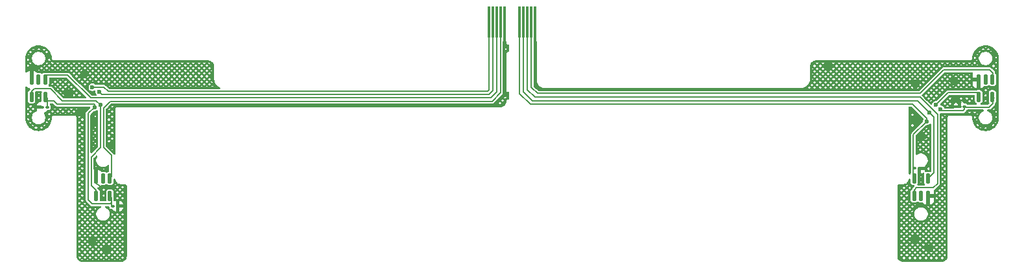
<source format=gbr>
%TF.GenerationSoftware,KiCad,Pcbnew,9.0.6-rc2*%
%TF.CreationDate,2025-12-12T00:50:13-08:00*%
%TF.ProjectId,FPC_Trigger_Board,4650435f-5472-4696-9767-65725f426f61,rev?*%
%TF.SameCoordinates,Original*%
%TF.FileFunction,Copper,L2,Bot*%
%TF.FilePolarity,Positive*%
%FSLAX46Y46*%
G04 Gerber Fmt 4.6, Leading zero omitted, Abs format (unit mm)*
G04 Created by KiCad (PCBNEW 9.0.6-rc2) date 2025-12-12 00:50:13*
%MOMM*%
%LPD*%
G01*
G04 APERTURE LIST*
G04 Aperture macros list*
%AMRoundRect*
0 Rectangle with rounded corners*
0 $1 Rounding radius*
0 $2 $3 $4 $5 $6 $7 $8 $9 X,Y pos of 4 corners*
0 Add a 4 corners polygon primitive as box body*
4,1,4,$2,$3,$4,$5,$6,$7,$8,$9,$2,$3,0*
0 Add four circle primitives for the rounded corners*
1,1,$1+$1,$2,$3*
1,1,$1+$1,$4,$5*
1,1,$1+$1,$6,$7*
1,1,$1+$1,$8,$9*
0 Add four rect primitives between the rounded corners*
20,1,$1+$1,$2,$3,$4,$5,0*
20,1,$1+$1,$4,$5,$6,$7,0*
20,1,$1+$1,$6,$7,$8,$9,0*
20,1,$1+$1,$8,$9,$2,$3,0*%
G04 Aperture macros list end*
%TA.AperFunction,SMDPad,CuDef*%
%ADD10RoundRect,0.015000X-0.135000X1.985000X-0.135000X-1.985000X0.135000X-1.985000X0.135000X1.985000X0*%
%TD*%
%TA.AperFunction,SMDPad,CuDef*%
%ADD11RoundRect,0.137500X0.137500X-0.525000X0.137500X0.525000X-0.137500X0.525000X-0.137500X-0.525000X0*%
%TD*%
%TA.AperFunction,SMDPad,CuDef*%
%ADD12RoundRect,0.100000X-0.130000X-0.100000X0.130000X-0.100000X0.130000X0.100000X-0.130000X0.100000X0*%
%TD*%
%TA.AperFunction,SMDPad,CuDef*%
%ADD13RoundRect,0.137500X-0.137500X0.525000X-0.137500X-0.525000X0.137500X-0.525000X0.137500X0.525000X0*%
%TD*%
%TA.AperFunction,SMDPad,CuDef*%
%ADD14RoundRect,0.100000X0.130000X0.100000X-0.130000X0.100000X-0.130000X-0.100000X0.130000X-0.100000X0*%
%TD*%
%TA.AperFunction,ViaPad*%
%ADD15C,0.600000*%
%TD*%
%TA.AperFunction,Conductor*%
%ADD16C,0.200000*%
%TD*%
G04 APERTURE END LIST*
D10*
%TO.P,J2,1,Pin_1*%
%TO.N,+3V3*%
X215687499Y-132557251D03*
%TO.P,J2,2,Pin_2*%
%TO.N,TRIGGER_EN_R*%
X216187500Y-132557251D03*
%TO.P,J2,3,Pin_3*%
%TO.N,ADC_0*%
X216687499Y-132557251D03*
%TO.P,J2,4,Pin_4*%
%TO.N,ADC_1*%
X217187498Y-132557251D03*
%TO.P,J2,5,Pin_5*%
%TO.N,GND*%
X217687499Y-132557251D03*
%TD*%
%TO.P,J1,1,Pin_1*%
%TO.N,+3V3L*%
X219687501Y-132557250D03*
%TO.P,J1,2,Pin_2*%
%TO.N,TRIGGER_EN_L*%
X220187502Y-132557250D03*
%TO.P,J1,3,Pin_3*%
%TO.N,ADC_3*%
X220687501Y-132557250D03*
%TO.P,J1,4,Pin_4*%
%TO.N,ADC_2*%
X221187500Y-132557250D03*
%TO.P,J1,5,Pin_5*%
%TO.N,GNDL*%
X221687501Y-132557250D03*
%TD*%
D11*
%TO.P,U1,1,VCC*%
%TO.N,+3V3L*%
X271189901Y-153070948D03*
%TO.P,U1,2,~{EN}*%
%TO.N,TRIGGER_EN_L*%
X272989901Y-153070948D03*
%TO.P,U1,3,GND*%
%TO.N,GNDL*%
X272989901Y-155345948D03*
%TO.P,U1,4,NC*%
%TO.N,unconnected-(U1-NC-Pad4)*%
X272089901Y-155345948D03*
%TO.P,U1,5,OUT*%
%TO.N,ADC_3*%
X271189901Y-155345948D03*
%TD*%
D12*
%TO.P,C4,1*%
%TO.N,GND*%
X157352050Y-143732251D03*
%TO.P,C4,2*%
%TO.N,+3V3*%
X157992050Y-143732251D03*
%TD*%
D13*
%TO.P,U3,1,VCC*%
%TO.N,+3V3*%
X166185100Y-155345948D03*
%TO.P,U3,2,~{EN}*%
%TO.N,TRIGGER_EN_R*%
X164385100Y-155345948D03*
%TO.P,U3,3,GND*%
%TO.N,GND*%
X164385100Y-153070948D03*
%TO.P,U3,4,NC*%
%TO.N,unconnected-(U3-NC-Pad4)*%
X165285100Y-153070948D03*
%TO.P,U3,5,OUT*%
%TO.N,ADC_1*%
X166185100Y-153070948D03*
%TD*%
D14*
%TO.P,C3,1*%
%TO.N,GND*%
X167210000Y-156690000D03*
%TO.P,C3,2*%
%TO.N,+3V3*%
X166570000Y-156690000D03*
%TD*%
D12*
%TO.P,C2,1*%
%TO.N,GNDL*%
X277113050Y-143681450D03*
%TO.P,C2,2*%
%TO.N,+3V3L*%
X277753050Y-143681450D03*
%TD*%
D14*
%TO.P,C1,1*%
%TO.N,GNDL*%
X271860000Y-151750000D03*
%TO.P,C1,2*%
%TO.N,+3V3L*%
X271220000Y-151750000D03*
%TD*%
D13*
%TO.P,U4,1,VCC*%
%TO.N,+3V3*%
X157771501Y-142380148D03*
%TO.P,U4,2,~{EN}*%
%TO.N,TRIGGER_EN_R*%
X155971501Y-142380148D03*
%TO.P,U4,3,GND*%
%TO.N,GND*%
X155971501Y-140105148D03*
%TO.P,U4,4,NC*%
%TO.N,unconnected-(U4-NC-Pad4)*%
X156871501Y-140105148D03*
%TO.P,U4,5,OUT*%
%TO.N,ADC_0*%
X157771501Y-140105148D03*
%TD*%
%TO.P,U2,1,VCC*%
%TO.N,+3V3L*%
X281403500Y-142380148D03*
%TO.P,U2,2,~{EN}*%
%TO.N,TRIGGER_EN_L*%
X279603500Y-142380148D03*
%TO.P,U2,3,GND*%
%TO.N,GNDL*%
X279603500Y-140105148D03*
%TO.P,U2,4,NC*%
%TO.N,unconnected-(U2-NC-Pad4)*%
X280503500Y-140105148D03*
%TO.P,U2,5,OUT*%
%TO.N,ADC_2*%
X281403500Y-140105148D03*
%TD*%
D15*
%TO.N,GND*%
X165820000Y-162350000D03*
X164330000Y-145740000D03*
X162240000Y-144400000D03*
X160923250Y-141903451D03*
X156130000Y-138740000D03*
X166560000Y-148740000D03*
X162880000Y-139330000D03*
X163820000Y-161300000D03*
%TO.N,TRIGGER_EN_L*%
X273135285Y-144448616D03*
X274004050Y-143452851D03*
%TO.N,+3V3*%
X164174449Y-143732251D03*
X163900000Y-141130000D03*
%TO.N,TRIGGER_EN_R*%
X164820000Y-141740000D03*
X164920000Y-143400000D03*
%TO.N,+3V3L*%
X272835650Y-145586451D03*
X274613651Y-143986251D03*
%TO.N,GNDL*%
X271150000Y-161020000D03*
X271362450Y-140709651D03*
X273130000Y-162230000D03*
X271420000Y-145430000D03*
X272200650Y-147567651D03*
X276442450Y-142868651D03*
X276453600Y-140335000D03*
X259983250Y-138347451D03*
%TD*%
D16*
%TO.N,GND*%
X164210000Y-152895848D02*
X164385100Y-153070948D01*
X164930000Y-154190000D02*
X166790000Y-154190000D01*
X164385100Y-153645100D02*
X164840000Y-154100000D01*
X164840000Y-154100000D02*
X164930000Y-154190000D01*
X216460000Y-143380000D02*
X167070000Y-143380000D01*
X217687499Y-132557251D02*
X217687499Y-142152501D01*
X217687499Y-142152501D02*
X216460000Y-143380000D01*
X167070000Y-143380000D02*
X166600000Y-143850000D01*
X155971501Y-138898499D02*
X156130000Y-138740000D01*
X155971501Y-140105148D02*
X155971501Y-138898499D01*
X164385100Y-153070948D02*
X164385100Y-153645100D01*
%TO.N,TRIGGER_EN_L*%
X220187502Y-141731703D02*
X221375249Y-142919451D01*
X271616450Y-142919451D02*
X273724650Y-145027651D01*
X273724650Y-152336199D02*
X272989901Y-153070948D01*
X279440013Y-141827251D02*
X279603500Y-141990738D01*
X220187502Y-132557250D02*
X220187502Y-141731703D01*
X274004050Y-143452851D02*
X275629651Y-141827251D01*
X279603500Y-142380148D02*
X279603500Y-142802809D01*
X221375249Y-142919451D02*
X271616450Y-142919451D01*
X273724650Y-145027651D02*
X273724650Y-152336199D01*
X279603500Y-141990738D02*
X279603500Y-142380148D01*
X275629651Y-141827251D02*
X279440013Y-141827251D01*
%TO.N,+3V3*%
X166410000Y-156670000D02*
X166360015Y-156620015D01*
X163900000Y-141130000D02*
X165407599Y-141130000D01*
X157821500Y-142380148D02*
X157992050Y-142550698D01*
X165407599Y-141130000D02*
X165937599Y-141660000D01*
X164174449Y-143732251D02*
X164174450Y-143466859D01*
X166360015Y-155520863D02*
X166185100Y-155345948D01*
X164084242Y-143376651D02*
X159323050Y-143376651D01*
X165937599Y-141660000D02*
X215522701Y-141660000D01*
X215522701Y-141660000D02*
X215687499Y-141495202D01*
X166360015Y-156620015D02*
X166360015Y-156210000D01*
X163840000Y-156380000D02*
X166190015Y-156380000D01*
X166190015Y-156380000D02*
X166360015Y-156210000D01*
X158888247Y-142941848D02*
X157658870Y-142941848D01*
X166360015Y-156210000D02*
X166360015Y-155520863D01*
X163340000Y-144566701D02*
X163340000Y-155880000D01*
X164174449Y-143732251D02*
X163340000Y-144566701D01*
X157992050Y-142550698D02*
X157992050Y-143732250D01*
X163340000Y-155880000D02*
X163840000Y-156380000D01*
X164174450Y-143466859D02*
X164084242Y-143376651D01*
X215687499Y-141495202D02*
X215687499Y-132557251D01*
X159323050Y-143376651D02*
X158888247Y-142941848D01*
%TO.N,ADC_3*%
X271972050Y-142436851D02*
X274232650Y-144697450D01*
X274232650Y-153717350D02*
X273670000Y-154280000D01*
X273670000Y-154280000D02*
X271500000Y-154280000D01*
X271500000Y-154280000D02*
X271189901Y-154590099D01*
X274232650Y-144697450D02*
X274232650Y-153717350D01*
X220687501Y-141444303D02*
X221680050Y-142436851D01*
X271189901Y-154590099D02*
X271189901Y-155345948D01*
X221680050Y-142436851D02*
X271972050Y-142436851D01*
X220687501Y-132557250D02*
X220687501Y-141444303D01*
%TO.N,ADC_2*%
X281453499Y-140105148D02*
X281453499Y-139243700D01*
X275020050Y-138855451D02*
X271946650Y-141928851D01*
X281453499Y-139243700D02*
X281065250Y-138855451D01*
X221984850Y-141928851D02*
X221187501Y-141131501D01*
X221187501Y-141131501D02*
X221187501Y-132557250D01*
X271946650Y-141928851D02*
X221984850Y-141928851D01*
X281065250Y-138855451D02*
X275020050Y-138855451D01*
%TO.N,ADC_0*%
X158015631Y-139551689D02*
X157821500Y-139745820D01*
X157821500Y-139745820D02*
X157821500Y-140105148D01*
X163658650Y-142530651D02*
X160679688Y-139551689D01*
X216687499Y-141732501D02*
X215889349Y-142530651D01*
X160679688Y-139551689D02*
X158015631Y-139551689D01*
X215889349Y-142530651D02*
X163658650Y-142530651D01*
X216687499Y-132557251D02*
X216687499Y-141732501D01*
%TO.N,ADC_1*%
X166185100Y-153070948D02*
X166400000Y-152856048D01*
X166220000Y-142960000D02*
X216070000Y-142960000D01*
X217187498Y-141842502D02*
X217187498Y-132557252D01*
X166400000Y-152856048D02*
X166400000Y-150060000D01*
X165360000Y-143820000D02*
X166220000Y-142960000D01*
X166400000Y-150060000D02*
X165360000Y-149020000D01*
X216070000Y-142960000D02*
X217187498Y-141842502D01*
X165360000Y-149020000D02*
X165360000Y-143820000D01*
%TO.N,TRIGGER_EN_R*%
X164950000Y-143430000D02*
X164920000Y-143400000D01*
X215680000Y-142070000D02*
X216187500Y-141562500D01*
X155971501Y-141688499D02*
X155971501Y-142380148D01*
X216187500Y-141562500D02*
X216187500Y-132557251D01*
X164401651Y-142881651D02*
X159991651Y-142881651D01*
X164950000Y-149050000D02*
X164950000Y-143430000D01*
X165150000Y-142070000D02*
X215680000Y-142070000D01*
X164920000Y-143400000D02*
X164401651Y-142881651D01*
X158430000Y-141320000D02*
X156340000Y-141320000D01*
X164820000Y-141740000D02*
X165150000Y-142070000D01*
X156340000Y-141320000D02*
X155971501Y-141688499D01*
X164385100Y-155345948D02*
X164385100Y-154635100D01*
X164385100Y-154635100D02*
X163750000Y-154000000D01*
X163750000Y-150250000D02*
X164950000Y-149050000D01*
X163750000Y-154000000D02*
X163750000Y-150250000D01*
X155970249Y-142381400D02*
X155971501Y-142380148D01*
X159991651Y-142881651D02*
X158430000Y-141320000D01*
%TO.N,+3V3L*%
X271090000Y-152971047D02*
X271090000Y-147332101D01*
X277753051Y-144021851D02*
X277560050Y-144214852D01*
X221070450Y-143376651D02*
X219687501Y-141993702D01*
X277560050Y-144214852D02*
X274842250Y-144214851D01*
X280951253Y-143744648D02*
X277816247Y-143744648D01*
X270981450Y-143376651D02*
X221070450Y-143376651D01*
X281453499Y-142380148D02*
X281453499Y-143242402D01*
X219687501Y-141993702D02*
X219687501Y-132557250D01*
X271189901Y-153070948D02*
X271090000Y-152971047D01*
X277753050Y-143681450D02*
X277753051Y-144021851D01*
X271090000Y-147332101D02*
X272835650Y-145586451D01*
X272835650Y-145230851D02*
X271139518Y-143534718D01*
X274842250Y-144214851D02*
X274613651Y-143986251D01*
X281453499Y-143242402D02*
X280951253Y-143744648D01*
X272835650Y-145586451D02*
X272835650Y-145230851D01*
X277816247Y-143744648D02*
X277753050Y-143681450D01*
X281453499Y-142380148D02*
X281624050Y-142550698D01*
X271139518Y-143534718D02*
X270981450Y-143376651D01*
%TO.N,GNDL*%
X277113050Y-143681451D02*
X277113050Y-143539251D01*
X277113050Y-143539251D02*
X276442450Y-142868651D01*
X272989901Y-155345948D02*
X273210000Y-155566047D01*
X277113050Y-143315651D02*
X277113050Y-143681451D01*
X221687501Y-132557250D02*
X221687501Y-140717102D01*
X277331449Y-143097251D02*
X277113050Y-143315651D01*
X221687501Y-140717102D02*
X222137250Y-141166851D01*
%TD*%
%TA.AperFunction,Conductor*%
%TO.N,GNDL*%
G36*
X221780540Y-132576935D02*
G01*
X221826295Y-132629739D01*
X221837501Y-132681250D01*
X221837501Y-135057249D01*
X221847686Y-135067434D01*
X221880039Y-135076934D01*
X221925794Y-135129738D01*
X221937000Y-135181249D01*
X221937000Y-140298404D01*
X221937046Y-140298877D01*
X221937045Y-140324161D01*
X221937045Y-140324163D01*
X221967434Y-140496573D01*
X222027300Y-140661078D01*
X222027300Y-140661080D01*
X222114825Y-140812692D01*
X222114829Y-140812697D01*
X222188782Y-140900837D01*
X222227350Y-140946804D01*
X222227352Y-140946806D01*
X222227357Y-140946811D01*
X222361446Y-141059331D01*
X222361453Y-141059336D01*
X222513061Y-141146871D01*
X222677566Y-141206749D01*
X222849970Y-141237149D01*
X222849972Y-141237149D01*
X223033027Y-141237149D01*
X223033030Y-141237147D01*
X256279085Y-141237147D01*
X256279269Y-141237201D01*
X256330501Y-141237201D01*
X256428920Y-141237201D01*
X256428921Y-141237201D01*
X256623336Y-141206407D01*
X256796624Y-141150101D01*
X257320125Y-141150101D01*
X257486660Y-141316636D01*
X257664850Y-141138445D01*
X258016990Y-141138445D01*
X258195181Y-141316636D01*
X258373371Y-141138445D01*
X258725511Y-141138445D01*
X258903702Y-141316636D01*
X259081892Y-141138445D01*
X259434032Y-141138445D01*
X259612223Y-141316636D01*
X259790413Y-141138445D01*
X260142553Y-141138445D01*
X260320744Y-141316636D01*
X260498934Y-141138445D01*
X260851074Y-141138445D01*
X261029265Y-141316636D01*
X261207455Y-141138445D01*
X261559595Y-141138445D01*
X261737786Y-141316636D01*
X261915976Y-141138445D01*
X262268116Y-141138445D01*
X262446307Y-141316636D01*
X262624497Y-141138445D01*
X262976637Y-141138445D01*
X263154828Y-141316636D01*
X263333018Y-141138445D01*
X263685158Y-141138445D01*
X263863349Y-141316636D01*
X264041539Y-141138445D01*
X264393679Y-141138445D01*
X264571870Y-141316636D01*
X264750060Y-141138445D01*
X265102200Y-141138445D01*
X265280391Y-141316636D01*
X265458581Y-141138445D01*
X265810721Y-141138445D01*
X265988912Y-141316636D01*
X266167102Y-141138445D01*
X266519242Y-141138445D01*
X266697433Y-141316636D01*
X266875623Y-141138445D01*
X267227763Y-141138445D01*
X267405954Y-141316636D01*
X267584144Y-141138445D01*
X267936284Y-141138445D01*
X268114475Y-141316636D01*
X268292665Y-141138445D01*
X268644805Y-141138445D01*
X268822996Y-141316636D01*
X269001186Y-141138445D01*
X269353326Y-141138445D01*
X269531517Y-141316636D01*
X269709707Y-141138445D01*
X270061847Y-141138445D01*
X270240038Y-141316636D01*
X270418229Y-141138444D01*
X270770367Y-141138444D01*
X270948559Y-141316636D01*
X271041876Y-141223319D01*
X271563763Y-141223319D01*
X271657080Y-141316636D01*
X271835271Y-141138445D01*
X271772664Y-141075838D01*
X271711087Y-141137416D01*
X271685407Y-141157122D01*
X271588495Y-141213075D01*
X271563763Y-141223319D01*
X271041876Y-141223319D01*
X271082971Y-141182224D01*
X271039493Y-141157122D01*
X271013813Y-141137416D01*
X270934685Y-141058288D01*
X270914979Y-141032608D01*
X270900786Y-141008026D01*
X270770367Y-141138444D01*
X270418229Y-141138444D01*
X270240038Y-140960253D01*
X270061847Y-141138445D01*
X269709707Y-141138445D01*
X269709708Y-141138444D01*
X269531517Y-140960253D01*
X269353326Y-141138445D01*
X269001186Y-141138445D01*
X269001187Y-141138444D01*
X268822996Y-140960253D01*
X268644805Y-141138445D01*
X268292665Y-141138445D01*
X268292666Y-141138444D01*
X268114475Y-140960253D01*
X267936284Y-141138445D01*
X267584144Y-141138445D01*
X267584145Y-141138444D01*
X267405954Y-140960253D01*
X267227763Y-141138445D01*
X266875623Y-141138445D01*
X266875624Y-141138444D01*
X266697433Y-140960253D01*
X266519242Y-141138445D01*
X266167102Y-141138445D01*
X266167103Y-141138444D01*
X265988912Y-140960253D01*
X265810721Y-141138445D01*
X265458581Y-141138445D01*
X265458582Y-141138444D01*
X265280391Y-140960253D01*
X265102200Y-141138445D01*
X264750060Y-141138445D01*
X264750061Y-141138444D01*
X264571870Y-140960253D01*
X264393679Y-141138445D01*
X264041539Y-141138445D01*
X264041540Y-141138444D01*
X263863349Y-140960253D01*
X263685158Y-141138445D01*
X263333018Y-141138445D01*
X263333019Y-141138444D01*
X263154828Y-140960253D01*
X262976637Y-141138445D01*
X262624497Y-141138445D01*
X262624498Y-141138444D01*
X262446307Y-140960253D01*
X262268116Y-141138445D01*
X261915976Y-141138445D01*
X261915977Y-141138444D01*
X261737786Y-140960253D01*
X261559595Y-141138445D01*
X261207455Y-141138445D01*
X261207456Y-141138444D01*
X261029265Y-140960253D01*
X260851074Y-141138445D01*
X260498934Y-141138445D01*
X260498935Y-141138444D01*
X260320744Y-140960253D01*
X260142553Y-141138445D01*
X259790413Y-141138445D01*
X259790414Y-141138444D01*
X259612223Y-140960253D01*
X259434032Y-141138445D01*
X259081892Y-141138445D01*
X259081893Y-141138444D01*
X258903702Y-140960253D01*
X258725511Y-141138445D01*
X258373371Y-141138445D01*
X258373372Y-141138444D01*
X258195181Y-140960253D01*
X258016990Y-141138445D01*
X257664850Y-141138445D01*
X257664851Y-141138444D01*
X257497913Y-140971507D01*
X257495432Y-140974534D01*
X257488466Y-140982691D01*
X257485195Y-140986370D01*
X257484528Y-140987091D01*
X257481187Y-140990564D01*
X257334420Y-141137337D01*
X257330938Y-141140686D01*
X257330218Y-141141352D01*
X257326556Y-141144608D01*
X257320125Y-141150101D01*
X256796624Y-141150101D01*
X256810541Y-141145579D01*
X256985925Y-141056213D01*
X257145168Y-140940510D01*
X257284351Y-140801321D01*
X257296801Y-140784184D01*
X257662729Y-140784184D01*
X257840920Y-140962375D01*
X258019112Y-140784184D01*
X258371250Y-140784184D01*
X258549441Y-140962375D01*
X258727633Y-140784184D01*
X259079771Y-140784184D01*
X259257962Y-140962375D01*
X259436154Y-140784184D01*
X259788292Y-140784184D01*
X259966483Y-140962375D01*
X260144675Y-140784184D01*
X260496813Y-140784184D01*
X260675004Y-140962375D01*
X260853196Y-140784184D01*
X261205334Y-140784184D01*
X261383525Y-140962375D01*
X261561717Y-140784184D01*
X261913855Y-140784184D01*
X262092046Y-140962375D01*
X262270238Y-140784184D01*
X262622376Y-140784184D01*
X262800567Y-140962375D01*
X262978759Y-140784184D01*
X263330897Y-140784184D01*
X263509088Y-140962375D01*
X263687280Y-140784184D01*
X264039418Y-140784184D01*
X264217609Y-140962375D01*
X264395801Y-140784184D01*
X264747939Y-140784184D01*
X264926130Y-140962375D01*
X265104322Y-140784184D01*
X265456460Y-140784184D01*
X265634651Y-140962375D01*
X265812843Y-140784184D01*
X266164981Y-140784184D01*
X266343172Y-140962375D01*
X266521364Y-140784184D01*
X266873502Y-140784184D01*
X267051693Y-140962375D01*
X267229885Y-140784184D01*
X267582023Y-140784184D01*
X267760214Y-140962375D01*
X267938406Y-140784184D01*
X268290544Y-140784184D01*
X268468735Y-140962375D01*
X268646927Y-140784184D01*
X268999065Y-140784184D01*
X269177256Y-140962375D01*
X269355448Y-140784184D01*
X269707586Y-140784184D01*
X269885777Y-140962375D01*
X270063969Y-140784184D01*
X270416107Y-140784184D01*
X270594298Y-140962375D01*
X270711211Y-140845461D01*
X271894426Y-140845461D01*
X272011340Y-140962375D01*
X272189532Y-140784184D01*
X272011340Y-140605992D01*
X271911450Y-140705883D01*
X271911450Y-140765603D01*
X271907225Y-140797696D01*
X271894426Y-140845461D01*
X270711211Y-140845461D01*
X270772489Y-140784183D01*
X270594298Y-140605992D01*
X270416107Y-140784184D01*
X270063969Y-140784184D01*
X269885777Y-140605992D01*
X269707586Y-140784184D01*
X269355448Y-140784184D01*
X269177256Y-140605992D01*
X268999065Y-140784184D01*
X268646927Y-140784184D01*
X268468735Y-140605992D01*
X268290544Y-140784184D01*
X267938406Y-140784184D01*
X267760214Y-140605992D01*
X267582023Y-140784184D01*
X267229885Y-140784184D01*
X267051693Y-140605992D01*
X266873502Y-140784184D01*
X266521364Y-140784184D01*
X266343172Y-140605992D01*
X266164981Y-140784184D01*
X265812843Y-140784184D01*
X265634651Y-140605992D01*
X265456460Y-140784184D01*
X265104322Y-140784184D01*
X264926130Y-140605992D01*
X264747939Y-140784184D01*
X264395801Y-140784184D01*
X264217609Y-140605992D01*
X264039418Y-140784184D01*
X263687280Y-140784184D01*
X263509088Y-140605992D01*
X263330897Y-140784184D01*
X262978759Y-140784184D01*
X262800567Y-140605992D01*
X262622376Y-140784184D01*
X262270238Y-140784184D01*
X262092046Y-140605992D01*
X261913855Y-140784184D01*
X261561717Y-140784184D01*
X261383525Y-140605992D01*
X261205334Y-140784184D01*
X260853196Y-140784184D01*
X260675004Y-140605992D01*
X260496813Y-140784184D01*
X260144675Y-140784184D01*
X259966483Y-140605992D01*
X259788292Y-140784184D01*
X259436154Y-140784184D01*
X259257962Y-140605992D01*
X259079771Y-140784184D01*
X258727633Y-140784184D01*
X258549441Y-140605992D01*
X258371250Y-140784184D01*
X258019112Y-140784184D01*
X257840920Y-140605992D01*
X257662729Y-140784184D01*
X257296801Y-140784184D01*
X257400046Y-140642071D01*
X257489403Y-140466683D01*
X257501345Y-140429924D01*
X258016990Y-140429924D01*
X258195181Y-140608115D01*
X258373372Y-140429924D01*
X258725511Y-140429924D01*
X258903702Y-140608115D01*
X259081893Y-140429924D01*
X259434032Y-140429924D01*
X259612223Y-140608115D01*
X259790414Y-140429924D01*
X260142553Y-140429924D01*
X260320744Y-140608115D01*
X260498935Y-140429924D01*
X260851074Y-140429924D01*
X261029265Y-140608115D01*
X261207456Y-140429924D01*
X261559595Y-140429924D01*
X261737786Y-140608115D01*
X261915977Y-140429924D01*
X262268116Y-140429924D01*
X262446307Y-140608115D01*
X262624498Y-140429924D01*
X262976637Y-140429924D01*
X263154828Y-140608115D01*
X263333019Y-140429924D01*
X263685158Y-140429924D01*
X263863349Y-140608115D01*
X264041540Y-140429924D01*
X264393679Y-140429924D01*
X264571870Y-140608115D01*
X264750061Y-140429924D01*
X265102200Y-140429924D01*
X265280391Y-140608115D01*
X265458582Y-140429924D01*
X265810721Y-140429924D01*
X265988912Y-140608115D01*
X266167103Y-140429924D01*
X266519242Y-140429924D01*
X266697433Y-140608115D01*
X266875624Y-140429924D01*
X267227763Y-140429924D01*
X267405954Y-140608115D01*
X267584145Y-140429924D01*
X267936284Y-140429924D01*
X268114475Y-140608115D01*
X268292666Y-140429924D01*
X268644805Y-140429924D01*
X268822996Y-140608115D01*
X269001187Y-140429924D01*
X269353326Y-140429924D01*
X269531517Y-140608115D01*
X269709708Y-140429924D01*
X270061847Y-140429924D01*
X270240038Y-140608115D01*
X270418229Y-140429924D01*
X270770368Y-140429924D01*
X270848781Y-140508337D01*
X270859026Y-140483606D01*
X270890554Y-140428999D01*
X271834346Y-140428999D01*
X271835023Y-140430171D01*
X271835269Y-140429924D01*
X272187410Y-140429924D01*
X272365601Y-140608115D01*
X272543792Y-140429924D01*
X272365601Y-140251733D01*
X272187410Y-140429924D01*
X271835269Y-140429924D01*
X271835270Y-140429923D01*
X271834346Y-140428999D01*
X270890554Y-140428999D01*
X270914979Y-140386694D01*
X270934685Y-140361014D01*
X270996262Y-140299436D01*
X270948559Y-140251733D01*
X270770368Y-140429924D01*
X270418229Y-140429924D01*
X270240038Y-140251732D01*
X270061847Y-140429924D01*
X269709708Y-140429924D01*
X269531517Y-140251732D01*
X269353326Y-140429924D01*
X269001187Y-140429924D01*
X268822996Y-140251732D01*
X268644805Y-140429924D01*
X268292666Y-140429924D01*
X268114475Y-140251732D01*
X267936284Y-140429924D01*
X267584145Y-140429924D01*
X267405954Y-140251732D01*
X267227763Y-140429924D01*
X266875624Y-140429924D01*
X266697433Y-140251732D01*
X266519242Y-140429924D01*
X266167103Y-140429924D01*
X265988912Y-140251732D01*
X265810721Y-140429924D01*
X265458582Y-140429924D01*
X265280391Y-140251732D01*
X265102200Y-140429924D01*
X264750061Y-140429924D01*
X264571870Y-140251732D01*
X264393679Y-140429924D01*
X264041540Y-140429924D01*
X263863349Y-140251732D01*
X263685158Y-140429924D01*
X263333019Y-140429924D01*
X263154828Y-140251732D01*
X262976637Y-140429924D01*
X262624498Y-140429924D01*
X262446307Y-140251732D01*
X262268116Y-140429924D01*
X261915977Y-140429924D01*
X261737786Y-140251732D01*
X261559595Y-140429924D01*
X261207456Y-140429924D01*
X261029265Y-140251732D01*
X260851074Y-140429924D01*
X260498935Y-140429924D01*
X260320744Y-140251732D01*
X260142553Y-140429924D01*
X259790414Y-140429924D01*
X259612223Y-140251732D01*
X259434032Y-140429924D01*
X259081893Y-140429924D01*
X258903702Y-140251732D01*
X258725511Y-140429924D01*
X258373372Y-140429924D01*
X258195181Y-140251732D01*
X258016990Y-140429924D01*
X257501345Y-140429924D01*
X257550222Y-140279475D01*
X257555679Y-140245013D01*
X257832079Y-140245013D01*
X257840920Y-140253854D01*
X258019112Y-140075663D01*
X258371250Y-140075663D01*
X258549441Y-140253854D01*
X258727633Y-140075663D01*
X259079771Y-140075663D01*
X259257962Y-140253854D01*
X259436154Y-140075663D01*
X259788292Y-140075663D01*
X259966483Y-140253854D01*
X260144675Y-140075663D01*
X260496813Y-140075663D01*
X260675004Y-140253854D01*
X260853196Y-140075663D01*
X261205334Y-140075663D01*
X261383525Y-140253854D01*
X261561717Y-140075663D01*
X261913855Y-140075663D01*
X262092046Y-140253854D01*
X262270238Y-140075663D01*
X262622376Y-140075663D01*
X262800567Y-140253854D01*
X262978759Y-140075663D01*
X263330897Y-140075663D01*
X263509088Y-140253854D01*
X263687280Y-140075663D01*
X264039418Y-140075663D01*
X264217609Y-140253854D01*
X264395801Y-140075663D01*
X264747939Y-140075663D01*
X264926130Y-140253854D01*
X265104322Y-140075663D01*
X265456460Y-140075663D01*
X265634651Y-140253854D01*
X265812843Y-140075663D01*
X266164981Y-140075663D01*
X266343172Y-140253854D01*
X266521364Y-140075663D01*
X266873502Y-140075663D01*
X267051693Y-140253854D01*
X267229885Y-140075663D01*
X267582023Y-140075663D01*
X267760214Y-140253854D01*
X267938406Y-140075663D01*
X268290544Y-140075663D01*
X268468735Y-140253854D01*
X268646927Y-140075663D01*
X268999065Y-140075663D01*
X269177256Y-140253854D01*
X269355448Y-140075663D01*
X269707586Y-140075663D01*
X269885777Y-140253854D01*
X270063969Y-140075663D01*
X270416107Y-140075663D01*
X270594298Y-140253854D01*
X270772490Y-140075663D01*
X271124628Y-140075663D01*
X271226639Y-140177674D01*
X271274405Y-140164876D01*
X271306498Y-140160651D01*
X271396022Y-140160651D01*
X271481009Y-140075663D01*
X271833149Y-140075663D01*
X272011340Y-140253854D01*
X272189532Y-140075663D01*
X272541670Y-140075663D01*
X272719861Y-140253854D01*
X272898053Y-140075663D01*
X272719861Y-139897471D01*
X272541670Y-140075663D01*
X272189532Y-140075663D01*
X272011340Y-139897471D01*
X271833149Y-140075663D01*
X271481009Y-140075663D01*
X271481010Y-140075662D01*
X271302819Y-139897471D01*
X271124628Y-140075663D01*
X270772490Y-140075663D01*
X270594298Y-139897471D01*
X270416107Y-140075663D01*
X270063969Y-140075663D01*
X269885777Y-139897471D01*
X269707586Y-140075663D01*
X269355448Y-140075663D01*
X269177256Y-139897471D01*
X268999065Y-140075663D01*
X268646927Y-140075663D01*
X268468735Y-139897471D01*
X268290544Y-140075663D01*
X267938406Y-140075663D01*
X267760214Y-139897471D01*
X267582023Y-140075663D01*
X267229885Y-140075663D01*
X267051693Y-139897471D01*
X266873502Y-140075663D01*
X266521364Y-140075663D01*
X266343172Y-139897471D01*
X266164981Y-140075663D01*
X265812843Y-140075663D01*
X265634651Y-139897471D01*
X265456460Y-140075663D01*
X265104322Y-140075663D01*
X264926130Y-139897471D01*
X264747939Y-140075663D01*
X264395801Y-140075663D01*
X264217609Y-139897471D01*
X264039418Y-140075663D01*
X263687280Y-140075663D01*
X263509088Y-139897471D01*
X263330897Y-140075663D01*
X262978759Y-140075663D01*
X262800567Y-139897471D01*
X262622376Y-140075663D01*
X262270238Y-140075663D01*
X262092046Y-139897471D01*
X261913855Y-140075663D01*
X261561717Y-140075663D01*
X261383525Y-139897471D01*
X261205334Y-140075663D01*
X260853196Y-140075663D01*
X260675004Y-139897471D01*
X260496813Y-140075663D01*
X260144675Y-140075663D01*
X259966483Y-139897471D01*
X259788292Y-140075663D01*
X259436154Y-140075663D01*
X259257962Y-139897471D01*
X259079771Y-140075663D01*
X258727633Y-140075663D01*
X258549441Y-139897471D01*
X258371250Y-140075663D01*
X258019112Y-140075663D01*
X257854001Y-139910552D01*
X257854001Y-139986632D01*
X257854006Y-140090408D01*
X257853913Y-140095214D01*
X257853875Y-140096195D01*
X257853586Y-140101118D01*
X257852745Y-140111811D01*
X257852259Y-140116738D01*
X257852143Y-140117713D01*
X257851485Y-140122455D01*
X257832079Y-140245013D01*
X257555679Y-140245013D01*
X257581006Y-140085058D01*
X257581001Y-139986639D01*
X257581001Y-139982286D01*
X257581001Y-139721403D01*
X258016990Y-139721403D01*
X258195181Y-139899594D01*
X258373372Y-139721403D01*
X258725511Y-139721403D01*
X258903702Y-139899594D01*
X259081893Y-139721403D01*
X259434032Y-139721403D01*
X259612223Y-139899594D01*
X259790414Y-139721403D01*
X260142553Y-139721403D01*
X260320744Y-139899594D01*
X260498935Y-139721403D01*
X260851074Y-139721403D01*
X261029265Y-139899594D01*
X261207456Y-139721403D01*
X261559595Y-139721403D01*
X261737786Y-139899594D01*
X261915977Y-139721403D01*
X262268116Y-139721403D01*
X262446307Y-139899594D01*
X262624498Y-139721403D01*
X262976637Y-139721403D01*
X263154828Y-139899594D01*
X263333019Y-139721403D01*
X263685158Y-139721403D01*
X263863349Y-139899594D01*
X264041540Y-139721403D01*
X264393679Y-139721403D01*
X264571870Y-139899594D01*
X264750061Y-139721403D01*
X265102200Y-139721403D01*
X265280391Y-139899594D01*
X265458582Y-139721403D01*
X265810721Y-139721403D01*
X265988912Y-139899594D01*
X266167103Y-139721403D01*
X266519242Y-139721403D01*
X266697433Y-139899594D01*
X266875624Y-139721403D01*
X267227763Y-139721403D01*
X267405954Y-139899594D01*
X267584145Y-139721403D01*
X267936284Y-139721403D01*
X268114475Y-139899594D01*
X268292666Y-139721403D01*
X268644805Y-139721403D01*
X268822996Y-139899594D01*
X269001187Y-139721403D01*
X269353326Y-139721403D01*
X269531517Y-139899594D01*
X269709708Y-139721403D01*
X270061847Y-139721403D01*
X270240038Y-139899594D01*
X270418229Y-139721403D01*
X270770368Y-139721403D01*
X270948559Y-139899594D01*
X271126750Y-139721403D01*
X271478889Y-139721403D01*
X271657080Y-139899594D01*
X271835271Y-139721403D01*
X272187410Y-139721403D01*
X272365601Y-139899594D01*
X272543792Y-139721403D01*
X272895931Y-139721403D01*
X273074122Y-139899594D01*
X273252313Y-139721403D01*
X273074122Y-139543212D01*
X272895931Y-139721403D01*
X272543792Y-139721403D01*
X272365601Y-139543212D01*
X272187410Y-139721403D01*
X271835271Y-139721403D01*
X271657080Y-139543212D01*
X271478889Y-139721403D01*
X271126750Y-139721403D01*
X270948559Y-139543211D01*
X270770368Y-139721403D01*
X270418229Y-139721403D01*
X270240038Y-139543211D01*
X270061847Y-139721403D01*
X269709708Y-139721403D01*
X269531517Y-139543211D01*
X269353326Y-139721403D01*
X269001187Y-139721403D01*
X268822996Y-139543211D01*
X268644805Y-139721403D01*
X268292666Y-139721403D01*
X268114475Y-139543211D01*
X267936284Y-139721403D01*
X267584145Y-139721403D01*
X267405954Y-139543211D01*
X267227763Y-139721403D01*
X266875624Y-139721403D01*
X266697433Y-139543211D01*
X266519242Y-139721403D01*
X266167103Y-139721403D01*
X265988912Y-139543211D01*
X265810721Y-139721403D01*
X265458582Y-139721403D01*
X265280391Y-139543211D01*
X265102200Y-139721403D01*
X264750061Y-139721403D01*
X264571870Y-139543211D01*
X264393679Y-139721403D01*
X264041540Y-139721403D01*
X263863349Y-139543211D01*
X263685158Y-139721403D01*
X263333019Y-139721403D01*
X263154828Y-139543211D01*
X262976637Y-139721403D01*
X262624498Y-139721403D01*
X262446307Y-139543211D01*
X262268116Y-139721403D01*
X261915977Y-139721403D01*
X261737786Y-139543211D01*
X261559595Y-139721403D01*
X261207456Y-139721403D01*
X261029265Y-139543211D01*
X260851074Y-139721403D01*
X260498935Y-139721403D01*
X260320744Y-139543211D01*
X260142553Y-139721403D01*
X259790414Y-139721403D01*
X259612223Y-139543211D01*
X259434032Y-139721403D01*
X259081893Y-139721403D01*
X258903702Y-139543211D01*
X258725511Y-139721403D01*
X258373372Y-139721403D01*
X258195181Y-139543211D01*
X258016990Y-139721403D01*
X257581001Y-139721403D01*
X257581001Y-139532253D01*
X257854001Y-139532253D01*
X258019112Y-139367142D01*
X258371250Y-139367142D01*
X258549441Y-139545333D01*
X258727633Y-139367142D01*
X259079771Y-139367142D01*
X259257962Y-139545333D01*
X259436154Y-139367142D01*
X259788292Y-139367142D01*
X259966483Y-139545333D01*
X260144675Y-139367142D01*
X260496813Y-139367142D01*
X260675004Y-139545333D01*
X260853196Y-139367142D01*
X261205334Y-139367142D01*
X261383525Y-139545333D01*
X261561717Y-139367142D01*
X261913855Y-139367142D01*
X262092046Y-139545333D01*
X262270238Y-139367142D01*
X262622376Y-139367142D01*
X262800567Y-139545333D01*
X262978759Y-139367142D01*
X263330897Y-139367142D01*
X263509088Y-139545333D01*
X263687280Y-139367142D01*
X264039418Y-139367142D01*
X264217609Y-139545333D01*
X264395801Y-139367142D01*
X264747939Y-139367142D01*
X264926130Y-139545333D01*
X265104322Y-139367142D01*
X265456460Y-139367142D01*
X265634651Y-139545333D01*
X265812843Y-139367142D01*
X266164981Y-139367142D01*
X266343172Y-139545333D01*
X266521364Y-139367142D01*
X266873502Y-139367142D01*
X267051693Y-139545333D01*
X267229885Y-139367142D01*
X267582023Y-139367142D01*
X267760214Y-139545333D01*
X267938406Y-139367142D01*
X268290544Y-139367142D01*
X268468735Y-139545333D01*
X268646927Y-139367142D01*
X268999065Y-139367142D01*
X269177256Y-139545333D01*
X269355448Y-139367142D01*
X269707586Y-139367142D01*
X269885777Y-139545333D01*
X270063969Y-139367142D01*
X270416107Y-139367142D01*
X270594298Y-139545333D01*
X270772490Y-139367142D01*
X271124628Y-139367142D01*
X271302819Y-139545333D01*
X271481011Y-139367142D01*
X271833149Y-139367142D01*
X272011340Y-139545333D01*
X272189532Y-139367142D01*
X272541670Y-139367142D01*
X272719861Y-139545333D01*
X272898053Y-139367142D01*
X273250191Y-139367142D01*
X273428382Y-139545333D01*
X273606574Y-139367142D01*
X273428382Y-139188950D01*
X273250191Y-139367142D01*
X272898053Y-139367142D01*
X272719861Y-139188950D01*
X272541670Y-139367142D01*
X272189532Y-139367142D01*
X272011340Y-139188950D01*
X271833149Y-139367142D01*
X271481011Y-139367142D01*
X271302819Y-139188950D01*
X271124628Y-139367142D01*
X270772490Y-139367142D01*
X270594298Y-139188950D01*
X270416107Y-139367142D01*
X270063969Y-139367142D01*
X269885777Y-139188950D01*
X269707586Y-139367142D01*
X269355448Y-139367142D01*
X269177256Y-139188950D01*
X268999065Y-139367142D01*
X268646927Y-139367142D01*
X268468735Y-139188950D01*
X268290544Y-139367142D01*
X267938406Y-139367142D01*
X267760214Y-139188950D01*
X267582023Y-139367142D01*
X267229885Y-139367142D01*
X267051693Y-139188950D01*
X266873502Y-139367142D01*
X266521364Y-139367142D01*
X266343172Y-139188950D01*
X266164981Y-139367142D01*
X265812843Y-139367142D01*
X265634651Y-139188950D01*
X265456460Y-139367142D01*
X265104322Y-139367142D01*
X264926130Y-139188950D01*
X264747939Y-139367142D01*
X264395801Y-139367142D01*
X264217609Y-139188950D01*
X264039418Y-139367142D01*
X263687280Y-139367142D01*
X263509088Y-139188950D01*
X263330897Y-139367142D01*
X262978759Y-139367142D01*
X262800567Y-139188950D01*
X262622376Y-139367142D01*
X262270238Y-139367142D01*
X262092046Y-139188950D01*
X261913855Y-139367142D01*
X261561717Y-139367142D01*
X261383525Y-139188950D01*
X261205334Y-139367142D01*
X260853196Y-139367142D01*
X260675004Y-139188950D01*
X260496813Y-139367142D01*
X260144675Y-139367142D01*
X259966483Y-139188950D01*
X259788292Y-139367142D01*
X259436154Y-139367142D01*
X259257962Y-139188950D01*
X259079771Y-139367142D01*
X258727633Y-139367142D01*
X258549441Y-139188950D01*
X258371250Y-139367142D01*
X258019112Y-139367142D01*
X257854001Y-139202031D01*
X257854001Y-139532253D01*
X257581001Y-139532253D01*
X257581001Y-139012882D01*
X258016990Y-139012882D01*
X258195181Y-139191073D01*
X258373372Y-139012882D01*
X258725511Y-139012882D01*
X258903702Y-139191073D01*
X259081893Y-139012882D01*
X259434032Y-139012882D01*
X259612223Y-139191073D01*
X259790414Y-139012882D01*
X260142553Y-139012882D01*
X260320744Y-139191073D01*
X260498935Y-139012882D01*
X260851074Y-139012882D01*
X261029265Y-139191073D01*
X261207456Y-139012882D01*
X261559595Y-139012882D01*
X261737786Y-139191073D01*
X261915977Y-139012882D01*
X262268116Y-139012882D01*
X262446307Y-139191073D01*
X262624498Y-139012882D01*
X262976637Y-139012882D01*
X263154828Y-139191073D01*
X263333019Y-139012882D01*
X263685158Y-139012882D01*
X263863349Y-139191073D01*
X264041540Y-139012882D01*
X264393679Y-139012882D01*
X264571870Y-139191073D01*
X264750061Y-139012882D01*
X265102200Y-139012882D01*
X265280391Y-139191073D01*
X265458582Y-139012882D01*
X265810721Y-139012882D01*
X265988912Y-139191073D01*
X266167103Y-139012882D01*
X266519242Y-139012882D01*
X266697433Y-139191073D01*
X266875624Y-139012882D01*
X267227763Y-139012882D01*
X267405954Y-139191073D01*
X267584145Y-139012882D01*
X267936284Y-139012882D01*
X268114475Y-139191073D01*
X268292666Y-139012882D01*
X268644805Y-139012882D01*
X268822996Y-139191073D01*
X269001187Y-139012882D01*
X269353326Y-139012882D01*
X269531517Y-139191073D01*
X269709708Y-139012882D01*
X270061847Y-139012882D01*
X270240038Y-139191073D01*
X270418229Y-139012882D01*
X270770368Y-139012882D01*
X270948559Y-139191073D01*
X271126750Y-139012882D01*
X271478889Y-139012882D01*
X271657080Y-139191073D01*
X271835271Y-139012882D01*
X272187410Y-139012882D01*
X272365601Y-139191073D01*
X272543792Y-139012882D01*
X272895931Y-139012882D01*
X273074122Y-139191073D01*
X273252313Y-139012882D01*
X273604452Y-139012882D01*
X273782643Y-139191073D01*
X273960834Y-139012882D01*
X273782643Y-138834691D01*
X273604452Y-139012882D01*
X273252313Y-139012882D01*
X273074122Y-138834691D01*
X272895931Y-139012882D01*
X272543792Y-139012882D01*
X272365601Y-138834691D01*
X272187410Y-139012882D01*
X271835271Y-139012882D01*
X271657080Y-138834691D01*
X271478889Y-139012882D01*
X271126750Y-139012882D01*
X270948559Y-138834690D01*
X270770368Y-139012882D01*
X270418229Y-139012882D01*
X270240038Y-138834690D01*
X270061847Y-139012882D01*
X269709708Y-139012882D01*
X269531517Y-138834690D01*
X269353326Y-139012882D01*
X269001187Y-139012882D01*
X268822996Y-138834690D01*
X268644805Y-139012882D01*
X268292666Y-139012882D01*
X268114475Y-138834690D01*
X267936284Y-139012882D01*
X267584145Y-139012882D01*
X267405954Y-138834690D01*
X267227763Y-139012882D01*
X266875624Y-139012882D01*
X266697433Y-138834690D01*
X266519242Y-139012882D01*
X266167103Y-139012882D01*
X265988912Y-138834690D01*
X265810721Y-139012882D01*
X265458582Y-139012882D01*
X265280391Y-138834690D01*
X265102200Y-139012882D01*
X264750061Y-139012882D01*
X264571870Y-138834690D01*
X264393679Y-139012882D01*
X264041540Y-139012882D01*
X263863349Y-138834690D01*
X263685158Y-139012882D01*
X263333019Y-139012882D01*
X263154828Y-138834690D01*
X262976637Y-139012882D01*
X262624498Y-139012882D01*
X262446307Y-138834690D01*
X262268116Y-139012882D01*
X261915977Y-139012882D01*
X261737786Y-138834690D01*
X261559595Y-139012882D01*
X261207456Y-139012882D01*
X261029265Y-138834690D01*
X260851074Y-139012882D01*
X260498935Y-139012882D01*
X260320744Y-138834690D01*
X260142553Y-139012882D01*
X259790414Y-139012882D01*
X259612223Y-138834690D01*
X259434032Y-139012882D01*
X259081893Y-139012882D01*
X258903702Y-138834690D01*
X258725511Y-139012882D01*
X258373372Y-139012882D01*
X258195181Y-138834690D01*
X258016990Y-139012882D01*
X257581001Y-139012882D01*
X257581001Y-138823732D01*
X257854001Y-138823732D01*
X258019112Y-138658621D01*
X258371250Y-138658621D01*
X258549441Y-138836812D01*
X258727633Y-138658621D01*
X259079771Y-138658621D01*
X259257962Y-138836812D01*
X259436154Y-138658621D01*
X260496813Y-138658621D01*
X260675004Y-138836812D01*
X260853196Y-138658621D01*
X261205334Y-138658621D01*
X261383525Y-138836812D01*
X261561717Y-138658621D01*
X261913855Y-138658621D01*
X262092046Y-138836812D01*
X262270238Y-138658621D01*
X262622376Y-138658621D01*
X262800567Y-138836812D01*
X262978759Y-138658621D01*
X263330897Y-138658621D01*
X263509088Y-138836812D01*
X263687280Y-138658621D01*
X264039418Y-138658621D01*
X264217609Y-138836812D01*
X264395801Y-138658621D01*
X264747939Y-138658621D01*
X264926130Y-138836812D01*
X265104322Y-138658621D01*
X265456460Y-138658621D01*
X265634651Y-138836812D01*
X265812843Y-138658621D01*
X266164981Y-138658621D01*
X266343172Y-138836812D01*
X266521364Y-138658621D01*
X266873502Y-138658621D01*
X267051693Y-138836812D01*
X267229885Y-138658621D01*
X267582023Y-138658621D01*
X267760214Y-138836812D01*
X267938406Y-138658621D01*
X268290544Y-138658621D01*
X268468735Y-138836812D01*
X268646927Y-138658621D01*
X268999065Y-138658621D01*
X269177256Y-138836812D01*
X269355448Y-138658621D01*
X269707586Y-138658621D01*
X269885777Y-138836812D01*
X270063969Y-138658621D01*
X270416107Y-138658621D01*
X270594298Y-138836812D01*
X270772490Y-138658621D01*
X271124628Y-138658621D01*
X271302819Y-138836812D01*
X271481011Y-138658621D01*
X271833149Y-138658621D01*
X272011340Y-138836812D01*
X272189532Y-138658621D01*
X272541670Y-138658621D01*
X272719861Y-138836812D01*
X272898053Y-138658621D01*
X273250191Y-138658621D01*
X273428382Y-138836812D01*
X273606574Y-138658621D01*
X273958712Y-138658621D01*
X274136903Y-138836812D01*
X274315095Y-138658621D01*
X274136903Y-138480429D01*
X273958712Y-138658621D01*
X273606574Y-138658621D01*
X273428382Y-138480429D01*
X273250191Y-138658621D01*
X272898053Y-138658621D01*
X272719861Y-138480429D01*
X272541670Y-138658621D01*
X272189532Y-138658621D01*
X272011340Y-138480429D01*
X271833149Y-138658621D01*
X271481011Y-138658621D01*
X271302819Y-138480429D01*
X271124628Y-138658621D01*
X270772490Y-138658621D01*
X270594298Y-138480429D01*
X270416107Y-138658621D01*
X270063969Y-138658621D01*
X269885777Y-138480429D01*
X269707586Y-138658621D01*
X269355448Y-138658621D01*
X269177256Y-138480429D01*
X268999065Y-138658621D01*
X268646927Y-138658621D01*
X268468735Y-138480429D01*
X268290544Y-138658621D01*
X267938406Y-138658621D01*
X267760214Y-138480429D01*
X267582023Y-138658621D01*
X267229885Y-138658621D01*
X267051693Y-138480429D01*
X266873502Y-138658621D01*
X266521364Y-138658621D01*
X266343172Y-138480429D01*
X266164981Y-138658621D01*
X265812843Y-138658621D01*
X265634651Y-138480429D01*
X265456460Y-138658621D01*
X265104322Y-138658621D01*
X264926130Y-138480429D01*
X264747939Y-138658621D01*
X264395801Y-138658621D01*
X264217609Y-138480429D01*
X264039418Y-138658621D01*
X263687280Y-138658621D01*
X263509088Y-138480429D01*
X263330897Y-138658621D01*
X262978759Y-138658621D01*
X262800567Y-138480429D01*
X262622376Y-138658621D01*
X262270238Y-138658621D01*
X262092046Y-138480429D01*
X261913855Y-138658621D01*
X261561717Y-138658621D01*
X261383525Y-138480429D01*
X261205334Y-138658621D01*
X260853196Y-138658621D01*
X260675004Y-138480429D01*
X260496813Y-138658621D01*
X259436154Y-138658621D01*
X259257962Y-138480429D01*
X259079771Y-138658621D01*
X258727633Y-138658621D01*
X258549441Y-138480429D01*
X258371250Y-138658621D01*
X258019112Y-138658621D01*
X257854001Y-138493510D01*
X257854001Y-138823732D01*
X257581001Y-138823732D01*
X257581001Y-138423650D01*
X257581003Y-138423619D01*
X257581001Y-138373725D01*
X257581598Y-138361570D01*
X257587209Y-138304579D01*
X257587230Y-138304361D01*
X258016990Y-138304361D01*
X258195181Y-138482552D01*
X258373372Y-138304361D01*
X258725511Y-138304361D01*
X258903702Y-138482552D01*
X259081893Y-138304361D01*
X259434032Y-138304361D01*
X259434250Y-138304579D01*
X259434250Y-138304361D01*
X260851074Y-138304361D01*
X261029265Y-138482552D01*
X261207456Y-138304361D01*
X261559595Y-138304361D01*
X261737786Y-138482552D01*
X261915977Y-138304361D01*
X262268116Y-138304361D01*
X262446307Y-138482552D01*
X262624498Y-138304361D01*
X262976637Y-138304361D01*
X263154828Y-138482552D01*
X263333019Y-138304361D01*
X263685158Y-138304361D01*
X263863349Y-138482552D01*
X264041540Y-138304361D01*
X264393679Y-138304361D01*
X264571870Y-138482552D01*
X264750061Y-138304361D01*
X265102200Y-138304361D01*
X265280391Y-138482552D01*
X265458582Y-138304361D01*
X265810721Y-138304361D01*
X265988912Y-138482552D01*
X266167103Y-138304361D01*
X266519242Y-138304361D01*
X266697433Y-138482552D01*
X266875624Y-138304361D01*
X267227763Y-138304361D01*
X267405954Y-138482552D01*
X267584145Y-138304361D01*
X267936284Y-138304361D01*
X268114475Y-138482552D01*
X268292666Y-138304361D01*
X268644805Y-138304361D01*
X268822996Y-138482552D01*
X269001187Y-138304361D01*
X269353326Y-138304361D01*
X269531517Y-138482552D01*
X269709708Y-138304361D01*
X270061847Y-138304361D01*
X270240038Y-138482552D01*
X270418229Y-138304361D01*
X270770368Y-138304361D01*
X270948559Y-138482552D01*
X271126750Y-138304361D01*
X271478889Y-138304361D01*
X271657080Y-138482552D01*
X271835271Y-138304361D01*
X272187410Y-138304361D01*
X272365601Y-138482552D01*
X272543792Y-138304361D01*
X272895931Y-138304361D01*
X273074122Y-138482552D01*
X273252313Y-138304361D01*
X273604452Y-138304361D01*
X273782643Y-138482552D01*
X273960834Y-138304361D01*
X274312973Y-138304361D01*
X274491164Y-138482552D01*
X274669355Y-138304361D01*
X281398183Y-138304361D01*
X281576374Y-138482552D01*
X281754565Y-138304361D01*
X281576374Y-138126170D01*
X281398183Y-138304361D01*
X274669355Y-138304361D01*
X274646945Y-138281951D01*
X275043904Y-138281951D01*
X275355466Y-138281951D01*
X275752425Y-138281951D01*
X276063987Y-138281951D01*
X276460946Y-138281951D01*
X276772508Y-138281951D01*
X277169467Y-138281951D01*
X277481029Y-138281951D01*
X277877988Y-138281951D01*
X278189550Y-138281951D01*
X278586509Y-138281951D01*
X278898071Y-138281951D01*
X279295030Y-138281951D01*
X279606592Y-138281951D01*
X279450811Y-138126170D01*
X279295030Y-138281951D01*
X278898071Y-138281951D01*
X278742290Y-138126170D01*
X278586509Y-138281951D01*
X278189550Y-138281951D01*
X278033769Y-138126170D01*
X277877988Y-138281951D01*
X277481029Y-138281951D01*
X277325248Y-138126170D01*
X277169467Y-138281951D01*
X276772508Y-138281951D01*
X276616727Y-138126170D01*
X276460946Y-138281951D01*
X276063987Y-138281951D01*
X275908206Y-138126170D01*
X275752425Y-138281951D01*
X275355466Y-138281951D01*
X275199685Y-138126170D01*
X275043904Y-138281951D01*
X274646945Y-138281951D01*
X274491164Y-138126170D01*
X274312973Y-138304361D01*
X273960834Y-138304361D01*
X273782643Y-138126170D01*
X273604452Y-138304361D01*
X273252313Y-138304361D01*
X273074122Y-138126170D01*
X272895931Y-138304361D01*
X272543792Y-138304361D01*
X272365601Y-138126170D01*
X272187410Y-138304361D01*
X271835271Y-138304361D01*
X271657080Y-138126170D01*
X271478889Y-138304361D01*
X271126750Y-138304361D01*
X270948559Y-138126169D01*
X270770368Y-138304361D01*
X270418229Y-138304361D01*
X270240038Y-138126169D01*
X270061847Y-138304361D01*
X269709708Y-138304361D01*
X269531517Y-138126169D01*
X269353326Y-138304361D01*
X269001187Y-138304361D01*
X268822996Y-138126169D01*
X268644805Y-138304361D01*
X268292666Y-138304361D01*
X268114475Y-138126169D01*
X267936284Y-138304361D01*
X267584145Y-138304361D01*
X267405954Y-138126169D01*
X267227763Y-138304361D01*
X266875624Y-138304361D01*
X266697433Y-138126169D01*
X266519242Y-138304361D01*
X266167103Y-138304361D01*
X265988912Y-138126169D01*
X265810721Y-138304361D01*
X265458582Y-138304361D01*
X265280391Y-138126169D01*
X265102200Y-138304361D01*
X264750061Y-138304361D01*
X264571870Y-138126169D01*
X264393679Y-138304361D01*
X264041540Y-138304361D01*
X263863349Y-138126169D01*
X263685158Y-138304361D01*
X263333019Y-138304361D01*
X263154828Y-138126169D01*
X262976637Y-138304361D01*
X262624498Y-138304361D01*
X262446307Y-138126169D01*
X262268116Y-138304361D01*
X261915977Y-138304361D01*
X261737786Y-138126169D01*
X261559595Y-138304361D01*
X261207456Y-138304361D01*
X261029265Y-138126169D01*
X260851074Y-138304361D01*
X259434250Y-138304361D01*
X259434250Y-138304143D01*
X259434032Y-138304361D01*
X259081893Y-138304361D01*
X258903702Y-138126169D01*
X258725511Y-138304361D01*
X258373372Y-138304361D01*
X258195181Y-138126169D01*
X258016990Y-138304361D01*
X257587230Y-138304361D01*
X257594199Y-138233565D01*
X257598940Y-138209727D01*
X257634498Y-138092488D01*
X257643798Y-138070036D01*
X257655741Y-138047691D01*
X257701546Y-137961987D01*
X257709488Y-137950100D01*
X258371250Y-137950100D01*
X258549441Y-138128291D01*
X258727633Y-137950100D01*
X259079771Y-137950100D01*
X259257962Y-138128291D01*
X259436154Y-137950100D01*
X260496813Y-137950100D01*
X260675004Y-138128291D01*
X260853196Y-137950100D01*
X261205334Y-137950100D01*
X261383525Y-138128291D01*
X261561717Y-137950100D01*
X261913855Y-137950100D01*
X262092046Y-138128291D01*
X262270238Y-137950100D01*
X262622376Y-137950100D01*
X262800567Y-138128291D01*
X262978759Y-137950100D01*
X263330897Y-137950100D01*
X263509088Y-138128291D01*
X263687280Y-137950100D01*
X264039418Y-137950100D01*
X264217609Y-138128291D01*
X264395801Y-137950100D01*
X264747939Y-137950100D01*
X264926130Y-138128291D01*
X265104322Y-137950100D01*
X265456460Y-137950100D01*
X265634651Y-138128291D01*
X265812843Y-137950100D01*
X266164981Y-137950100D01*
X266343172Y-138128291D01*
X266521364Y-137950100D01*
X266873502Y-137950100D01*
X267051693Y-138128291D01*
X267229885Y-137950100D01*
X267582023Y-137950100D01*
X267760214Y-138128291D01*
X267938406Y-137950100D01*
X268290544Y-137950100D01*
X268468735Y-138128291D01*
X268646927Y-137950100D01*
X268999065Y-137950100D01*
X269177256Y-138128291D01*
X269355448Y-137950100D01*
X269707586Y-137950100D01*
X269885777Y-138128291D01*
X270063969Y-137950100D01*
X270416107Y-137950100D01*
X270594298Y-138128291D01*
X270772490Y-137950100D01*
X271124628Y-137950100D01*
X271302819Y-138128291D01*
X271481011Y-137950100D01*
X271833149Y-137950100D01*
X272011340Y-138128291D01*
X272189532Y-137950100D01*
X272541670Y-137950100D01*
X272719861Y-138128291D01*
X272898053Y-137950100D01*
X273250191Y-137950100D01*
X273428382Y-138128291D01*
X273606574Y-137950100D01*
X273958712Y-137950100D01*
X274136903Y-138128291D01*
X274315095Y-137950100D01*
X274667233Y-137950100D01*
X274845424Y-138128291D01*
X275023616Y-137950100D01*
X275375754Y-137950100D01*
X275553945Y-138128291D01*
X275732137Y-137950100D01*
X276084275Y-137950100D01*
X276262466Y-138128291D01*
X276440658Y-137950100D01*
X276792796Y-137950100D01*
X276970987Y-138128291D01*
X277149179Y-137950100D01*
X277501317Y-137950100D01*
X277679508Y-138128291D01*
X277857700Y-137950100D01*
X278209838Y-137950100D01*
X278388029Y-138128291D01*
X278566221Y-137950100D01*
X278918359Y-137950100D01*
X279096550Y-138128291D01*
X279274742Y-137950100D01*
X279096550Y-137771908D01*
X278918359Y-137950100D01*
X278566221Y-137950100D01*
X278511134Y-137895013D01*
X278491557Y-137895013D01*
X278480766Y-137894543D01*
X278478591Y-137894353D01*
X278467843Y-137892938D01*
X278457695Y-137891148D01*
X278268791Y-137891148D01*
X278209838Y-137950100D01*
X277857700Y-137950100D01*
X277798748Y-137891148D01*
X277560270Y-137891148D01*
X277501317Y-137950100D01*
X277149179Y-137950100D01*
X277090227Y-137891148D01*
X276851749Y-137891148D01*
X276792796Y-137950100D01*
X276440658Y-137950100D01*
X276381706Y-137891148D01*
X276143228Y-137891148D01*
X276084275Y-137950100D01*
X275732137Y-137950100D01*
X275673185Y-137891148D01*
X275434707Y-137891148D01*
X275375754Y-137950100D01*
X275023616Y-137950100D01*
X274964664Y-137891148D01*
X274726186Y-137891148D01*
X274667233Y-137950100D01*
X274315095Y-137950100D01*
X274256143Y-137891148D01*
X274017665Y-137891148D01*
X273958712Y-137950100D01*
X273606574Y-137950100D01*
X273547622Y-137891148D01*
X273309144Y-137891148D01*
X273250191Y-137950100D01*
X272898053Y-137950100D01*
X272839101Y-137891148D01*
X272600623Y-137891148D01*
X272541670Y-137950100D01*
X272189532Y-137950100D01*
X272130580Y-137891148D01*
X271892102Y-137891148D01*
X271833149Y-137950100D01*
X271481011Y-137950100D01*
X271422059Y-137891148D01*
X271183581Y-137891148D01*
X271124628Y-137950100D01*
X270772490Y-137950100D01*
X270713538Y-137891148D01*
X270475060Y-137891148D01*
X270416107Y-137950100D01*
X270063969Y-137950100D01*
X270005017Y-137891148D01*
X269766539Y-137891148D01*
X269707586Y-137950100D01*
X269355448Y-137950100D01*
X269296496Y-137891148D01*
X269058018Y-137891148D01*
X268999065Y-137950100D01*
X268646927Y-137950100D01*
X268587975Y-137891148D01*
X268349497Y-137891148D01*
X268290544Y-137950100D01*
X267938406Y-137950100D01*
X267879454Y-137891148D01*
X267640976Y-137891148D01*
X267582023Y-137950100D01*
X267229885Y-137950100D01*
X267170933Y-137891148D01*
X266932455Y-137891148D01*
X266873502Y-137950100D01*
X266521364Y-137950100D01*
X266462412Y-137891148D01*
X266223934Y-137891148D01*
X266164981Y-137950100D01*
X265812843Y-137950100D01*
X265753891Y-137891148D01*
X265515413Y-137891148D01*
X265456460Y-137950100D01*
X265104322Y-137950100D01*
X265045370Y-137891148D01*
X264806892Y-137891148D01*
X264747939Y-137950100D01*
X264395801Y-137950100D01*
X264336849Y-137891148D01*
X264098371Y-137891148D01*
X264039418Y-137950100D01*
X263687280Y-137950100D01*
X263628328Y-137891148D01*
X263389850Y-137891148D01*
X263330897Y-137950100D01*
X262978759Y-137950100D01*
X262919807Y-137891148D01*
X262681329Y-137891148D01*
X262622376Y-137950100D01*
X262270238Y-137950100D01*
X262211286Y-137891148D01*
X261972808Y-137891148D01*
X261913855Y-137950100D01*
X261561717Y-137950100D01*
X261502765Y-137891148D01*
X261264287Y-137891148D01*
X261205334Y-137950100D01*
X260853196Y-137950100D01*
X260794244Y-137891148D01*
X260555766Y-137891148D01*
X260496813Y-137950100D01*
X259436154Y-137950100D01*
X259377202Y-137891148D01*
X259138724Y-137891148D01*
X259079771Y-137950100D01*
X258727633Y-137950100D01*
X258668681Y-137891148D01*
X258430203Y-137891148D01*
X258371250Y-137950100D01*
X257709488Y-137950100D01*
X257715040Y-137941789D01*
X257792769Y-137847070D01*
X257809947Y-137829892D01*
X257904650Y-137752169D01*
X257924857Y-137738666D01*
X258032905Y-137680911D01*
X258055346Y-137671615D01*
X258172593Y-137636047D01*
X258196418Y-137631307D01*
X258311177Y-137620003D01*
X258323960Y-137618745D01*
X258336114Y-137618148D01*
X278470735Y-137618148D01*
X278492273Y-137620033D01*
X278494031Y-137620343D01*
X278503500Y-137622013D01*
X278514728Y-137620032D01*
X278536262Y-137618148D01*
X278553328Y-137618149D01*
X278561470Y-137614776D01*
X278587391Y-137607220D01*
X278590497Y-137606673D01*
X278607493Y-137596859D01*
X278609559Y-137595840D01*
X279272620Y-137595840D01*
X279413070Y-137736290D01*
X279406862Y-137721302D01*
X279404663Y-137715600D01*
X279404250Y-137714445D01*
X279402352Y-137708696D01*
X279398458Y-137695862D01*
X279396824Y-137689958D01*
X279396526Y-137688767D01*
X279395201Y-137682860D01*
X279360426Y-137508033D01*
X279272620Y-137595840D01*
X278609559Y-137595840D01*
X278622020Y-137589694D01*
X278645397Y-137580013D01*
X278645763Y-137579647D01*
X278658817Y-137569630D01*
X278658689Y-137569478D01*
X278667000Y-137562504D01*
X278666999Y-137562504D01*
X278667002Y-137562503D01*
X278684887Y-137541186D01*
X278692173Y-137533235D01*
X278715864Y-137509546D01*
X278715864Y-137509544D01*
X278715866Y-137509543D01*
X278717065Y-137507747D01*
X278721392Y-137498975D01*
X278723781Y-137494836D01*
X278723786Y-137494831D01*
X278736096Y-137461007D01*
X278738051Y-137455982D01*
X278753998Y-137417481D01*
X278754000Y-137417477D01*
X278754000Y-137372061D01*
X278754316Y-137363228D01*
X278755117Y-137352033D01*
X279028813Y-137352033D01*
X279096550Y-137419770D01*
X279234905Y-137281416D01*
X279628002Y-137281416D01*
X279628002Y-137453883D01*
X279661645Y-137623016D01*
X279661647Y-137623024D01*
X279727642Y-137782351D01*
X279727647Y-137782360D01*
X279823456Y-137925747D01*
X279823459Y-137925751D01*
X279945399Y-138047691D01*
X279945403Y-138047694D01*
X280088790Y-138143503D01*
X280088796Y-138143506D01*
X280088797Y-138143507D01*
X280248127Y-138209504D01*
X280417267Y-138243148D01*
X280417270Y-138243149D01*
X280417272Y-138243149D01*
X280589732Y-138243149D01*
X280589733Y-138243148D01*
X280758875Y-138209504D01*
X280918205Y-138143507D01*
X281061599Y-138047694D01*
X281159193Y-137950100D01*
X281752443Y-137950100D01*
X281930634Y-138128291D01*
X281980000Y-138078926D01*
X281980000Y-137821274D01*
X281930634Y-137771908D01*
X281752443Y-137950100D01*
X281159193Y-137950100D01*
X281183545Y-137925748D01*
X281279358Y-137782354D01*
X281284167Y-137770745D01*
X281579659Y-137770745D01*
X281754565Y-137595840D01*
X281649588Y-137490863D01*
X281649270Y-137493443D01*
X281649089Y-137494657D01*
X281648062Y-137500562D01*
X281611801Y-137682860D01*
X281610476Y-137688767D01*
X281610178Y-137689958D01*
X281608544Y-137695862D01*
X281604650Y-137708696D01*
X281602752Y-137714445D01*
X281602339Y-137715600D01*
X281600140Y-137721302D01*
X281579659Y-137770745D01*
X281284167Y-137770745D01*
X281345355Y-137623024D01*
X281379000Y-137453879D01*
X281379000Y-137281421D01*
X281379000Y-137281418D01*
X281378999Y-137281416D01*
X281371075Y-137241579D01*
X281752443Y-137241579D01*
X281930634Y-137419770D01*
X281979534Y-137370870D01*
X281964281Y-137157619D01*
X281947438Y-137080191D01*
X281930634Y-137063387D01*
X281752443Y-137241579D01*
X281371075Y-137241579D01*
X281352440Y-137147895D01*
X281345355Y-137112276D01*
X281279358Y-136952946D01*
X281279357Y-136952945D01*
X281279354Y-136952939D01*
X281183545Y-136809552D01*
X281183542Y-136809548D01*
X281162006Y-136788012D01*
X281497488Y-136788012D01*
X281510075Y-136806850D01*
X281513338Y-136812003D01*
X281513969Y-136813056D01*
X281516963Y-136818342D01*
X281523285Y-136830170D01*
X281526041Y-136835648D01*
X281526565Y-136836757D01*
X281529011Y-136842278D01*
X281600140Y-137013998D01*
X281602339Y-137019700D01*
X281602752Y-137020855D01*
X281604650Y-137026604D01*
X281607124Y-137034759D01*
X281754565Y-136887319D01*
X281576373Y-136709127D01*
X281497488Y-136788012D01*
X281162006Y-136788012D01*
X281061602Y-136687608D01*
X281061598Y-136687605D01*
X280918211Y-136591796D01*
X280918202Y-136591791D01*
X280758875Y-136525796D01*
X280758867Y-136525794D01*
X280589733Y-136492151D01*
X280589730Y-136492151D01*
X280417272Y-136492151D01*
X280417269Y-136492151D01*
X280248134Y-136525794D01*
X280248126Y-136525796D01*
X280088799Y-136591791D01*
X280088790Y-136591796D01*
X279945403Y-136687605D01*
X279945399Y-136687608D01*
X279823459Y-136809548D01*
X279823456Y-136809552D01*
X279727647Y-136952939D01*
X279727642Y-136952948D01*
X279661647Y-137112275D01*
X279661645Y-137112283D01*
X279628002Y-137281416D01*
X279234905Y-137281416D01*
X279274742Y-137241579D01*
X279096550Y-137063387D01*
X279053949Y-137105988D01*
X279042718Y-137157623D01*
X279028813Y-137352033D01*
X278755117Y-137352033D01*
X278760167Y-137281418D01*
X278771175Y-137127508D01*
X278773693Y-137110002D01*
X278822134Y-136887319D01*
X279272620Y-136887319D01*
X279404757Y-137019456D01*
X279406862Y-137013998D01*
X279477991Y-136842278D01*
X279480437Y-136836757D01*
X279480961Y-136835648D01*
X279483717Y-136830170D01*
X279490039Y-136818342D01*
X279493033Y-136813056D01*
X279493664Y-136812003D01*
X279496926Y-136806851D01*
X279517597Y-136775914D01*
X279450811Y-136709128D01*
X279272620Y-136887319D01*
X278822134Y-136887319D01*
X278822983Y-136883415D01*
X278827960Y-136866464D01*
X278909001Y-136649185D01*
X278916351Y-136633093D01*
X278938901Y-136591796D01*
X278970974Y-136533058D01*
X279626880Y-136533058D01*
X279670375Y-136576553D01*
X279757104Y-136489824D01*
X279761555Y-136485588D01*
X279762465Y-136484764D01*
X279767030Y-136480828D01*
X279777397Y-136472320D01*
X279782164Y-136468598D01*
X279783149Y-136467867D01*
X279788156Y-136464340D01*
X279851820Y-136421800D01*
X281155180Y-136421800D01*
X281218846Y-136464340D01*
X281223853Y-136467867D01*
X281224838Y-136468598D01*
X281229605Y-136472320D01*
X281239972Y-136480828D01*
X281244537Y-136484764D01*
X281245447Y-136485588D01*
X281249898Y-136489824D01*
X281346718Y-136586644D01*
X281400304Y-136533057D01*
X281222114Y-136354867D01*
X281155180Y-136421800D01*
X279851820Y-136421800D01*
X279863920Y-136413715D01*
X279805071Y-136354866D01*
X279626880Y-136533058D01*
X278970974Y-136533058D01*
X279027478Y-136429578D01*
X279037040Y-136414701D01*
X279087143Y-136347771D01*
X279441593Y-136347771D01*
X279450811Y-136356989D01*
X279610379Y-136197420D01*
X279537053Y-136252311D01*
X279441593Y-136347771D01*
X279087143Y-136347771D01*
X279146251Y-136268812D01*
X279176005Y-136229065D01*
X279187583Y-136215703D01*
X279224488Y-136178798D01*
X279981141Y-136178798D01*
X280095758Y-136293415D01*
X280149850Y-136271011D01*
X280155551Y-136268812D01*
X280156706Y-136268399D01*
X280162455Y-136266501D01*
X280175289Y-136262607D01*
X280181193Y-136260973D01*
X280182384Y-136260675D01*
X280188290Y-136259350D01*
X280274023Y-136242296D01*
X280337521Y-136178798D01*
X280689662Y-136178798D01*
X280758171Y-136247307D01*
X280818712Y-136259350D01*
X280824618Y-136260675D01*
X280825809Y-136260973D01*
X280831713Y-136262607D01*
X280844547Y-136266501D01*
X280850296Y-136268399D01*
X280851451Y-136268812D01*
X280857153Y-136271011D01*
X280925514Y-136299327D01*
X281046043Y-136178797D01*
X280867853Y-136000607D01*
X280689662Y-136178798D01*
X280337521Y-136178798D01*
X280337522Y-136178797D01*
X280159332Y-136000607D01*
X279981141Y-136178798D01*
X279224488Y-136178798D01*
X279351557Y-136051729D01*
X279364914Y-136040155D01*
X279550555Y-135901186D01*
X279554622Y-135898572D01*
X280409436Y-135898572D01*
X280513592Y-136002728D01*
X280616401Y-135899919D01*
X280503500Y-135891844D01*
X280409436Y-135898572D01*
X279554622Y-135898572D01*
X279565424Y-135891630D01*
X279768945Y-135780499D01*
X279785038Y-135773150D01*
X280002316Y-135692109D01*
X280019267Y-135687132D01*
X280245861Y-135637839D01*
X280263358Y-135635323D01*
X280494664Y-135618781D01*
X280512338Y-135618781D01*
X280743641Y-135635323D01*
X280761142Y-135637840D01*
X280987730Y-135687131D01*
X281004689Y-135692110D01*
X281142173Y-135743389D01*
X281221963Y-135773150D01*
X281238056Y-135780500D01*
X281441569Y-135891626D01*
X281456452Y-135901191D01*
X281642080Y-136040150D01*
X281655451Y-136051736D01*
X281819411Y-136215696D01*
X281830997Y-136229067D01*
X281969961Y-136414701D01*
X281979526Y-136429584D01*
X282090650Y-136633093D01*
X282098000Y-136649186D01*
X282179037Y-136866452D01*
X282184021Y-136883428D01*
X282233308Y-137110001D01*
X282235826Y-137127513D01*
X282252684Y-137363215D01*
X282253000Y-137372061D01*
X282253000Y-145113221D01*
X282252684Y-145122067D01*
X282235825Y-145357784D01*
X282233307Y-145375296D01*
X282184019Y-145601869D01*
X282179035Y-145618845D01*
X282097998Y-145836111D01*
X282090648Y-145852204D01*
X281979522Y-146055717D01*
X281969957Y-146070600D01*
X281830998Y-146256228D01*
X281819412Y-146269599D01*
X281655450Y-146433561D01*
X281642079Y-146445147D01*
X281456451Y-146584106D01*
X281441568Y-146593671D01*
X281238055Y-146704797D01*
X281221962Y-146712147D01*
X281004696Y-146793184D01*
X280987720Y-146798168D01*
X280761147Y-146847456D01*
X280743635Y-146849974D01*
X280512346Y-146866516D01*
X280494654Y-146866516D01*
X280263364Y-146849974D01*
X280245852Y-146847456D01*
X280019279Y-146798168D01*
X280002303Y-146793184D01*
X279785037Y-146712147D01*
X279768944Y-146704797D01*
X279565431Y-146593671D01*
X279550548Y-146584106D01*
X279364920Y-146445147D01*
X279351549Y-146433561D01*
X279282260Y-146364272D01*
X279714960Y-146364272D01*
X279890420Y-146460080D01*
X279952412Y-146483202D01*
X279983261Y-146452352D01*
X280335401Y-146452352D01*
X280474420Y-146591371D01*
X280503497Y-146593451D01*
X280554319Y-146589815D01*
X280691782Y-146452352D01*
X281043922Y-146452352D01*
X281069288Y-146477718D01*
X281116578Y-146460079D01*
X281301377Y-146359172D01*
X281304664Y-146356711D01*
X281222113Y-146274160D01*
X281043922Y-146452352D01*
X280691782Y-146452352D01*
X280691783Y-146452351D01*
X280513592Y-146274160D01*
X280335401Y-146452352D01*
X279983261Y-146452352D01*
X279983262Y-146452351D01*
X279805072Y-146274161D01*
X279714960Y-146364272D01*
X279282260Y-146364272D01*
X279187587Y-146269599D01*
X279176001Y-146256228D01*
X279037042Y-146070600D01*
X279027477Y-146055717D01*
X279011262Y-146026021D01*
X279344689Y-146026021D01*
X279388162Y-146084094D01*
X279515580Y-146211512D01*
X279549933Y-146177159D01*
X280060208Y-146177159D01*
X280159332Y-146276283D01*
X280206118Y-146229496D01*
X280189282Y-146226148D01*
X280817718Y-146226148D01*
X280867853Y-146276283D01*
X280981247Y-146162888D01*
X280857153Y-146214290D01*
X280851451Y-146216489D01*
X280850296Y-146216902D01*
X280844547Y-146218800D01*
X280831713Y-146222694D01*
X280825809Y-146224328D01*
X280824618Y-146224626D01*
X280818711Y-146225951D01*
X280817718Y-146226148D01*
X280189282Y-146226148D01*
X280188291Y-146225951D01*
X280182384Y-146224626D01*
X280181193Y-146224328D01*
X280175289Y-146222694D01*
X280162455Y-146218800D01*
X280156706Y-146216902D01*
X280155551Y-146216489D01*
X280149849Y-146214290D01*
X280060208Y-146177159D01*
X279549933Y-146177159D01*
X279629000Y-146098092D01*
X281398183Y-146098092D01*
X281501510Y-146201419D01*
X281618835Y-146084094D01*
X281670950Y-146014477D01*
X281576374Y-145919901D01*
X281398183Y-146098092D01*
X279629000Y-146098092D01*
X279629001Y-146098091D01*
X279450810Y-145919900D01*
X279344689Y-146026021D01*
X279011262Y-146026021D01*
X278916351Y-145852204D01*
X278909001Y-145836111D01*
X278841839Y-145656045D01*
X278827961Y-145618837D01*
X278822982Y-145601878D01*
X278816119Y-145570329D01*
X279101240Y-145570329D01*
X279161066Y-145730726D01*
X279205843Y-145812729D01*
X279274742Y-145743831D01*
X279101240Y-145570329D01*
X278816119Y-145570329D01*
X278776798Y-145389571D01*
X279272620Y-145389571D01*
X279443990Y-145560941D01*
X279406860Y-145471301D01*
X279404661Y-145465599D01*
X279404248Y-145464444D01*
X279402350Y-145458695D01*
X279398456Y-145445861D01*
X279396822Y-145439957D01*
X279396524Y-145438766D01*
X279395199Y-145432859D01*
X279367680Y-145294510D01*
X279272620Y-145389571D01*
X278776798Y-145389571D01*
X278773691Y-145375290D01*
X278771174Y-145357784D01*
X278765549Y-145279137D01*
X278754316Y-145122067D01*
X278754000Y-145113221D01*
X278754000Y-145067822D01*
X278753999Y-145067817D01*
X278738056Y-145029329D01*
X278736108Y-145024321D01*
X278723786Y-144990467D01*
X278723784Y-144990465D01*
X278721383Y-144986305D01*
X278717069Y-144977555D01*
X278715864Y-144975752D01*
X278692218Y-144952106D01*
X279001562Y-144952106D01*
X279011362Y-144975763D01*
X279015465Y-144987231D01*
X279016178Y-144989582D01*
X279019133Y-145001380D01*
X279024377Y-145027745D01*
X279026161Y-145039771D01*
X279026402Y-145042216D01*
X279027000Y-145054380D01*
X279027000Y-145107905D01*
X279029776Y-145146727D01*
X279096550Y-145213501D01*
X279274742Y-145035310D01*
X279096550Y-144857118D01*
X279001562Y-144952106D01*
X278692218Y-144952106D01*
X278692187Y-144952075D01*
X278684879Y-144944100D01*
X278667002Y-144922795D01*
X278666997Y-144922792D01*
X278658690Y-144915821D01*
X278658817Y-144915669D01*
X278645770Y-144905657D01*
X278645399Y-144905286D01*
X278645395Y-144905283D01*
X278622030Y-144895605D01*
X278607484Y-144888432D01*
X278602305Y-144885442D01*
X278590498Y-144878625D01*
X278590497Y-144878624D01*
X278590496Y-144878624D01*
X278590492Y-144878622D01*
X278587381Y-144878074D01*
X278561476Y-144870523D01*
X278553329Y-144867149D01*
X278553326Y-144867148D01*
X278536256Y-144867148D01*
X278514733Y-144865265D01*
X278503501Y-144863285D01*
X278503500Y-144863285D01*
X278492266Y-144865265D01*
X278470741Y-144867148D01*
X275751170Y-144867148D01*
X275659102Y-144905284D01*
X275588636Y-144975750D01*
X275550500Y-145067818D01*
X275550500Y-163235545D01*
X275549902Y-163247706D01*
X275537289Y-163375698D01*
X275532546Y-163399537D01*
X275496982Y-163516760D01*
X275487679Y-163539217D01*
X275429930Y-163647249D01*
X275416426Y-163667459D01*
X275338715Y-163762146D01*
X275321525Y-163779335D01*
X275226827Y-163857047D01*
X275206617Y-163870550D01*
X275098583Y-163928294D01*
X275076124Y-163937596D01*
X274958901Y-163973153D01*
X274935063Y-163977895D01*
X274806562Y-163990552D01*
X274794407Y-163991149D01*
X269738089Y-163991149D01*
X269725936Y-163990552D01*
X269597928Y-163977945D01*
X269574089Y-163973203D01*
X269456849Y-163937640D01*
X269434395Y-163928339D01*
X269326357Y-163870594D01*
X269306145Y-163857090D01*
X269211439Y-163779370D01*
X269194251Y-163762182D01*
X269158112Y-163718149D01*
X270154814Y-163718149D01*
X270325262Y-163718149D01*
X270863335Y-163718149D01*
X271033783Y-163718149D01*
X271571856Y-163718149D01*
X271742304Y-163718149D01*
X272280377Y-163718149D01*
X272450825Y-163718149D01*
X272988898Y-163718149D01*
X273159346Y-163718149D01*
X273697419Y-163718149D01*
X273867867Y-163718149D01*
X274405940Y-163718149D01*
X274576388Y-163718149D01*
X274491164Y-163632925D01*
X274405940Y-163718149D01*
X273867867Y-163718149D01*
X273782643Y-163632925D01*
X273697419Y-163718149D01*
X273159346Y-163718149D01*
X273074122Y-163632925D01*
X272988898Y-163718149D01*
X272450825Y-163718149D01*
X272365601Y-163632925D01*
X272280377Y-163718149D01*
X271742304Y-163718149D01*
X271657080Y-163632925D01*
X271571856Y-163718149D01*
X271033783Y-163718149D01*
X270948559Y-163632925D01*
X270863335Y-163718149D01*
X270325262Y-163718149D01*
X270240038Y-163632925D01*
X270154814Y-163718149D01*
X269158112Y-163718149D01*
X269116533Y-163667487D01*
X269109888Y-163657543D01*
X269506898Y-163657543D01*
X269550138Y-163680654D01*
X269591920Y-163693328D01*
X269531517Y-163632925D01*
X269506898Y-163657543D01*
X269109888Y-163657543D01*
X269103028Y-163647277D01*
X269045274Y-163539236D01*
X269035971Y-163516779D01*
X269035965Y-163516760D01*
X269000403Y-163399545D01*
X268996849Y-163381677D01*
X269280269Y-163381677D01*
X269292951Y-163423475D01*
X269326349Y-163485954D01*
X269355448Y-163456856D01*
X269707586Y-163456856D01*
X269885777Y-163635047D01*
X270063969Y-163456856D01*
X270416107Y-163456856D01*
X270594298Y-163635047D01*
X270772490Y-163456856D01*
X271124628Y-163456856D01*
X271302819Y-163635047D01*
X271481011Y-163456856D01*
X271833149Y-163456856D01*
X272011340Y-163635047D01*
X272189532Y-163456856D01*
X272541670Y-163456856D01*
X272719861Y-163635047D01*
X272898053Y-163456856D01*
X273250191Y-163456856D01*
X273428382Y-163635047D01*
X273606574Y-163456856D01*
X273958712Y-163456856D01*
X274136903Y-163635047D01*
X274315095Y-163456856D01*
X274667233Y-163456856D01*
X274845424Y-163635047D01*
X275023616Y-163456856D01*
X274845424Y-163278664D01*
X274667233Y-163456856D01*
X274315095Y-163456856D01*
X274136903Y-163278664D01*
X273958712Y-163456856D01*
X273606574Y-163456856D01*
X273428382Y-163278664D01*
X273250191Y-163456856D01*
X272898053Y-163456856D01*
X272719861Y-163278664D01*
X272541670Y-163456856D01*
X272189532Y-163456856D01*
X272011340Y-163278664D01*
X271833149Y-163456856D01*
X271481011Y-163456856D01*
X271302819Y-163278664D01*
X271124628Y-163456856D01*
X270772490Y-163456856D01*
X270594298Y-163278664D01*
X270416107Y-163456856D01*
X270063969Y-163456856D01*
X269885777Y-163278664D01*
X269707586Y-163456856D01*
X269355448Y-163456856D01*
X269280269Y-163381677D01*
X268996849Y-163381677D01*
X268995661Y-163375707D01*
X268992150Y-163340080D01*
X268983098Y-163248212D01*
X268982500Y-163236052D01*
X268982500Y-163102595D01*
X269353325Y-163102595D01*
X269531517Y-163280787D01*
X269709708Y-163102595D01*
X270061846Y-163102595D01*
X270240038Y-163280787D01*
X270418229Y-163102595D01*
X270770367Y-163102595D01*
X270948559Y-163280787D01*
X271126750Y-163102595D01*
X271478888Y-163102595D01*
X271657080Y-163280787D01*
X271835271Y-163102595D01*
X272187409Y-163102595D01*
X272365601Y-163280787D01*
X272543792Y-163102595D01*
X272895930Y-163102595D01*
X273074122Y-163280787D01*
X273252313Y-163102595D01*
X273604451Y-163102595D01*
X273782643Y-163280787D01*
X273960834Y-163102595D01*
X274312972Y-163102595D01*
X274491164Y-163280787D01*
X274669355Y-163102595D01*
X275021493Y-163102595D01*
X275199684Y-163280786D01*
X275277500Y-163202971D01*
X275277500Y-163002219D01*
X275199685Y-162924404D01*
X275021493Y-163102595D01*
X274669355Y-163102595D01*
X274491164Y-162924404D01*
X274312972Y-163102595D01*
X273960834Y-163102595D01*
X273782643Y-162924404D01*
X273604451Y-163102595D01*
X273252313Y-163102595D01*
X273074122Y-162924404D01*
X272895930Y-163102595D01*
X272543792Y-163102595D01*
X272365601Y-162924404D01*
X272187409Y-163102595D01*
X271835271Y-163102595D01*
X271657080Y-162924404D01*
X271478888Y-163102595D01*
X271126750Y-163102595D01*
X270948559Y-162924404D01*
X270770367Y-163102595D01*
X270418229Y-163102595D01*
X270240038Y-162924404D01*
X270061846Y-163102595D01*
X269709708Y-163102595D01*
X269531517Y-162924404D01*
X269353325Y-163102595D01*
X268982500Y-163102595D01*
X268982500Y-162848283D01*
X269255500Y-162848283D01*
X269355448Y-162748335D01*
X269707586Y-162748335D01*
X269885777Y-162926526D01*
X270063969Y-162748335D01*
X270416107Y-162748335D01*
X270594298Y-162926526D01*
X270772490Y-162748335D01*
X271124628Y-162748335D01*
X271302819Y-162926526D01*
X271481011Y-162748335D01*
X271833149Y-162748335D01*
X272011340Y-162926526D01*
X272189532Y-162748335D01*
X272541670Y-162748335D01*
X272719861Y-162926526D01*
X272883994Y-162762394D01*
X273264250Y-162762394D01*
X273428382Y-162926526D01*
X273606574Y-162748335D01*
X273958712Y-162748335D01*
X274136903Y-162926526D01*
X274315095Y-162748335D01*
X274667233Y-162748335D01*
X274845424Y-162926526D01*
X275023616Y-162748335D01*
X274845424Y-162570143D01*
X274667233Y-162748335D01*
X274315095Y-162748335D01*
X274136903Y-162570143D01*
X273958712Y-162748335D01*
X273606574Y-162748335D01*
X273497320Y-162639081D01*
X273478637Y-162657765D01*
X273452957Y-162677471D01*
X273356045Y-162733424D01*
X273326137Y-162745812D01*
X273264250Y-162762394D01*
X272883994Y-162762394D01*
X272898053Y-162748335D01*
X272854707Y-162704989D01*
X272807044Y-162677471D01*
X272781363Y-162657765D01*
X272706801Y-162583203D01*
X272541670Y-162748335D01*
X272189532Y-162748335D01*
X272011340Y-162570143D01*
X271833149Y-162748335D01*
X271481011Y-162748335D01*
X271302819Y-162570143D01*
X271124628Y-162748335D01*
X270772490Y-162748335D01*
X270594298Y-162570143D01*
X270416107Y-162748335D01*
X270063969Y-162748335D01*
X269885777Y-162570143D01*
X269707586Y-162748335D01*
X269355448Y-162748335D01*
X269255500Y-162648387D01*
X269255500Y-162848283D01*
X268982500Y-162848283D01*
X268982500Y-162394074D01*
X269353325Y-162394074D01*
X269531517Y-162572266D01*
X269709708Y-162394074D01*
X270061846Y-162394074D01*
X270240038Y-162572266D01*
X270418229Y-162394074D01*
X270770367Y-162394074D01*
X270948559Y-162572266D01*
X271126750Y-162394074D01*
X271478888Y-162394074D01*
X271657080Y-162572266D01*
X271835271Y-162394074D01*
X272187409Y-162394074D01*
X272365601Y-162572266D01*
X272505155Y-162432711D01*
X273643088Y-162432711D01*
X273782643Y-162572266D01*
X273960834Y-162394074D01*
X274312972Y-162394074D01*
X274491164Y-162572266D01*
X274669355Y-162394074D01*
X275021493Y-162394074D01*
X275199685Y-162572266D01*
X275277500Y-162494451D01*
X275277500Y-162293698D01*
X275199685Y-162215883D01*
X275021493Y-162394074D01*
X274669355Y-162394074D01*
X274491164Y-162215883D01*
X274312972Y-162394074D01*
X273960834Y-162394074D01*
X273782642Y-162215883D01*
X273672686Y-162325839D01*
X273645812Y-162426137D01*
X273643088Y-162432711D01*
X272505155Y-162432711D01*
X272543792Y-162394074D01*
X272365601Y-162215883D01*
X272187409Y-162394074D01*
X271835271Y-162394074D01*
X271657080Y-162215883D01*
X271478888Y-162394074D01*
X271126750Y-162394074D01*
X270948559Y-162215883D01*
X270770367Y-162394074D01*
X270418229Y-162394074D01*
X270240038Y-162215883D01*
X270061846Y-162394074D01*
X269709708Y-162394074D01*
X269531517Y-162215883D01*
X269353325Y-162394074D01*
X268982500Y-162394074D01*
X268982500Y-162139762D01*
X269255500Y-162139762D01*
X269355448Y-162039814D01*
X269707586Y-162039814D01*
X269885777Y-162218005D01*
X270063969Y-162039814D01*
X270416107Y-162039814D01*
X270594298Y-162218005D01*
X270772490Y-162039814D01*
X271124628Y-162039814D01*
X271302819Y-162218005D01*
X271481011Y-162039814D01*
X271833149Y-162039814D01*
X272011340Y-162218005D01*
X272189532Y-162039814D01*
X272541670Y-162039814D01*
X272597605Y-162095749D01*
X272612593Y-162039814D01*
X273958712Y-162039814D01*
X274136903Y-162218005D01*
X274315095Y-162039814D01*
X274667233Y-162039814D01*
X274845424Y-162218005D01*
X275023616Y-162039814D01*
X274845424Y-161861622D01*
X274667233Y-162039814D01*
X274315095Y-162039814D01*
X274136903Y-161861622D01*
X273958712Y-162039814D01*
X272612593Y-162039814D01*
X272614188Y-162033863D01*
X272626576Y-162003955D01*
X272682529Y-161907043D01*
X272702235Y-161881363D01*
X272720918Y-161862679D01*
X272719861Y-161861622D01*
X272541670Y-162039814D01*
X272189532Y-162039814D01*
X272011340Y-161861622D01*
X271833149Y-162039814D01*
X271481011Y-162039814D01*
X271302819Y-161861622D01*
X271124628Y-162039814D01*
X270772490Y-162039814D01*
X270594298Y-161861622D01*
X270416107Y-162039814D01*
X270063969Y-162039814D01*
X269885777Y-161861622D01*
X269707586Y-162039814D01*
X269355448Y-162039814D01*
X269255500Y-161939866D01*
X269255500Y-162139762D01*
X268982500Y-162139762D01*
X268982500Y-161685553D01*
X269353325Y-161685553D01*
X269531517Y-161863745D01*
X269709708Y-161685553D01*
X270061846Y-161685553D01*
X270240038Y-161863745D01*
X270418228Y-161685554D01*
X270770368Y-161685554D01*
X270948559Y-161863745D01*
X271126750Y-161685553D01*
X271478888Y-161685553D01*
X271657080Y-161863745D01*
X271835271Y-161685553D01*
X272187409Y-161685553D01*
X272365601Y-161863745D01*
X272543792Y-161685553D01*
X272895930Y-161685553D01*
X272927288Y-161716911D01*
X272933863Y-161714188D01*
X273041955Y-161685225D01*
X273074048Y-161681000D01*
X273185952Y-161681000D01*
X273218046Y-161685225D01*
X273245329Y-161692535D01*
X273252312Y-161685553D01*
X273604451Y-161685553D01*
X273782643Y-161863745D01*
X273960834Y-161685553D01*
X274312972Y-161685553D01*
X274491164Y-161863745D01*
X274669355Y-161685553D01*
X275021493Y-161685553D01*
X275199685Y-161863745D01*
X275277500Y-161785930D01*
X275277500Y-161585177D01*
X275199685Y-161507362D01*
X275021493Y-161685553D01*
X274669355Y-161685553D01*
X274491164Y-161507362D01*
X274312972Y-161685553D01*
X273960834Y-161685553D01*
X273782643Y-161507362D01*
X273604451Y-161685553D01*
X273252312Y-161685553D01*
X273074122Y-161507362D01*
X272895930Y-161685553D01*
X272543792Y-161685553D01*
X272365601Y-161507362D01*
X272187409Y-161685553D01*
X271835271Y-161685553D01*
X271657080Y-161507362D01*
X271478888Y-161685553D01*
X271126750Y-161685553D01*
X270985480Y-161544283D01*
X270953863Y-161535812D01*
X270929996Y-161525925D01*
X270770368Y-161685554D01*
X270418228Y-161685554D01*
X270418229Y-161685553D01*
X270240038Y-161507362D01*
X270061846Y-161685553D01*
X269709708Y-161685553D01*
X269531517Y-161507362D01*
X269353325Y-161685553D01*
X268982500Y-161685553D01*
X268982500Y-161431241D01*
X269255500Y-161431241D01*
X269355448Y-161331293D01*
X269707586Y-161331293D01*
X269885777Y-161509484D01*
X270063969Y-161331293D01*
X270416107Y-161331293D01*
X270594298Y-161509484D01*
X270728689Y-161375091D01*
X270722235Y-161368637D01*
X270702529Y-161342957D01*
X270695795Y-161331293D01*
X271833149Y-161331293D01*
X272011340Y-161509484D01*
X272189532Y-161331293D01*
X272541670Y-161331293D01*
X272719861Y-161509484D01*
X272898053Y-161331293D01*
X273250191Y-161331293D01*
X273428382Y-161509484D01*
X273606574Y-161331293D01*
X273958712Y-161331293D01*
X274136903Y-161509484D01*
X274315095Y-161331293D01*
X274667233Y-161331293D01*
X274845424Y-161509484D01*
X275023616Y-161331293D01*
X274845424Y-161153101D01*
X274667233Y-161331293D01*
X274315095Y-161331293D01*
X274136903Y-161153101D01*
X273958712Y-161331293D01*
X273606574Y-161331293D01*
X273428382Y-161153101D01*
X273250191Y-161331293D01*
X272898053Y-161331293D01*
X272719861Y-161153101D01*
X272541670Y-161331293D01*
X272189532Y-161331293D01*
X272011340Y-161153101D01*
X271833149Y-161331293D01*
X270695795Y-161331293D01*
X270646576Y-161246045D01*
X270634188Y-161216138D01*
X270625715Y-161184518D01*
X270594298Y-161153101D01*
X270416107Y-161331293D01*
X270063969Y-161331293D01*
X269885777Y-161153101D01*
X269707586Y-161331293D01*
X269355448Y-161331293D01*
X269255500Y-161231345D01*
X269255500Y-161431241D01*
X268982500Y-161431241D01*
X268982500Y-160977032D01*
X269353325Y-160977032D01*
X269531517Y-161155224D01*
X269709708Y-160977032D01*
X270061846Y-160977032D01*
X270240038Y-161155224D01*
X270418229Y-160977032D01*
X270240038Y-160798841D01*
X270061846Y-160977032D01*
X269709708Y-160977032D01*
X269531517Y-160798841D01*
X269353325Y-160977032D01*
X268982500Y-160977032D01*
X268982500Y-160722720D01*
X269255500Y-160722720D01*
X269355448Y-160622772D01*
X269707586Y-160622772D01*
X269885777Y-160800963D01*
X270063969Y-160622772D01*
X270416107Y-160622772D01*
X270594298Y-160800963D01*
X270595265Y-160799996D01*
X271655925Y-160799996D01*
X271665812Y-160823863D01*
X271694775Y-160931955D01*
X271699000Y-160964048D01*
X271699000Y-161075952D01*
X271694775Y-161108045D01*
X271691303Y-161121000D01*
X271835271Y-160977032D01*
X272187409Y-160977032D01*
X272365601Y-161155224D01*
X272543792Y-160977032D01*
X272895930Y-160977032D01*
X273074122Y-161155224D01*
X273252313Y-160977032D01*
X273604451Y-160977032D01*
X273782643Y-161155224D01*
X273960834Y-160977032D01*
X274312972Y-160977032D01*
X274491164Y-161155224D01*
X274669355Y-160977032D01*
X275021493Y-160977032D01*
X275199685Y-161155224D01*
X275277500Y-161077409D01*
X275277500Y-160876656D01*
X275199685Y-160798841D01*
X275021493Y-160977032D01*
X274669355Y-160977032D01*
X274491164Y-160798841D01*
X274312972Y-160977032D01*
X273960834Y-160977032D01*
X273782643Y-160798841D01*
X273604451Y-160977032D01*
X273252313Y-160977032D01*
X273074122Y-160798841D01*
X272895930Y-160977032D01*
X272543792Y-160977032D01*
X272365601Y-160798841D01*
X272187409Y-160977032D01*
X271835271Y-160977032D01*
X271657080Y-160798841D01*
X271655925Y-160799996D01*
X270595265Y-160799996D01*
X270716745Y-160678516D01*
X270722235Y-160671363D01*
X270770826Y-160622772D01*
X271833149Y-160622772D01*
X272011340Y-160800963D01*
X272189532Y-160622772D01*
X272541670Y-160622772D01*
X272719861Y-160800963D01*
X272898053Y-160622772D01*
X273250191Y-160622772D01*
X273428382Y-160800963D01*
X273606574Y-160622772D01*
X273958712Y-160622772D01*
X274136903Y-160800963D01*
X274315095Y-160622772D01*
X274667233Y-160622772D01*
X274845424Y-160800963D01*
X275023616Y-160622772D01*
X274845424Y-160444580D01*
X274667233Y-160622772D01*
X274315095Y-160622772D01*
X274136903Y-160444580D01*
X273958712Y-160622772D01*
X273606574Y-160622772D01*
X273428382Y-160444580D01*
X273250191Y-160622772D01*
X272898053Y-160622772D01*
X272719861Y-160444580D01*
X272541670Y-160622772D01*
X272189532Y-160622772D01*
X272011340Y-160444580D01*
X271833149Y-160622772D01*
X270770826Y-160622772D01*
X270771658Y-160621940D01*
X270632155Y-160482437D01*
X271264963Y-160482437D01*
X271346137Y-160504188D01*
X271373945Y-160515706D01*
X271302819Y-160444580D01*
X271264963Y-160482437D01*
X270632155Y-160482437D01*
X270594298Y-160444580D01*
X270416107Y-160622772D01*
X270063969Y-160622772D01*
X269885777Y-160444580D01*
X269707586Y-160622772D01*
X269355448Y-160622772D01*
X269255500Y-160522824D01*
X269255500Y-160722720D01*
X268982500Y-160722720D01*
X268982500Y-160268511D01*
X269353325Y-160268511D01*
X269531517Y-160446703D01*
X269709708Y-160268511D01*
X270061846Y-160268511D01*
X270240038Y-160446703D01*
X270418229Y-160268511D01*
X270770367Y-160268511D01*
X270948559Y-160446703D01*
X271126750Y-160268511D01*
X271478888Y-160268511D01*
X271657080Y-160446703D01*
X271835271Y-160268511D01*
X272187409Y-160268511D01*
X272365601Y-160446703D01*
X272543792Y-160268511D01*
X272895930Y-160268511D01*
X273074122Y-160446703D01*
X273252313Y-160268511D01*
X273604451Y-160268511D01*
X273782643Y-160446703D01*
X273960834Y-160268511D01*
X274312972Y-160268511D01*
X274491164Y-160446703D01*
X274669355Y-160268511D01*
X275021493Y-160268511D01*
X275199685Y-160446703D01*
X275277500Y-160368888D01*
X275277500Y-160168135D01*
X275199685Y-160090320D01*
X275021493Y-160268511D01*
X274669355Y-160268511D01*
X274491164Y-160090320D01*
X274312972Y-160268511D01*
X273960834Y-160268511D01*
X273782643Y-160090320D01*
X273604451Y-160268511D01*
X273252313Y-160268511D01*
X273074122Y-160090320D01*
X272895930Y-160268511D01*
X272543792Y-160268511D01*
X272365601Y-160090320D01*
X272187409Y-160268511D01*
X271835271Y-160268511D01*
X271657080Y-160090320D01*
X271478888Y-160268511D01*
X271126750Y-160268511D01*
X270948559Y-160090320D01*
X270770367Y-160268511D01*
X270418229Y-160268511D01*
X270240038Y-160090320D01*
X270061846Y-160268511D01*
X269709708Y-160268511D01*
X269531517Y-160090320D01*
X269353325Y-160268511D01*
X268982500Y-160268511D01*
X268982500Y-160014199D01*
X269255500Y-160014199D01*
X269355448Y-159914251D01*
X269707586Y-159914251D01*
X269885777Y-160092442D01*
X270063969Y-159914251D01*
X270416107Y-159914251D01*
X270594298Y-160092442D01*
X270772490Y-159914251D01*
X271124628Y-159914251D01*
X271302819Y-160092442D01*
X271481011Y-159914251D01*
X271833149Y-159914251D01*
X272011340Y-160092442D01*
X272189532Y-159914251D01*
X272541670Y-159914251D01*
X272719861Y-160092442D01*
X272898053Y-159914251D01*
X273250191Y-159914251D01*
X273428382Y-160092442D01*
X273606574Y-159914251D01*
X273958712Y-159914251D01*
X274136903Y-160092442D01*
X274315095Y-159914251D01*
X274667233Y-159914251D01*
X274845424Y-160092442D01*
X275023616Y-159914251D01*
X274845424Y-159736059D01*
X274667233Y-159914251D01*
X274315095Y-159914251D01*
X274136903Y-159736059D01*
X273958712Y-159914251D01*
X273606574Y-159914251D01*
X273428382Y-159736059D01*
X273250191Y-159914251D01*
X272898053Y-159914251D01*
X272719861Y-159736059D01*
X272541670Y-159914251D01*
X272189532Y-159914251D01*
X272011340Y-159736059D01*
X271833149Y-159914251D01*
X271481011Y-159914251D01*
X271302819Y-159736059D01*
X271124628Y-159914251D01*
X270772490Y-159914251D01*
X270594298Y-159736059D01*
X270416107Y-159914251D01*
X270063969Y-159914251D01*
X269885777Y-159736059D01*
X269707586Y-159914251D01*
X269355448Y-159914251D01*
X269255500Y-159814303D01*
X269255500Y-160014199D01*
X268982500Y-160014199D01*
X268982500Y-159559990D01*
X269353325Y-159559990D01*
X269531517Y-159738182D01*
X269709708Y-159559990D01*
X270061846Y-159559990D01*
X270240038Y-159738182D01*
X270418229Y-159559990D01*
X270770367Y-159559990D01*
X270948559Y-159738182D01*
X271126750Y-159559990D01*
X271478888Y-159559990D01*
X271657080Y-159738182D01*
X271835271Y-159559990D01*
X272187409Y-159559990D01*
X272365601Y-159738182D01*
X272543792Y-159559990D01*
X272895930Y-159559990D01*
X273074122Y-159738182D01*
X273252313Y-159559990D01*
X273604451Y-159559990D01*
X273782643Y-159738182D01*
X273960834Y-159559990D01*
X274312972Y-159559990D01*
X274491164Y-159738182D01*
X274669355Y-159559990D01*
X275021493Y-159559990D01*
X275199685Y-159738182D01*
X275277500Y-159660367D01*
X275277500Y-159459614D01*
X275199685Y-159381799D01*
X275021493Y-159559990D01*
X274669355Y-159559990D01*
X274491164Y-159381799D01*
X274312972Y-159559990D01*
X273960834Y-159559990D01*
X273782643Y-159381799D01*
X273604451Y-159559990D01*
X273252313Y-159559990D01*
X273074122Y-159381799D01*
X272895930Y-159559990D01*
X272543792Y-159559990D01*
X272365601Y-159381799D01*
X272187409Y-159559990D01*
X271835271Y-159559990D01*
X271657080Y-159381799D01*
X271478888Y-159559990D01*
X271126750Y-159559990D01*
X270948559Y-159381799D01*
X270770367Y-159559990D01*
X270418229Y-159559990D01*
X270240038Y-159381799D01*
X270061846Y-159559990D01*
X269709708Y-159559990D01*
X269531517Y-159381799D01*
X269353325Y-159559990D01*
X268982500Y-159559990D01*
X268982500Y-159305678D01*
X269255500Y-159305678D01*
X269355448Y-159205730D01*
X269707586Y-159205730D01*
X269885777Y-159383921D01*
X270063969Y-159205730D01*
X270416107Y-159205730D01*
X270594298Y-159383921D01*
X270772490Y-159205730D01*
X271124628Y-159205730D01*
X271302819Y-159383921D01*
X271481011Y-159205730D01*
X271833149Y-159205730D01*
X272011340Y-159383921D01*
X272189532Y-159205730D01*
X272541670Y-159205730D01*
X272719861Y-159383921D01*
X272898053Y-159205730D01*
X273250191Y-159205730D01*
X273428382Y-159383921D01*
X273606574Y-159205730D01*
X273958712Y-159205730D01*
X274136903Y-159383921D01*
X274315095Y-159205730D01*
X274667233Y-159205730D01*
X274845424Y-159383921D01*
X275023616Y-159205730D01*
X274845424Y-159027538D01*
X274667233Y-159205730D01*
X274315095Y-159205730D01*
X274136903Y-159027538D01*
X273958712Y-159205730D01*
X273606574Y-159205730D01*
X273428382Y-159027538D01*
X273250191Y-159205730D01*
X272898053Y-159205730D01*
X272719861Y-159027538D01*
X272541670Y-159205730D01*
X272189532Y-159205730D01*
X272011340Y-159027538D01*
X271833149Y-159205730D01*
X271481011Y-159205730D01*
X271302819Y-159027538D01*
X271124628Y-159205730D01*
X270772490Y-159205730D01*
X270594298Y-159027538D01*
X270416107Y-159205730D01*
X270063969Y-159205730D01*
X269885777Y-159027538D01*
X269707586Y-159205730D01*
X269355448Y-159205730D01*
X269255500Y-159105782D01*
X269255500Y-159305678D01*
X268982500Y-159305678D01*
X268982500Y-158851469D01*
X269353325Y-158851469D01*
X269531517Y-159029661D01*
X269709708Y-158851469D01*
X270061846Y-158851469D01*
X270240038Y-159029661D01*
X270418229Y-158851469D01*
X270770367Y-158851469D01*
X270948559Y-159029661D01*
X271126750Y-158851469D01*
X271478888Y-158851469D01*
X271657080Y-159029661D01*
X271807553Y-158879187D01*
X272215127Y-158879187D01*
X272365601Y-159029661D01*
X272543792Y-158851470D01*
X272543791Y-158851469D01*
X272895930Y-158851469D01*
X273074122Y-159029661D01*
X273252313Y-158851469D01*
X273604451Y-158851469D01*
X273782643Y-159029661D01*
X273960834Y-158851469D01*
X274312972Y-158851469D01*
X274491164Y-159029661D01*
X274669355Y-158851469D01*
X275021493Y-158851469D01*
X275199685Y-159029661D01*
X275277500Y-158951846D01*
X275277500Y-158751093D01*
X275199685Y-158673278D01*
X275021493Y-158851469D01*
X274669355Y-158851469D01*
X274491164Y-158673278D01*
X274312972Y-158851469D01*
X273960834Y-158851469D01*
X273782643Y-158673278D01*
X273604451Y-158851469D01*
X273252313Y-158851469D01*
X273074122Y-158673278D01*
X272895930Y-158851469D01*
X272543791Y-158851469D01*
X272499241Y-158806919D01*
X272443551Y-158829988D01*
X272437849Y-158832187D01*
X272436694Y-158832600D01*
X272430945Y-158834498D01*
X272418111Y-158838392D01*
X272412207Y-158840026D01*
X272411016Y-158840324D01*
X272405109Y-158841649D01*
X272222811Y-158877910D01*
X272216906Y-158878937D01*
X272215692Y-158879118D01*
X272215127Y-158879187D01*
X271807553Y-158879187D01*
X271833411Y-158853329D01*
X271774689Y-158841649D01*
X271768782Y-158840324D01*
X271767591Y-158840026D01*
X271761687Y-158838392D01*
X271748853Y-158834498D01*
X271743104Y-158832600D01*
X271741949Y-158832187D01*
X271736247Y-158829988D01*
X271569456Y-158760901D01*
X271478888Y-158851469D01*
X271126750Y-158851469D01*
X270948559Y-158673278D01*
X270770367Y-158851469D01*
X270418229Y-158851469D01*
X270240038Y-158673278D01*
X270061846Y-158851469D01*
X269709708Y-158851469D01*
X269531517Y-158673278D01*
X269353325Y-158851469D01*
X268982500Y-158851469D01*
X268982500Y-158597157D01*
X269255500Y-158597157D01*
X269355448Y-158497209D01*
X269707586Y-158497209D01*
X269885777Y-158675400D01*
X270063969Y-158497209D01*
X270416107Y-158497209D01*
X270594298Y-158675400D01*
X270772490Y-158497209D01*
X271124628Y-158497209D01*
X271302819Y-158675400D01*
X271355964Y-158622253D01*
X271353427Y-158620171D01*
X271348862Y-158616235D01*
X271347952Y-158615411D01*
X271343501Y-158611175D01*
X271212072Y-158479746D01*
X271207836Y-158475295D01*
X271207012Y-158474385D01*
X271203076Y-158469820D01*
X271194568Y-158459453D01*
X271190846Y-158454686D01*
X271190115Y-158453701D01*
X271186588Y-158448694D01*
X271181202Y-158440634D01*
X271124628Y-158497209D01*
X270772490Y-158497209D01*
X270594298Y-158319017D01*
X270416107Y-158497209D01*
X270063969Y-158497209D01*
X269885777Y-158319017D01*
X269707586Y-158497209D01*
X269355448Y-158497209D01*
X269255500Y-158397261D01*
X269255500Y-158597157D01*
X268982500Y-158597157D01*
X268982500Y-158142948D01*
X269353325Y-158142948D01*
X269531517Y-158321140D01*
X269709708Y-158142948D01*
X270061846Y-158142948D01*
X270240038Y-158321140D01*
X270418229Y-158142948D01*
X270770367Y-158142948D01*
X270948559Y-158321140D01*
X271048744Y-158220954D01*
X270993259Y-158087000D01*
X270991060Y-158081298D01*
X270990647Y-158080143D01*
X270988749Y-158074394D01*
X270984855Y-158061560D01*
X270983221Y-158055656D01*
X270982923Y-158054465D01*
X270981598Y-158048558D01*
X270968993Y-157985191D01*
X270948559Y-157964757D01*
X270770367Y-158142948D01*
X270418229Y-158142948D01*
X270240038Y-157964757D01*
X270061846Y-158142948D01*
X269709708Y-158142948D01*
X269531517Y-157964757D01*
X269353325Y-158142948D01*
X268982500Y-158142948D01*
X268982500Y-157888636D01*
X269255500Y-157888636D01*
X269355448Y-157788688D01*
X269707586Y-157788688D01*
X269885777Y-157966879D01*
X270063969Y-157788688D01*
X270416107Y-157788688D01*
X270594298Y-157966879D01*
X270772490Y-157788688D01*
X270630916Y-157647114D01*
X271214399Y-157647114D01*
X271214399Y-157819581D01*
X271248042Y-157988714D01*
X271248045Y-157988726D01*
X271314037Y-158148046D01*
X271314044Y-158148059D01*
X271409853Y-158291446D01*
X271409856Y-158291450D01*
X271531796Y-158413390D01*
X271531800Y-158413393D01*
X271675187Y-158509202D01*
X271675200Y-158509209D01*
X271834520Y-158575201D01*
X271834525Y-158575203D01*
X272003665Y-158608847D01*
X272003668Y-158608848D01*
X272003670Y-158608848D01*
X272176130Y-158608848D01*
X272176131Y-158608847D01*
X272345273Y-158575203D01*
X272504604Y-158509206D01*
X272522559Y-158497209D01*
X273250191Y-158497209D01*
X273428382Y-158675400D01*
X273606574Y-158497209D01*
X273958712Y-158497209D01*
X274136903Y-158675400D01*
X274315095Y-158497209D01*
X274667233Y-158497209D01*
X274845424Y-158675400D01*
X275023616Y-158497209D01*
X274845424Y-158319017D01*
X274667233Y-158497209D01*
X274315095Y-158497209D01*
X274136903Y-158319017D01*
X273958712Y-158497209D01*
X273606574Y-158497209D01*
X273428382Y-158319017D01*
X273250191Y-158497209D01*
X272522559Y-158497209D01*
X272647998Y-158413393D01*
X272753264Y-158308127D01*
X273087134Y-158308127D01*
X273252313Y-158142948D01*
X273604451Y-158142948D01*
X273782643Y-158321140D01*
X273960834Y-158142948D01*
X274312972Y-158142948D01*
X274491164Y-158321140D01*
X274669355Y-158142948D01*
X275021493Y-158142948D01*
X275199685Y-158321140D01*
X275277500Y-158243325D01*
X275277500Y-158042572D01*
X275199685Y-157964757D01*
X275021493Y-158142948D01*
X274669355Y-158142948D01*
X274491164Y-157964757D01*
X274312972Y-158142948D01*
X273960834Y-158142948D01*
X273782643Y-157964757D01*
X273604451Y-158142948D01*
X273252313Y-158142948D01*
X273189239Y-158079874D01*
X273189151Y-158080143D01*
X273188738Y-158081298D01*
X273186539Y-158087000D01*
X273115410Y-158258721D01*
X273112964Y-158264242D01*
X273112440Y-158265351D01*
X273109684Y-158270829D01*
X273103362Y-158282657D01*
X273100368Y-158287943D01*
X273099737Y-158288996D01*
X273096474Y-158294150D01*
X273087134Y-158308127D01*
X272753264Y-158308127D01*
X272769944Y-158291447D01*
X272865757Y-158148053D01*
X272931754Y-157988722D01*
X272965399Y-157819577D01*
X272965399Y-157788688D01*
X273250191Y-157788688D01*
X273428382Y-157966879D01*
X273606574Y-157788688D01*
X273958712Y-157788688D01*
X274136903Y-157966879D01*
X274315095Y-157788688D01*
X274667233Y-157788688D01*
X274845424Y-157966879D01*
X275023616Y-157788688D01*
X274845424Y-157610496D01*
X274667233Y-157788688D01*
X274315095Y-157788688D01*
X274136903Y-157610496D01*
X273958712Y-157788688D01*
X273606574Y-157788688D01*
X273428382Y-157610496D01*
X273250191Y-157788688D01*
X272965399Y-157788688D01*
X272965399Y-157647119D01*
X272965399Y-157647116D01*
X272965398Y-157647114D01*
X272931754Y-157477974D01*
X272906969Y-157418138D01*
X272883238Y-157360845D01*
X273178730Y-157360845D01*
X273186539Y-157379696D01*
X273188738Y-157385398D01*
X273189151Y-157386553D01*
X273191049Y-157392302D01*
X273194943Y-157405136D01*
X273196577Y-157411040D01*
X273196875Y-157412231D01*
X273198200Y-157418138D01*
X273209880Y-157476860D01*
X273252313Y-157434427D01*
X273604451Y-157434427D01*
X273782643Y-157612619D01*
X273960834Y-157434427D01*
X274312972Y-157434427D01*
X274491164Y-157612619D01*
X274669355Y-157434427D01*
X275021493Y-157434427D01*
X275199685Y-157612619D01*
X275277500Y-157534804D01*
X275277500Y-157334051D01*
X275199685Y-157256236D01*
X275021493Y-157434427D01*
X274669355Y-157434427D01*
X274491164Y-157256236D01*
X274312972Y-157434427D01*
X273960834Y-157434427D01*
X273782643Y-157256236D01*
X273604451Y-157434427D01*
X273252313Y-157434427D01*
X273178730Y-157360845D01*
X272883238Y-157360845D01*
X272865760Y-157318649D01*
X272865753Y-157318636D01*
X272769944Y-157175249D01*
X272769941Y-157175245D01*
X272674863Y-157080167D01*
X273250191Y-157080167D01*
X273428382Y-157258358D01*
X273606574Y-157080167D01*
X273958712Y-157080167D01*
X274136903Y-157258358D01*
X274315095Y-157080167D01*
X274667233Y-157080167D01*
X274845424Y-157258358D01*
X275023616Y-157080167D01*
X274845424Y-156901975D01*
X274667233Y-157080167D01*
X274315095Y-157080167D01*
X274136903Y-156901975D01*
X273958712Y-157080167D01*
X273606574Y-157080167D01*
X273428382Y-156901975D01*
X273250191Y-157080167D01*
X272674863Y-157080167D01*
X272648001Y-157053305D01*
X272647997Y-157053302D01*
X272504610Y-156957493D01*
X272504597Y-156957486D01*
X272345277Y-156891494D01*
X272345265Y-156891491D01*
X272176131Y-156857848D01*
X272176128Y-156857848D01*
X272003670Y-156857848D01*
X272003667Y-156857848D01*
X271834532Y-156891491D01*
X271834520Y-156891494D01*
X271675200Y-156957486D01*
X271675187Y-156957493D01*
X271531800Y-157053302D01*
X271531796Y-157053305D01*
X271409856Y-157175245D01*
X271409853Y-157175249D01*
X271314044Y-157318636D01*
X271314037Y-157318649D01*
X271248045Y-157477969D01*
X271248042Y-157477981D01*
X271214399Y-157647114D01*
X270630916Y-157647114D01*
X270594298Y-157610496D01*
X270416107Y-157788688D01*
X270063969Y-157788688D01*
X269885777Y-157610496D01*
X269707586Y-157788688D01*
X269355448Y-157788688D01*
X269255500Y-157688740D01*
X269255500Y-157888636D01*
X268982500Y-157888636D01*
X268982500Y-157434427D01*
X269353325Y-157434427D01*
X269531517Y-157612619D01*
X269709708Y-157434427D01*
X270061846Y-157434427D01*
X270240038Y-157612619D01*
X270418229Y-157434427D01*
X270770367Y-157434427D01*
X270944059Y-157608119D01*
X270944129Y-157607555D01*
X270944310Y-157606341D01*
X270945337Y-157600436D01*
X270981598Y-157418138D01*
X270982923Y-157412231D01*
X270983221Y-157411040D01*
X270984855Y-157405136D01*
X270988749Y-157392302D01*
X270990647Y-157386553D01*
X270991060Y-157385398D01*
X270993259Y-157379696D01*
X271016327Y-157324004D01*
X270948559Y-157256236D01*
X270770367Y-157434427D01*
X270418229Y-157434427D01*
X270240038Y-157256236D01*
X270061846Y-157434427D01*
X269709708Y-157434427D01*
X269531517Y-157256236D01*
X269353325Y-157434427D01*
X268982500Y-157434427D01*
X268982500Y-157180115D01*
X269255500Y-157180115D01*
X269355448Y-157080167D01*
X269707586Y-157080167D01*
X269885777Y-157258358D01*
X270063969Y-157080167D01*
X270416107Y-157080167D01*
X270594298Y-157258358D01*
X270772490Y-157080167D01*
X271124628Y-157080167D01*
X271136870Y-157092409D01*
X271186174Y-157018621D01*
X271124628Y-157080167D01*
X270772490Y-157080167D01*
X270594298Y-156901975D01*
X270416107Y-157080167D01*
X270063969Y-157080167D01*
X269885777Y-156901975D01*
X269707586Y-157080167D01*
X269355448Y-157080167D01*
X269255500Y-156980219D01*
X269255500Y-157180115D01*
X268982500Y-157180115D01*
X268982500Y-156725906D01*
X269353325Y-156725906D01*
X269531517Y-156904098D01*
X269709708Y-156725906D01*
X270061846Y-156725906D01*
X270240038Y-156904098D01*
X270418229Y-156725906D01*
X270770367Y-156725906D01*
X270948559Y-156904098D01*
X271126750Y-156725906D01*
X271478888Y-156725906D01*
X271499518Y-156746536D01*
X271529098Y-156726773D01*
X271530061Y-156726163D01*
X272896187Y-156726163D01*
X273074122Y-156904098D01*
X273192397Y-156785822D01*
X273182430Y-156784002D01*
X273130251Y-156761180D01*
X273083271Y-156725906D01*
X273604451Y-156725906D01*
X273782643Y-156904098D01*
X273960834Y-156725906D01*
X274312972Y-156725906D01*
X274491164Y-156904098D01*
X274669355Y-156725906D01*
X275021493Y-156725906D01*
X275199685Y-156904098D01*
X275277500Y-156826283D01*
X275277500Y-156625530D01*
X275199685Y-156547715D01*
X275021493Y-156725906D01*
X274669355Y-156725906D01*
X274491164Y-156547715D01*
X274312972Y-156725906D01*
X273960834Y-156725906D01*
X273782643Y-156547715D01*
X273604451Y-156725906D01*
X273083271Y-156725906D01*
X273021722Y-156679694D01*
X272989901Y-156641535D01*
X272958080Y-156679694D01*
X272896187Y-156726163D01*
X271530061Y-156726163D01*
X271534251Y-156723510D01*
X271535304Y-156722879D01*
X271540590Y-156719885D01*
X271552418Y-156713563D01*
X271557896Y-156710807D01*
X271559005Y-156710283D01*
X271564526Y-156707837D01*
X271736247Y-156636708D01*
X271741949Y-156634509D01*
X271743104Y-156634096D01*
X271743372Y-156634007D01*
X271657079Y-156547715D01*
X271478888Y-156725906D01*
X271126750Y-156725906D01*
X270948559Y-156547715D01*
X270770367Y-156725906D01*
X270418229Y-156725906D01*
X270240038Y-156547715D01*
X270061846Y-156725906D01*
X269709708Y-156725906D01*
X269531517Y-156547715D01*
X269353325Y-156725906D01*
X268982500Y-156725906D01*
X268982500Y-156471594D01*
X269255500Y-156471594D01*
X269355448Y-156371646D01*
X269707586Y-156371646D01*
X269885777Y-156549837D01*
X270063969Y-156371646D01*
X270416107Y-156371646D01*
X270594298Y-156549837D01*
X270662188Y-156481947D01*
X271234929Y-156481947D01*
X271302819Y-156549837D01*
X271370710Y-156481947D01*
X271943450Y-156481947D01*
X272011340Y-156549837D01*
X272079229Y-156481947D01*
X271943450Y-156481947D01*
X271370710Y-156481947D01*
X271234929Y-156481947D01*
X270662188Y-156481947D01*
X270743205Y-156400930D01*
X270729345Y-156394467D01*
X270719758Y-156389477D01*
X270717868Y-156388386D01*
X270708738Y-156382570D01*
X270689176Y-156368873D01*
X270680558Y-156362258D01*
X270678886Y-156360854D01*
X270670945Y-156353574D01*
X270569775Y-156252404D01*
X270562495Y-156244463D01*
X270561091Y-156242791D01*
X270554476Y-156234173D01*
X270554107Y-156233645D01*
X270416107Y-156371646D01*
X270063969Y-156371646D01*
X269885777Y-156193454D01*
X269707586Y-156371646D01*
X269355448Y-156371646D01*
X269255500Y-156271698D01*
X269255500Y-156471594D01*
X268982500Y-156471594D01*
X268982500Y-156017385D01*
X269353325Y-156017385D01*
X269531517Y-156195577D01*
X269709708Y-156017385D01*
X270061846Y-156017385D01*
X270240038Y-156195577D01*
X270418229Y-156017385D01*
X270240038Y-155839194D01*
X270061846Y-156017385D01*
X269709708Y-156017385D01*
X269531517Y-155839194D01*
X269353325Y-156017385D01*
X268982500Y-156017385D01*
X268982500Y-155763073D01*
X269255500Y-155763073D01*
X269355448Y-155663125D01*
X269707586Y-155663125D01*
X269885777Y-155841316D01*
X270063969Y-155663125D01*
X270416107Y-155663125D01*
X270441401Y-155688419D01*
X270441401Y-155637830D01*
X270416107Y-155663125D01*
X270063969Y-155663125D01*
X269885777Y-155484933D01*
X269707586Y-155663125D01*
X269355448Y-155663125D01*
X269255500Y-155563177D01*
X269255500Y-155763073D01*
X268982500Y-155763073D01*
X268982500Y-155308864D01*
X269353325Y-155308864D01*
X269531517Y-155487056D01*
X269709708Y-155308864D01*
X270061846Y-155308864D01*
X270240038Y-155487056D01*
X270418229Y-155308864D01*
X270240038Y-155130673D01*
X270061846Y-155308864D01*
X269709708Y-155308864D01*
X269531517Y-155130673D01*
X269353325Y-155308864D01*
X268982500Y-155308864D01*
X268982500Y-155054552D01*
X269255500Y-155054552D01*
X269355448Y-154954604D01*
X269707586Y-154954604D01*
X269885777Y-155132795D01*
X270063969Y-154954604D01*
X270416107Y-154954604D01*
X270441401Y-154979898D01*
X270441401Y-154929310D01*
X270416107Y-154954604D01*
X270063969Y-154954604D01*
X269885777Y-154776412D01*
X269707586Y-154954604D01*
X269355448Y-154954604D01*
X269255500Y-154854656D01*
X269255500Y-155054552D01*
X268982500Y-155054552D01*
X268982500Y-154600343D01*
X269353325Y-154600343D01*
X269531517Y-154778535D01*
X269709708Y-154600343D01*
X270061846Y-154600343D01*
X270240038Y-154778535D01*
X270418229Y-154600343D01*
X270240038Y-154422152D01*
X270061846Y-154600343D01*
X269709708Y-154600343D01*
X269531517Y-154422152D01*
X269353325Y-154600343D01*
X268982500Y-154600343D01*
X268982500Y-154346031D01*
X269255500Y-154346031D01*
X269355448Y-154246083D01*
X269355447Y-154246082D01*
X269707585Y-154246082D01*
X269885777Y-154424274D01*
X270063969Y-154246083D01*
X270416107Y-154246083D01*
X270589645Y-154419621D01*
X270670945Y-154338322D01*
X270675402Y-154334237D01*
X270717489Y-154261341D01*
X270721760Y-154254471D01*
X270722669Y-154253110D01*
X270727412Y-154246490D01*
X270738305Y-154232295D01*
X270743462Y-154226012D01*
X270744541Y-154224782D01*
X270747756Y-154221349D01*
X270594298Y-154067891D01*
X270416107Y-154246083D01*
X270063969Y-154246083D01*
X269886003Y-154068117D01*
X269885438Y-154068229D01*
X269707585Y-154246082D01*
X269355447Y-154246082D01*
X269255500Y-154146135D01*
X269255500Y-154346031D01*
X268982500Y-154346031D01*
X268982500Y-154112589D01*
X268982505Y-154112534D01*
X268982503Y-154099297D01*
X268982505Y-154099295D01*
X268982501Y-154064872D01*
X268984025Y-154045496D01*
X268991636Y-153997413D01*
X268995024Y-153986982D01*
X270157006Y-153986982D01*
X270240038Y-154070014D01*
X270418229Y-153891822D01*
X270379202Y-153852795D01*
X270378457Y-153853407D01*
X270373636Y-153857169D01*
X270372650Y-153857900D01*
X270367695Y-153861389D01*
X270233617Y-153950984D01*
X270228431Y-153954267D01*
X270227379Y-153954897D01*
X270222141Y-153957863D01*
X270210314Y-153964187D01*
X270204905Y-153966912D01*
X270203794Y-153967438D01*
X270198188Y-153969924D01*
X270157006Y-153986982D01*
X268995024Y-153986982D01*
X269003617Y-153960525D01*
X269021230Y-153925952D01*
X269044024Y-153894576D01*
X269071458Y-153867139D01*
X269102839Y-153844340D01*
X269137397Y-153826730D01*
X269174293Y-153814741D01*
X269222063Y-153807175D01*
X269241462Y-153805648D01*
X269276170Y-153805648D01*
X269680582Y-153805648D01*
X269680756Y-153805699D01*
X269731995Y-153805699D01*
X269805921Y-153805699D01*
X269950920Y-153776855D01*
X269950922Y-153776854D01*
X269950923Y-153776854D01*
X270087514Y-153720273D01*
X270210441Y-153638129D01*
X270314978Y-153533581D01*
X270397109Y-153410646D01*
X270453676Y-153274050D01*
X270468781Y-153198071D01*
X270501160Y-153136159D01*
X270561872Y-153101578D01*
X270631642Y-153105311D01*
X270688318Y-153146172D01*
X270713906Y-153211187D01*
X270714401Y-153222252D01*
X270714401Y-153635552D01*
X270720881Y-153684773D01*
X270720883Y-153684781D01*
X270754518Y-153756910D01*
X270771257Y-153792807D01*
X270855542Y-153877092D01*
X270963571Y-153927467D01*
X271012798Y-153933948D01*
X271121720Y-153933947D01*
X271188758Y-153953631D01*
X271234513Y-154006435D01*
X271244457Y-154075593D01*
X271215433Y-154139149D01*
X271209400Y-154145628D01*
X271005390Y-154349639D01*
X270949442Y-154405586D01*
X270949438Y-154405591D01*
X270909877Y-154474112D01*
X270907580Y-154479660D01*
X270864146Y-154533779D01*
X270855542Y-154539803D01*
X270771257Y-154624088D01*
X270720881Y-154732119D01*
X270714402Y-154781334D01*
X270714401Y-154781351D01*
X270714401Y-155910552D01*
X270720881Y-155959773D01*
X270720882Y-155959778D01*
X270771257Y-156067807D01*
X270855542Y-156152092D01*
X270963571Y-156202467D01*
X271012798Y-156208948D01*
X271367003Y-156208947D01*
X271367005Y-156208947D01*
X271381068Y-156207095D01*
X271416231Y-156202467D01*
X271524260Y-156152092D01*
X271552220Y-156124132D01*
X271613543Y-156090647D01*
X271683235Y-156095631D01*
X271727582Y-156124132D01*
X271755542Y-156152092D01*
X271863571Y-156202467D01*
X271912798Y-156208948D01*
X272240923Y-156208947D01*
X272307962Y-156228631D01*
X272338161Y-156259962D01*
X272339893Y-156258619D01*
X272344677Y-156264787D01*
X272458561Y-156378671D01*
X272458569Y-156378677D01*
X272597206Y-156460666D01*
X272739901Y-156502122D01*
X272739901Y-156502121D01*
X273239901Y-156502121D01*
X273382595Y-156460666D01*
X273382596Y-156460666D01*
X273521232Y-156378677D01*
X273521240Y-156378671D01*
X273528265Y-156371646D01*
X273958712Y-156371646D01*
X274136903Y-156549837D01*
X274315095Y-156371646D01*
X274667233Y-156371646D01*
X274845424Y-156549837D01*
X275023616Y-156371646D01*
X274845424Y-156193454D01*
X274667233Y-156371646D01*
X274315095Y-156371646D01*
X274136903Y-156193454D01*
X273958712Y-156371646D01*
X273528265Y-156371646D01*
X273635124Y-156264787D01*
X273635130Y-156264779D01*
X273717120Y-156126140D01*
X273717121Y-156126137D01*
X273748717Y-156017385D01*
X274312972Y-156017385D01*
X274491164Y-156195577D01*
X274669355Y-156017385D01*
X275021493Y-156017385D01*
X275199685Y-156195577D01*
X275277500Y-156117762D01*
X275277500Y-155917009D01*
X275199685Y-155839194D01*
X275021493Y-156017385D01*
X274669355Y-156017385D01*
X274491164Y-155839194D01*
X274312972Y-156017385D01*
X273748717Y-156017385D01*
X273762056Y-155971472D01*
X273762057Y-155971466D01*
X273764900Y-155935338D01*
X273764901Y-155935323D01*
X273764901Y-155595948D01*
X273239901Y-155595948D01*
X273239901Y-156502121D01*
X272739901Y-156502121D01*
X272739901Y-155583936D01*
X274037901Y-155583936D01*
X274037901Y-155742314D01*
X274136903Y-155841316D01*
X274315095Y-155663125D01*
X274667233Y-155663125D01*
X274845424Y-155841316D01*
X275023616Y-155663125D01*
X274845424Y-155484933D01*
X274667233Y-155663125D01*
X274315095Y-155663125D01*
X274136903Y-155484933D01*
X274037901Y-155583936D01*
X272739901Y-155583936D01*
X272739901Y-155469948D01*
X272759586Y-155402909D01*
X272812390Y-155357154D01*
X272863901Y-155345948D01*
X272989901Y-155345948D01*
X272989901Y-155345947D01*
X273892475Y-155345947D01*
X273911223Y-155358474D01*
X273960834Y-155308864D01*
X274312972Y-155308864D01*
X274491164Y-155487056D01*
X274669355Y-155308864D01*
X275021493Y-155308864D01*
X275199685Y-155487056D01*
X275277500Y-155409241D01*
X275277500Y-155208488D01*
X275199685Y-155130673D01*
X275021493Y-155308864D01*
X274669355Y-155308864D01*
X274491164Y-155130673D01*
X274312972Y-155308864D01*
X273960834Y-155308864D01*
X273949448Y-155297478D01*
X273918104Y-155328823D01*
X273892475Y-155345947D01*
X272989901Y-155345947D01*
X272989901Y-155219948D01*
X273009586Y-155152909D01*
X273062390Y-155107154D01*
X273113901Y-155095948D01*
X273764900Y-155095948D01*
X273764900Y-154875416D01*
X274037900Y-154875416D01*
X274037900Y-155033792D01*
X274136903Y-155132795D01*
X274315095Y-154954604D01*
X274667233Y-154954604D01*
X274845424Y-155132795D01*
X275023616Y-154954604D01*
X274845424Y-154776412D01*
X274667233Y-154954604D01*
X274315095Y-154954604D01*
X274136903Y-154776412D01*
X274037900Y-154875416D01*
X273764900Y-154875416D01*
X273764900Y-154756576D01*
X273764899Y-154756552D01*
X273762057Y-154720428D01*
X273762056Y-154720427D01*
X273752712Y-154688262D01*
X273752911Y-154618393D01*
X273764584Y-154600343D01*
X274312972Y-154600343D01*
X274491164Y-154778535D01*
X274669355Y-154600343D01*
X275021493Y-154600343D01*
X275199685Y-154778535D01*
X275277500Y-154700720D01*
X275277500Y-154499967D01*
X275199685Y-154422152D01*
X275021493Y-154600343D01*
X274669355Y-154600343D01*
X274491164Y-154422152D01*
X274312972Y-154600343D01*
X273764584Y-154600343D01*
X273790853Y-154559723D01*
X273809785Y-154546281D01*
X273854511Y-154520460D01*
X273910460Y-154464511D01*
X274128888Y-154246083D01*
X274667233Y-154246083D01*
X274845424Y-154424274D01*
X275023616Y-154246083D01*
X274845424Y-154067891D01*
X274667233Y-154246083D01*
X274128888Y-154246083D01*
X274473110Y-153901861D01*
X274478906Y-153891822D01*
X275021493Y-153891822D01*
X275199685Y-154070014D01*
X275277500Y-153992199D01*
X275277500Y-153791446D01*
X275199685Y-153713631D01*
X275021493Y-153891822D01*
X274478906Y-153891822D01*
X274501171Y-153853257D01*
X274512671Y-153833339D01*
X274533150Y-153756912D01*
X274533150Y-153398646D01*
X274806150Y-153398646D01*
X274806150Y-153676479D01*
X274845424Y-153715753D01*
X275023616Y-153537562D01*
X274845425Y-153359371D01*
X274806150Y-153398646D01*
X274533150Y-153398646D01*
X274533150Y-153183301D01*
X275021493Y-153183301D01*
X275199685Y-153361493D01*
X275277500Y-153283678D01*
X275277500Y-153082925D01*
X275199685Y-153005110D01*
X275021493Y-153183301D01*
X274533150Y-153183301D01*
X274533150Y-152690125D01*
X274806150Y-152690125D01*
X274806150Y-152967958D01*
X274845424Y-153007232D01*
X275023616Y-152829041D01*
X274845425Y-152650850D01*
X274806150Y-152690125D01*
X274533150Y-152690125D01*
X274533150Y-152474780D01*
X275021493Y-152474780D01*
X275199685Y-152652972D01*
X275277500Y-152575157D01*
X275277500Y-152374404D01*
X275199685Y-152296589D01*
X275021493Y-152474780D01*
X274533150Y-152474780D01*
X274533150Y-151981604D01*
X274806150Y-151981604D01*
X274806150Y-152259437D01*
X274845424Y-152298711D01*
X275023616Y-152120520D01*
X274845425Y-151942329D01*
X274806150Y-151981604D01*
X274533150Y-151981604D01*
X274533150Y-151766259D01*
X275021493Y-151766259D01*
X275199685Y-151944451D01*
X275277500Y-151866636D01*
X275277500Y-151665883D01*
X275199685Y-151588068D01*
X275021493Y-151766259D01*
X274533150Y-151766259D01*
X274533150Y-151273083D01*
X274806150Y-151273083D01*
X274806150Y-151550916D01*
X274845424Y-151590190D01*
X275023616Y-151411999D01*
X274845425Y-151233808D01*
X274806150Y-151273083D01*
X274533150Y-151273083D01*
X274533150Y-151057738D01*
X275021493Y-151057738D01*
X275199685Y-151235930D01*
X275277500Y-151158115D01*
X275277500Y-150957362D01*
X275199685Y-150879547D01*
X275021493Y-151057738D01*
X274533150Y-151057738D01*
X274533150Y-150564562D01*
X274806150Y-150564562D01*
X274806150Y-150842395D01*
X274845424Y-150881669D01*
X275023616Y-150703478D01*
X274845425Y-150525287D01*
X274806150Y-150564562D01*
X274533150Y-150564562D01*
X274533150Y-150349217D01*
X275021493Y-150349217D01*
X275199685Y-150527409D01*
X275277500Y-150449594D01*
X275277500Y-150248841D01*
X275199685Y-150171026D01*
X275021493Y-150349217D01*
X274533150Y-150349217D01*
X274533150Y-149856041D01*
X274806150Y-149856041D01*
X274806150Y-150133874D01*
X274845424Y-150173148D01*
X275023616Y-149994957D01*
X274845425Y-149816766D01*
X274806150Y-149856041D01*
X274533150Y-149856041D01*
X274533150Y-149640696D01*
X275021493Y-149640696D01*
X275199685Y-149818888D01*
X275277500Y-149741073D01*
X275277500Y-149540320D01*
X275199685Y-149462505D01*
X275021493Y-149640696D01*
X274533150Y-149640696D01*
X274533150Y-149147520D01*
X274806150Y-149147520D01*
X274806150Y-149425353D01*
X274845424Y-149464627D01*
X275023616Y-149286436D01*
X274845425Y-149108245D01*
X274806150Y-149147520D01*
X274533150Y-149147520D01*
X274533150Y-148932175D01*
X275021493Y-148932175D01*
X275199685Y-149110367D01*
X275277500Y-149032552D01*
X275277500Y-148831799D01*
X275199685Y-148753984D01*
X275021493Y-148932175D01*
X274533150Y-148932175D01*
X274533150Y-148438999D01*
X274806150Y-148438999D01*
X274806150Y-148716832D01*
X274845424Y-148756106D01*
X275023616Y-148577915D01*
X274845425Y-148399724D01*
X274806150Y-148438999D01*
X274533150Y-148438999D01*
X274533150Y-148223654D01*
X275021493Y-148223654D01*
X275199685Y-148401846D01*
X275277500Y-148324031D01*
X275277500Y-148123278D01*
X275199685Y-148045463D01*
X275021493Y-148223654D01*
X274533150Y-148223654D01*
X274533150Y-147730478D01*
X274806150Y-147730478D01*
X274806150Y-148008311D01*
X274845424Y-148047585D01*
X275023616Y-147869394D01*
X274845425Y-147691203D01*
X274806150Y-147730478D01*
X274533150Y-147730478D01*
X274533150Y-147515133D01*
X275021493Y-147515133D01*
X275199685Y-147693325D01*
X275277500Y-147615510D01*
X275277500Y-147414757D01*
X275199685Y-147336942D01*
X275021493Y-147515133D01*
X274533150Y-147515133D01*
X274533150Y-147021957D01*
X274806150Y-147021957D01*
X274806150Y-147299790D01*
X274845424Y-147339064D01*
X275023616Y-147160873D01*
X274845425Y-146982682D01*
X274806150Y-147021957D01*
X274533150Y-147021957D01*
X274533150Y-146806613D01*
X275021494Y-146806613D01*
X275199685Y-146984804D01*
X275277500Y-146906989D01*
X275277500Y-146706237D01*
X275199685Y-146628422D01*
X275021494Y-146806613D01*
X274533150Y-146806613D01*
X274533150Y-146313436D01*
X274806150Y-146313436D01*
X274806150Y-146591269D01*
X274845424Y-146630543D01*
X275023616Y-146452352D01*
X274845425Y-146274161D01*
X274806150Y-146313436D01*
X274533150Y-146313436D01*
X274533150Y-146098092D01*
X275021494Y-146098092D01*
X275199685Y-146276283D01*
X275277500Y-146198468D01*
X275277500Y-145997716D01*
X275199685Y-145919901D01*
X275021494Y-146098092D01*
X274533150Y-146098092D01*
X274533150Y-145604915D01*
X274806150Y-145604915D01*
X274806150Y-145882748D01*
X274845424Y-145922022D01*
X275023616Y-145743831D01*
X274845425Y-145565640D01*
X274806150Y-145604915D01*
X274533150Y-145604915D01*
X274533150Y-145389571D01*
X275021494Y-145389571D01*
X275199685Y-145567762D01*
X275277500Y-145489947D01*
X275277500Y-145289195D01*
X275199685Y-145211380D01*
X275021494Y-145389571D01*
X274533150Y-145389571D01*
X274533150Y-144896394D01*
X274806150Y-144896394D01*
X274806150Y-145174227D01*
X274845424Y-145213501D01*
X275023616Y-145035310D01*
X274845425Y-144857119D01*
X274806150Y-144896394D01*
X274533150Y-144896394D01*
X274533150Y-144788351D01*
X275128795Y-144788351D01*
X275199685Y-144859241D01*
X275270575Y-144788351D01*
X275128795Y-144788351D01*
X274533150Y-144788351D01*
X274533150Y-144657888D01*
X274529119Y-144642844D01*
X274529969Y-144607145D01*
X278638003Y-144607145D01*
X278645380Y-144609786D01*
X278651149Y-144612175D01*
X278660235Y-144614191D01*
X278662343Y-144614756D01*
X278672653Y-144618007D01*
X278695091Y-144626174D01*
X278705092Y-144630317D01*
X278707071Y-144631240D01*
X278716656Y-144636230D01*
X278735523Y-144647122D01*
X278762290Y-144658210D01*
X278773299Y-144663418D01*
X278775465Y-144664576D01*
X278785894Y-144670828D01*
X278808245Y-144685763D01*
X278818004Y-144692999D01*
X278819903Y-144694557D01*
X278828001Y-144701896D01*
X278833338Y-144705991D01*
X278851631Y-144721341D01*
X278859577Y-144728620D01*
X278861121Y-144730163D01*
X278866021Y-144735509D01*
X278920479Y-144681050D01*
X279272620Y-144681050D01*
X279395001Y-144803431D01*
X279395199Y-144802439D01*
X279396524Y-144796532D01*
X279396822Y-144795341D01*
X279398456Y-144789437D01*
X279402350Y-144776603D01*
X279404248Y-144770854D01*
X279404661Y-144769699D01*
X279406860Y-144763997D01*
X279477989Y-144592276D01*
X279480435Y-144586755D01*
X279480959Y-144585646D01*
X279483715Y-144580168D01*
X279490037Y-144568340D01*
X279493031Y-144563054D01*
X279493662Y-144562001D01*
X279496924Y-144556849D01*
X279500079Y-144552127D01*
X279450811Y-144502859D01*
X279272620Y-144681050D01*
X278920479Y-144681050D01*
X278920480Y-144681049D01*
X278742290Y-144502859D01*
X278638003Y-144607145D01*
X274529969Y-144607145D01*
X274530278Y-144594148D01*
X277991804Y-144594148D01*
X278125058Y-144594148D01*
X278058431Y-144527521D01*
X277991804Y-144594148D01*
X274530278Y-144594148D01*
X274530782Y-144572994D01*
X274569945Y-144515132D01*
X274634174Y-144487628D01*
X274648894Y-144486751D01*
X274681991Y-144486751D01*
X274718098Y-144493933D01*
X274718411Y-144492768D01*
X274726259Y-144494870D01*
X274726261Y-144494872D01*
X274802688Y-144515351D01*
X277495821Y-144515351D01*
X277495825Y-144515352D01*
X277520488Y-144515352D01*
X277599610Y-144515352D01*
X277599612Y-144515352D01*
X277676039Y-144494873D01*
X277744561Y-144455312D01*
X277800510Y-144399363D01*
X277800511Y-144399362D01*
X277854463Y-144345410D01*
X278228459Y-144345410D01*
X278388029Y-144504980D01*
X278566221Y-144326789D01*
X278918359Y-144326789D01*
X279096550Y-144504980D01*
X279274742Y-144326789D01*
X279626880Y-144326789D01*
X279648507Y-144348416D01*
X279678776Y-144318148D01*
X279635521Y-144318148D01*
X279626880Y-144326789D01*
X279274742Y-144326789D01*
X279266101Y-144318148D01*
X278927000Y-144318148D01*
X278918359Y-144326789D01*
X278566221Y-144326789D01*
X278557580Y-144318148D01*
X278244204Y-144318148D01*
X278230111Y-144342561D01*
X278229996Y-144342760D01*
X278228459Y-144345410D01*
X277854463Y-144345410D01*
X277993511Y-144206362D01*
X277993744Y-144205960D01*
X278009056Y-144179437D01*
X278033073Y-144137839D01*
X278033284Y-144137050D01*
X278033644Y-144136460D01*
X278036181Y-144130335D01*
X278037136Y-144130730D01*
X278069651Y-144077392D01*
X278132498Y-144046864D01*
X278153058Y-144045148D01*
X280181563Y-144045148D01*
X280248602Y-144064833D01*
X280294357Y-144117637D01*
X280304301Y-144186795D01*
X280275276Y-144250351D01*
X280229016Y-144283709D01*
X280088798Y-144341788D01*
X280088789Y-144341793D01*
X279945402Y-144437602D01*
X279945398Y-144437605D01*
X279823457Y-144559546D01*
X279823454Y-144559550D01*
X279727645Y-144702937D01*
X279727638Y-144702950D01*
X279661646Y-144862270D01*
X279661643Y-144862282D01*
X279628000Y-145031415D01*
X279628000Y-145203882D01*
X279661643Y-145373015D01*
X279661646Y-145373027D01*
X279727638Y-145532347D01*
X279727645Y-145532360D01*
X279823454Y-145675747D01*
X279823457Y-145675751D01*
X279945398Y-145797692D01*
X279945402Y-145797695D01*
X280088789Y-145893504D01*
X280088802Y-145893511D01*
X280189408Y-145935183D01*
X280248127Y-145959505D01*
X280417267Y-145993149D01*
X280417270Y-145993150D01*
X280417272Y-145993150D01*
X280589732Y-145993150D01*
X280589733Y-145993149D01*
X280758875Y-145959505D01*
X280918206Y-145893508D01*
X281061600Y-145797695D01*
X281115464Y-145743831D01*
X281752443Y-145743831D01*
X281808284Y-145799672D01*
X281845931Y-145730726D01*
X281893748Y-145602526D01*
X281752443Y-145743831D01*
X281115464Y-145743831D01*
X281183547Y-145675748D01*
X281263350Y-145556315D01*
X281564927Y-145556315D01*
X281576374Y-145567762D01*
X281754565Y-145389571D01*
X281642670Y-145277676D01*
X281611803Y-145432859D01*
X281610478Y-145438766D01*
X281610180Y-145439957D01*
X281608546Y-145445861D01*
X281604652Y-145458695D01*
X281602754Y-145464444D01*
X281602341Y-145465599D01*
X281600142Y-145471301D01*
X281564927Y-145556315D01*
X281263350Y-145556315D01*
X281279360Y-145532354D01*
X281345357Y-145373023D01*
X281379002Y-145203878D01*
X281379002Y-145035310D01*
X281752443Y-145035310D01*
X281930634Y-145213501D01*
X281975667Y-145168467D01*
X281980000Y-145107902D01*
X281980000Y-144906484D01*
X281930634Y-144857118D01*
X281752443Y-145035310D01*
X281379002Y-145035310D01*
X281379002Y-145031420D01*
X281379002Y-145031417D01*
X281379001Y-145031415D01*
X281370001Y-144986167D01*
X281345357Y-144862275D01*
X281328069Y-144820537D01*
X281279363Y-144702950D01*
X281279356Y-144702937D01*
X281186830Y-144564463D01*
X281514769Y-144564463D01*
X281516965Y-144568340D01*
X281523287Y-144580168D01*
X281526043Y-144585646D01*
X281526567Y-144586755D01*
X281529013Y-144592276D01*
X281600142Y-144763997D01*
X281602341Y-144769699D01*
X281602754Y-144770854D01*
X281604652Y-144776603D01*
X281608546Y-144789437D01*
X281610180Y-144795341D01*
X281610478Y-144796532D01*
X281611803Y-144802439D01*
X281615348Y-144820266D01*
X281754565Y-144681050D01*
X281576373Y-144502858D01*
X281514769Y-144564463D01*
X281186830Y-144564463D01*
X281183547Y-144559550D01*
X281183544Y-144559546D01*
X281061603Y-144437605D01*
X281061599Y-144437602D01*
X280918212Y-144341793D01*
X280918203Y-144341788D01*
X280777986Y-144283709D01*
X280723583Y-144239868D01*
X280722453Y-144236474D01*
X281246383Y-144236474D01*
X281249899Y-144239821D01*
X281368586Y-144358508D01*
X281400305Y-144326789D01*
X281752443Y-144326789D01*
X281930634Y-144504980D01*
X281980000Y-144455615D01*
X281980000Y-144197963D01*
X281930634Y-144148597D01*
X281752443Y-144326789D01*
X281400305Y-144326789D01*
X281286525Y-144213009D01*
X281280011Y-144217060D01*
X281246383Y-144236474D01*
X280722453Y-144236474D01*
X280701518Y-144173574D01*
X280718797Y-144105875D01*
X280769934Y-144058264D01*
X280825439Y-144045148D01*
X280990813Y-144045148D01*
X280990815Y-144045148D01*
X281007609Y-144040648D01*
X281466302Y-144040648D01*
X281576374Y-144150720D01*
X281754565Y-143972529D01*
X281644493Y-143862457D01*
X281466302Y-144040648D01*
X281007609Y-144040648D01*
X281067242Y-144024669D01*
X281135764Y-143985108D01*
X281191713Y-143929159D01*
X281434484Y-143686388D01*
X281820563Y-143686388D01*
X281930634Y-143796459D01*
X281980000Y-143747094D01*
X281980000Y-143489442D01*
X281975562Y-143485004D01*
X281974415Y-143487151D01*
X281948639Y-143531790D01*
X281948637Y-143531797D01*
X281925911Y-143571160D01*
X281921640Y-143578030D01*
X281920731Y-143579391D01*
X281915988Y-143586011D01*
X281905095Y-143600206D01*
X281899938Y-143606489D01*
X281898859Y-143607719D01*
X281893324Y-143613627D01*
X281820563Y-143686388D01*
X281434484Y-143686388D01*
X281693959Y-143426913D01*
X281707968Y-143402648D01*
X281733520Y-143358391D01*
X281753999Y-143281964D01*
X281753999Y-143221514D01*
X281773684Y-143154475D01*
X281790318Y-143133833D01*
X281803843Y-143120308D01*
X281822144Y-143102007D01*
X281872519Y-142993978D01*
X281879000Y-142944751D01*
X281878999Y-142743338D01*
X281895612Y-142681337D01*
X281904072Y-142666685D01*
X281924550Y-142590259D01*
X281924550Y-142511135D01*
X281904071Y-142434709D01*
X281895611Y-142420055D01*
X281878999Y-142358056D01*
X281878999Y-141815543D01*
X281876115Y-141793635D01*
X281872519Y-141766318D01*
X281822144Y-141658289D01*
X281737859Y-141574004D01*
X281629830Y-141523629D01*
X281629828Y-141523628D01*
X281580613Y-141517149D01*
X281580608Y-141517148D01*
X281580603Y-141517148D01*
X281580596Y-141517148D01*
X281226395Y-141517148D01*
X281177174Y-141523628D01*
X281177166Y-141523630D01*
X281069140Y-141574004D01*
X280984856Y-141658288D01*
X280934480Y-141766319D01*
X280928001Y-141815534D01*
X280928000Y-141815551D01*
X280928000Y-142944752D01*
X280934480Y-142993973D01*
X280934482Y-142993981D01*
X280984856Y-143102007D01*
X280989208Y-143106359D01*
X281022693Y-143167682D01*
X281017709Y-143237374D01*
X280989210Y-143281719D01*
X280863099Y-143407830D01*
X280801779Y-143441314D01*
X280775420Y-143444148D01*
X279944213Y-143444148D01*
X279877174Y-143424463D01*
X279831419Y-143371659D01*
X279821475Y-143302501D01*
X279850500Y-143238945D01*
X279891808Y-143207766D01*
X279937859Y-143186292D01*
X280022144Y-143102007D01*
X280072519Y-142993978D01*
X280079000Y-142944751D01*
X280079000Y-142893148D01*
X280351999Y-142893148D01*
X280351999Y-142926345D01*
X280513592Y-143087938D01*
X280655000Y-142946528D01*
X280655000Y-142872963D01*
X280513593Y-142731556D01*
X280351999Y-142893148D01*
X280079000Y-142893148D01*
X280078999Y-142184628D01*
X280351999Y-142184628D01*
X280351999Y-142217824D01*
X280513592Y-142379417D01*
X280655000Y-142238008D01*
X280655000Y-142164442D01*
X280513593Y-142023035D01*
X280351999Y-142184628D01*
X280078999Y-142184628D01*
X280078999Y-141815546D01*
X280078997Y-141815534D01*
X280076115Y-141793635D01*
X280072519Y-141766318D01*
X280022144Y-141658289D01*
X279937859Y-141574004D01*
X279829830Y-141523629D01*
X279829828Y-141523628D01*
X279780613Y-141517149D01*
X279780608Y-141517148D01*
X279780603Y-141517148D01*
X279780596Y-141517148D01*
X279426395Y-141517148D01*
X279367764Y-141524867D01*
X279367656Y-141524053D01*
X279348757Y-141526751D01*
X275590089Y-141526751D01*
X275555277Y-141536079D01*
X275513660Y-141547230D01*
X275482746Y-141565079D01*
X275467288Y-141574004D01*
X275467286Y-141574004D01*
X275467286Y-141574005D01*
X275445143Y-141586788D01*
X275445138Y-141586792D01*
X274115897Y-142916032D01*
X274054574Y-142949517D01*
X274028216Y-142952351D01*
X273938158Y-142952351D01*
X273810862Y-142986459D01*
X273696736Y-143052351D01*
X273696733Y-143052353D01*
X273603552Y-143145534D01*
X273603550Y-143145537D01*
X273537658Y-143259663D01*
X273526082Y-143302868D01*
X273489716Y-143362529D01*
X273426869Y-143393057D01*
X273357494Y-143384762D01*
X273318626Y-143358455D01*
X272867014Y-142906843D01*
X273253094Y-142906843D01*
X273362792Y-143016541D01*
X273371599Y-143001288D01*
X273375870Y-142994419D01*
X273376779Y-142993058D01*
X273381521Y-142986439D01*
X273392413Y-142972245D01*
X273397571Y-142965961D01*
X273398650Y-142964731D01*
X273404185Y-142958823D01*
X273510022Y-142852986D01*
X273515930Y-142847451D01*
X273517160Y-142846372D01*
X273523444Y-142841214D01*
X273531703Y-142834876D01*
X273428382Y-142731555D01*
X273253094Y-142906843D01*
X272867014Y-142906843D01*
X272512754Y-142552583D01*
X272898834Y-142552583D01*
X273077025Y-142730774D01*
X273252311Y-142555487D01*
X273604452Y-142555487D01*
X273765065Y-142716100D01*
X273813087Y-142703232D01*
X273960833Y-142555486D01*
X273782643Y-142377296D01*
X273604452Y-142555487D01*
X273252311Y-142555487D01*
X273252312Y-142555486D01*
X273074121Y-142377295D01*
X272898834Y-142552583D01*
X272512754Y-142552583D01*
X272218002Y-142257831D01*
X272185508Y-142198322D01*
X272544573Y-142198322D01*
X272722765Y-142376514D01*
X272898053Y-142201226D01*
X273250191Y-142201226D01*
X273428382Y-142379417D01*
X273606574Y-142201226D01*
X273958712Y-142201226D01*
X274136903Y-142379417D01*
X274315095Y-142201226D01*
X274136903Y-142023034D01*
X273958712Y-142201226D01*
X273606574Y-142201226D01*
X273428382Y-142023034D01*
X273250191Y-142201226D01*
X272898053Y-142201226D01*
X272719861Y-142023034D01*
X272544573Y-142198322D01*
X272185508Y-142198322D01*
X272184517Y-142196508D01*
X272189501Y-142126816D01*
X272218000Y-142082471D01*
X272453505Y-141846966D01*
X272895931Y-141846966D01*
X273074122Y-142025157D01*
X273252313Y-141846966D01*
X273604452Y-141846966D01*
X273782643Y-142025157D01*
X273960834Y-141846966D01*
X274312973Y-141846966D01*
X274491164Y-142025157D01*
X274669355Y-141846966D01*
X274491164Y-141668775D01*
X274312973Y-141846966D01*
X273960834Y-141846966D01*
X273782643Y-141668775D01*
X273604452Y-141846966D01*
X273252313Y-141846966D01*
X273074122Y-141668775D01*
X272895931Y-141846966D01*
X272453505Y-141846966D01*
X272807766Y-141492705D01*
X273250191Y-141492705D01*
X273428382Y-141670896D01*
X273606574Y-141492705D01*
X273958712Y-141492705D01*
X274136903Y-141670896D01*
X274315095Y-141492705D01*
X274667233Y-141492705D01*
X274845424Y-141670896D01*
X275023616Y-141492705D01*
X280335401Y-141492705D01*
X280513592Y-141670896D01*
X280691784Y-141492705D01*
X280549589Y-141350510D01*
X281894638Y-141350510D01*
X281904225Y-141357223D01*
X281912843Y-141363838D01*
X281914515Y-141365242D01*
X281922456Y-141372522D01*
X281980000Y-141430066D01*
X281980000Y-141363879D01*
X281930635Y-141314514D01*
X281894638Y-141350510D01*
X280549589Y-141350510D01*
X280513592Y-141314513D01*
X280335401Y-141492705D01*
X275023616Y-141492705D01*
X274845424Y-141314513D01*
X274667233Y-141492705D01*
X274315095Y-141492705D01*
X274136903Y-141314513D01*
X273958712Y-141492705D01*
X273606574Y-141492705D01*
X273428382Y-141314513D01*
X273250191Y-141492705D01*
X272807766Y-141492705D01*
X273162026Y-141138445D01*
X273604452Y-141138445D01*
X273782643Y-141316636D01*
X273960834Y-141138445D01*
X274312973Y-141138445D01*
X274491164Y-141316636D01*
X274669355Y-141138445D01*
X275021494Y-141138445D01*
X275199685Y-141316636D01*
X275377876Y-141138445D01*
X275730015Y-141138445D01*
X275845321Y-141253751D01*
X275971091Y-141253751D01*
X276086397Y-141138445D01*
X276438536Y-141138445D01*
X276553842Y-141253751D01*
X276679612Y-141253751D01*
X276794918Y-141138445D01*
X277147057Y-141138445D01*
X277262363Y-141253751D01*
X277388133Y-141253751D01*
X277503439Y-141138445D01*
X277855578Y-141138445D01*
X277970884Y-141253751D01*
X278096654Y-141253751D01*
X278211960Y-141138445D01*
X278211959Y-141138444D01*
X278564098Y-141138444D01*
X278679405Y-141253751D01*
X278801961Y-141253751D01*
X278759160Y-141210950D01*
X278753850Y-141205297D01*
X278752810Y-141204118D01*
X278747822Y-141198091D01*
X278737296Y-141184521D01*
X278732699Y-141178192D01*
X278731816Y-141176892D01*
X278727660Y-141170340D01*
X278655024Y-141047518D01*
X278564098Y-141138444D01*
X278211959Y-141138444D01*
X278033769Y-140960254D01*
X277855578Y-141138445D01*
X277503439Y-141138445D01*
X277325248Y-140960254D01*
X277147057Y-141138445D01*
X276794918Y-141138445D01*
X276616727Y-140960254D01*
X276438536Y-141138445D01*
X276086397Y-141138445D01*
X275908206Y-140960254D01*
X275730015Y-141138445D01*
X275377876Y-141138445D01*
X275199685Y-140960254D01*
X275021494Y-141138445D01*
X274669355Y-141138445D01*
X274491164Y-140960254D01*
X274312973Y-141138445D01*
X273960834Y-141138445D01*
X273782643Y-140960254D01*
X273604452Y-141138445D01*
X273162026Y-141138445D01*
X273516287Y-140784184D01*
X273958712Y-140784184D01*
X274136903Y-140962375D01*
X274315095Y-140784184D01*
X274667233Y-140784184D01*
X274845424Y-140962375D01*
X275023616Y-140784184D01*
X275375754Y-140784184D01*
X275553945Y-140962375D01*
X275732137Y-140784184D01*
X276084275Y-140784184D01*
X276262466Y-140962375D01*
X276349397Y-140875445D01*
X276257463Y-140850812D01*
X276227555Y-140838424D01*
X276133610Y-140784184D01*
X276792796Y-140784184D01*
X276970987Y-140962375D01*
X277149179Y-140784184D01*
X277501317Y-140784184D01*
X277679508Y-140962375D01*
X277857700Y-140784184D01*
X278209838Y-140784184D01*
X278388029Y-140962375D01*
X278564006Y-140786397D01*
X278563017Y-140780980D01*
X278476578Y-140694541D01*
X278828501Y-140694541D01*
X278831344Y-140730669D01*
X278876279Y-140885337D01*
X278876280Y-140885340D01*
X278958270Y-141023979D01*
X278958276Y-141023987D01*
X279072160Y-141137871D01*
X279072168Y-141137877D01*
X279210805Y-141219866D01*
X279353500Y-141261322D01*
X279353500Y-140355148D01*
X278828501Y-140355148D01*
X278828501Y-140694541D01*
X278476578Y-140694541D01*
X278388029Y-140605992D01*
X278209838Y-140784184D01*
X277857700Y-140784184D01*
X277679508Y-140605992D01*
X277501317Y-140784184D01*
X277149179Y-140784184D01*
X276970987Y-140605992D01*
X276792796Y-140784184D01*
X276133610Y-140784184D01*
X276130643Y-140782471D01*
X276105376Y-140763082D01*
X276084275Y-140784184D01*
X275732137Y-140784184D01*
X275553945Y-140605992D01*
X275375754Y-140784184D01*
X275023616Y-140784184D01*
X274845424Y-140605992D01*
X274667233Y-140784184D01*
X274315095Y-140784184D01*
X274136903Y-140605992D01*
X273958712Y-140784184D01*
X273516287Y-140784184D01*
X273870547Y-140429924D01*
X274312973Y-140429924D01*
X274491164Y-140608115D01*
X274669355Y-140429924D01*
X275021494Y-140429924D01*
X275199685Y-140608115D01*
X275377876Y-140429924D01*
X275730015Y-140429924D01*
X275908205Y-140608114D01*
X275952042Y-140564277D01*
X275950176Y-140561044D01*
X275937788Y-140531137D01*
X275910668Y-140429924D01*
X277147057Y-140429924D01*
X277325248Y-140608115D01*
X277503439Y-140429924D01*
X277855578Y-140429924D01*
X278033769Y-140608115D01*
X278211960Y-140429924D01*
X278033769Y-140251733D01*
X277855578Y-140429924D01*
X277503439Y-140429924D01*
X277325248Y-140251733D01*
X277147057Y-140429924D01*
X275910668Y-140429924D01*
X275908825Y-140423045D01*
X275904600Y-140390952D01*
X275904600Y-140279048D01*
X275908194Y-140251744D01*
X275730015Y-140429924D01*
X275377876Y-140429924D01*
X275199685Y-140251733D01*
X275021494Y-140429924D01*
X274669355Y-140429924D01*
X274491164Y-140251733D01*
X274312973Y-140429924D01*
X273870547Y-140429924D01*
X274224808Y-140075663D01*
X274667233Y-140075663D01*
X274845424Y-140253854D01*
X275023616Y-140075663D01*
X275375754Y-140075663D01*
X275553945Y-140253854D01*
X275732137Y-140075663D01*
X275643250Y-139986776D01*
X276881682Y-139986776D01*
X276901071Y-140012043D01*
X276957024Y-140108955D01*
X276969412Y-140138863D01*
X276994045Y-140230797D01*
X277149179Y-140075663D01*
X277501317Y-140075663D01*
X277679508Y-140253854D01*
X277857700Y-140075663D01*
X278209838Y-140075663D01*
X278388029Y-140253854D01*
X278566221Y-140075663D01*
X278388029Y-139897471D01*
X278209838Y-140075663D01*
X277857700Y-140075663D01*
X277679508Y-139897471D01*
X277501317Y-140075663D01*
X277149179Y-140075663D01*
X276970988Y-139897472D01*
X276881682Y-139986776D01*
X275643250Y-139986776D01*
X275553945Y-139897471D01*
X275375754Y-140075663D01*
X275023616Y-140075663D01*
X274845424Y-139897471D01*
X274667233Y-140075663D01*
X274224808Y-140075663D01*
X274579068Y-139721403D01*
X275021494Y-139721403D01*
X275199685Y-139899594D01*
X275377876Y-139721403D01*
X275730015Y-139721403D01*
X275908206Y-139899594D01*
X276086397Y-139721403D01*
X276438536Y-139721403D01*
X276503133Y-139786000D01*
X276509552Y-139786000D01*
X276541645Y-139790225D01*
X276649737Y-139819188D01*
X276679644Y-139831576D01*
X276682877Y-139833442D01*
X276794916Y-139721403D01*
X277147057Y-139721403D01*
X277325248Y-139899594D01*
X277503439Y-139721403D01*
X277855578Y-139721403D01*
X278033769Y-139899594D01*
X278211960Y-139721403D01*
X278033769Y-139543212D01*
X277855578Y-139721403D01*
X277503439Y-139721403D01*
X277325248Y-139543212D01*
X277147057Y-139721403D01*
X276794916Y-139721403D01*
X276794917Y-139721402D01*
X276616727Y-139543212D01*
X276438536Y-139721403D01*
X276086397Y-139721403D01*
X275908206Y-139543212D01*
X275730015Y-139721403D01*
X275377876Y-139721403D01*
X275199685Y-139543212D01*
X275021494Y-139721403D01*
X274579068Y-139721403D01*
X274871521Y-139428951D01*
X275437563Y-139428951D01*
X275553945Y-139545333D01*
X275670328Y-139428951D01*
X276146084Y-139428951D01*
X276262466Y-139545333D01*
X276378849Y-139428951D01*
X276854605Y-139428951D01*
X276970987Y-139545333D01*
X277087370Y-139428951D01*
X277563126Y-139428951D01*
X277679508Y-139545333D01*
X277795891Y-139428951D01*
X278271647Y-139428951D01*
X278388029Y-139545333D01*
X278504411Y-139428951D01*
X278271647Y-139428951D01*
X277795891Y-139428951D01*
X277563126Y-139428951D01*
X277087370Y-139428951D01*
X276854605Y-139428951D01*
X276378849Y-139428951D01*
X276146084Y-139428951D01*
X275670328Y-139428951D01*
X275437563Y-139428951D01*
X274871521Y-139428951D01*
X275108202Y-139192270D01*
X275169525Y-139158785D01*
X275195883Y-139155951D01*
X278760643Y-139155951D01*
X278827682Y-139175636D01*
X278873437Y-139228440D01*
X278883381Y-139297598D01*
X278877815Y-139317275D01*
X278878457Y-139317462D01*
X278831344Y-139479623D01*
X278831343Y-139479629D01*
X278828500Y-139515757D01*
X278828500Y-139855148D01*
X279479500Y-139855148D01*
X279546539Y-139874833D01*
X279592294Y-139927637D01*
X279603500Y-139979148D01*
X279603500Y-140105148D01*
X279729500Y-140105148D01*
X279796539Y-140124833D01*
X279842294Y-140177637D01*
X279853500Y-140229148D01*
X279853500Y-141261321D01*
X279961177Y-141230039D01*
X280781256Y-141230039D01*
X280867853Y-141316636D01*
X280943341Y-141241147D01*
X281500885Y-141241147D01*
X281503886Y-141244148D01*
X281585071Y-141244148D01*
X281589162Y-141244215D01*
X281589980Y-141244242D01*
X281593992Y-141244440D01*
X281602910Y-141245024D01*
X281606921Y-141245352D01*
X281607736Y-141245432D01*
X281611809Y-141245900D01*
X281643002Y-141250007D01*
X281659952Y-141233056D01*
X281611801Y-141239395D01*
X281607746Y-141239861D01*
X281606932Y-141239941D01*
X281602909Y-141240271D01*
X281593993Y-141240855D01*
X281589979Y-141241053D01*
X281589161Y-141241080D01*
X281585070Y-141241147D01*
X281500885Y-141241147D01*
X280943341Y-141241147D01*
X281002875Y-141181613D01*
X280953500Y-141158589D01*
X280835741Y-141213502D01*
X280827018Y-141217171D01*
X280825230Y-141217844D01*
X280816245Y-141220840D01*
X280796194Y-141226684D01*
X280787013Y-141228983D01*
X280785144Y-141229376D01*
X280781256Y-141230039D01*
X279961177Y-141230039D01*
X279996194Y-141219866D01*
X279996195Y-141219866D01*
X280134831Y-141137877D01*
X280134839Y-141137871D01*
X280248723Y-141023987D01*
X280253508Y-141017819D01*
X280255832Y-141019622D01*
X280296753Y-140981373D01*
X280352472Y-140968147D01*
X280680602Y-140968147D01*
X280680604Y-140968147D01*
X280694667Y-140966295D01*
X280729830Y-140961667D01*
X280837859Y-140911292D01*
X280865819Y-140883332D01*
X280927142Y-140849847D01*
X280996834Y-140854831D01*
X281041181Y-140883332D01*
X281069141Y-140911292D01*
X281177170Y-140961667D01*
X281226397Y-140968148D01*
X281580602Y-140968147D01*
X281580604Y-140968147D01*
X281594667Y-140966295D01*
X281629830Y-140961667D01*
X281737859Y-140911292D01*
X281822144Y-140827007D01*
X281872519Y-140718978D01*
X281879000Y-140669751D01*
X281878999Y-139540546D01*
X281877907Y-139532253D01*
X281875736Y-139515757D01*
X281872519Y-139491318D01*
X281822144Y-139383289D01*
X281790318Y-139351463D01*
X281756833Y-139290140D01*
X281753999Y-139263782D01*
X281753999Y-139204139D01*
X281749929Y-139188950D01*
X281733520Y-139127711D01*
X281733516Y-139127704D01*
X281693963Y-139059195D01*
X281693957Y-139059187D01*
X281293391Y-138658621D01*
X281752443Y-138658621D01*
X281930634Y-138836812D01*
X281980000Y-138787447D01*
X281980000Y-138529795D01*
X281930634Y-138480429D01*
X281752443Y-138658621D01*
X281293391Y-138658621D01*
X281249762Y-138614992D01*
X281249761Y-138614991D01*
X281235350Y-138606671D01*
X281235350Y-138606670D01*
X281235348Y-138606670D01*
X281205097Y-138589204D01*
X281181240Y-138575430D01*
X281155763Y-138568603D01*
X281104812Y-138554951D01*
X274980488Y-138554951D01*
X274913089Y-138573010D01*
X274904057Y-138575431D01*
X274849951Y-138606670D01*
X274849950Y-138606671D01*
X274835540Y-138614990D01*
X274835537Y-138614992D01*
X271858498Y-141592032D01*
X271797175Y-141625517D01*
X271770817Y-141628351D01*
X222160683Y-141628351D01*
X222093644Y-141608666D01*
X222073002Y-141592032D01*
X221836321Y-141355351D01*
X257091563Y-141355351D01*
X257173237Y-141355351D01*
X257800084Y-141355351D01*
X257881758Y-141355351D01*
X258508605Y-141355351D01*
X258590279Y-141355351D01*
X259217126Y-141355351D01*
X259298800Y-141355351D01*
X259925647Y-141355351D01*
X260007321Y-141355351D01*
X260634168Y-141355351D01*
X260715842Y-141355351D01*
X261342689Y-141355351D01*
X261424363Y-141355351D01*
X262051210Y-141355351D01*
X262132884Y-141355351D01*
X262759731Y-141355351D01*
X262841405Y-141355351D01*
X263468252Y-141355351D01*
X263549926Y-141355351D01*
X264176773Y-141355351D01*
X264258447Y-141355351D01*
X264885294Y-141355351D01*
X264966968Y-141355351D01*
X265593815Y-141355351D01*
X265675489Y-141355351D01*
X266302336Y-141355351D01*
X266384010Y-141355351D01*
X267010857Y-141355351D01*
X267092531Y-141355351D01*
X267719378Y-141355351D01*
X267801052Y-141355351D01*
X268427899Y-141355351D01*
X268509573Y-141355351D01*
X269136420Y-141355351D01*
X269218094Y-141355351D01*
X269844941Y-141355351D01*
X269926615Y-141355351D01*
X270553462Y-141355351D01*
X270635136Y-141355351D01*
X271261983Y-141355351D01*
X271343657Y-141355351D01*
X271302819Y-141314513D01*
X271261983Y-141355351D01*
X270635136Y-141355351D01*
X270594298Y-141314513D01*
X270553462Y-141355351D01*
X269926615Y-141355351D01*
X269885777Y-141314513D01*
X269844941Y-141355351D01*
X269218094Y-141355351D01*
X269177256Y-141314513D01*
X269136420Y-141355351D01*
X268509573Y-141355351D01*
X268468735Y-141314513D01*
X268427899Y-141355351D01*
X267801052Y-141355351D01*
X267760214Y-141314513D01*
X267719378Y-141355351D01*
X267092531Y-141355351D01*
X267051693Y-141314513D01*
X267010857Y-141355351D01*
X266384010Y-141355351D01*
X266343172Y-141314513D01*
X266302336Y-141355351D01*
X265675489Y-141355351D01*
X265634651Y-141314513D01*
X265593815Y-141355351D01*
X264966968Y-141355351D01*
X264926130Y-141314513D01*
X264885294Y-141355351D01*
X264258447Y-141355351D01*
X264217609Y-141314513D01*
X264176773Y-141355351D01*
X263549926Y-141355351D01*
X263509088Y-141314513D01*
X263468252Y-141355351D01*
X262841405Y-141355351D01*
X262800567Y-141314513D01*
X262759731Y-141355351D01*
X262132884Y-141355351D01*
X262092046Y-141314513D01*
X262051210Y-141355351D01*
X261424363Y-141355351D01*
X261383525Y-141314513D01*
X261342689Y-141355351D01*
X260715842Y-141355351D01*
X260675004Y-141314513D01*
X260634168Y-141355351D01*
X260007321Y-141355351D01*
X259966483Y-141314513D01*
X259925647Y-141355351D01*
X259298800Y-141355351D01*
X259257962Y-141314513D01*
X259217126Y-141355351D01*
X258590279Y-141355351D01*
X258549441Y-141314513D01*
X258508605Y-141355351D01*
X257881758Y-141355351D01*
X257840920Y-141314513D01*
X257800084Y-141355351D01*
X257173237Y-141355351D01*
X257132399Y-141314513D01*
X257091563Y-141355351D01*
X221836321Y-141355351D01*
X221557877Y-141076906D01*
X221943956Y-141076906D01*
X222122148Y-141255097D01*
X222144000Y-141233245D01*
X222047298Y-141152098D01*
X222043211Y-141148513D01*
X222042406Y-141147775D01*
X222038515Y-141144049D01*
X222030088Y-141135621D01*
X222026367Y-141131735D01*
X222025630Y-141130931D01*
X222022044Y-141126843D01*
X221963634Y-141057228D01*
X221943956Y-141076906D01*
X221557877Y-141076906D01*
X221524320Y-141043349D01*
X221490835Y-140982026D01*
X221488001Y-140955668D01*
X221488001Y-140893950D01*
X221761001Y-140893950D01*
X221767888Y-140900837D01*
X221820254Y-140848470D01*
X221787890Y-140792409D01*
X221785295Y-140787678D01*
X221784791Y-140786710D01*
X221782392Y-140781845D01*
X221777355Y-140771042D01*
X221775157Y-140766044D01*
X221774740Y-140765036D01*
X221772798Y-140760039D01*
X221761001Y-140727622D01*
X221761001Y-140893950D01*
X221488001Y-140893950D01*
X221488001Y-135158112D01*
X221507686Y-135091073D01*
X221524318Y-135070433D01*
X221537501Y-135057249D01*
X221537501Y-134574633D01*
X221538000Y-134564486D01*
X221538000Y-132681250D01*
X221557685Y-132614211D01*
X221610489Y-132568456D01*
X221662000Y-132557250D01*
X221713501Y-132557250D01*
X221780540Y-132576935D01*
G37*
%TD.AperFunction*%
%TA.AperFunction,Conductor*%
G36*
X273343484Y-145888945D02*
G01*
X273399417Y-145930817D01*
X273423834Y-145996281D01*
X273424150Y-146005127D01*
X273424150Y-152116742D01*
X273404465Y-152183781D01*
X273351661Y-152229536D01*
X273282503Y-152239480D01*
X273247747Y-152229125D01*
X273229518Y-152220625D01*
X273216231Y-152214429D01*
X273216229Y-152214428D01*
X273167014Y-152207949D01*
X273167009Y-152207948D01*
X273167004Y-152207948D01*
X273166997Y-152207948D01*
X272812796Y-152207948D01*
X272763575Y-152214428D01*
X272763563Y-152214431D01*
X272711620Y-152238653D01*
X272642542Y-152249145D01*
X272578759Y-152220625D01*
X272540520Y-152162148D01*
X272539966Y-152092280D01*
X272544655Y-152078818D01*
X272574556Y-152006630D01*
X272582012Y-151950000D01*
X272060000Y-151950000D01*
X272060000Y-152445959D01*
X272060001Y-152445960D01*
X272146627Y-152434557D01*
X272146633Y-152434555D01*
X272292586Y-152374100D01*
X272321190Y-152352151D01*
X272386359Y-152326955D01*
X272454804Y-152340992D01*
X272504795Y-152389805D01*
X272520460Y-152457895D01*
X272519618Y-152466708D01*
X272514402Y-152506329D01*
X272514401Y-152506351D01*
X272514401Y-153635552D01*
X272520881Y-153684773D01*
X272520883Y-153684781D01*
X272554518Y-153756910D01*
X272570622Y-153791446D01*
X272575842Y-153802639D01*
X272572106Y-153804380D01*
X272587684Y-153850636D01*
X272570644Y-153918396D01*
X272519675Y-153966187D01*
X272463779Y-153979500D01*
X271716023Y-153979500D01*
X271648984Y-153959815D01*
X271603229Y-153907011D01*
X271593285Y-153837853D01*
X271606705Y-153803919D01*
X271603960Y-153802639D01*
X271608545Y-153792807D01*
X271658920Y-153684778D01*
X271664451Y-153642768D01*
X271938355Y-153642768D01*
X272002087Y-153706500D01*
X272020595Y-153706500D01*
X272189532Y-153537562D01*
X272011341Y-153359371D01*
X271938400Y-153432311D01*
X271938401Y-153640019D01*
X271938355Y-153642768D01*
X271664451Y-153642768D01*
X271665401Y-153635551D01*
X271665401Y-153183301D01*
X272187409Y-153183301D01*
X272241401Y-153237293D01*
X272241401Y-153129310D01*
X272187409Y-153183301D01*
X271665401Y-153183301D01*
X271665400Y-152723790D01*
X271938400Y-152723790D01*
X271938400Y-152934292D01*
X272011340Y-153007232D01*
X272189532Y-152829041D01*
X272079269Y-152718778D01*
X272034576Y-152724662D01*
X271982393Y-152720383D01*
X271972059Y-152717248D01*
X271954628Y-152707561D01*
X271938400Y-152723790D01*
X271665400Y-152723790D01*
X271665400Y-152506346D01*
X271661059Y-152473370D01*
X271660000Y-152457197D01*
X271660000Y-151874000D01*
X271679685Y-151806961D01*
X271726658Y-151766259D01*
X272895930Y-151766259D01*
X273064619Y-151934948D01*
X273083623Y-151934948D01*
X273151150Y-151867421D01*
X273151150Y-151665096D01*
X273074122Y-151588068D01*
X272895930Y-151766259D01*
X271726658Y-151766259D01*
X271732489Y-151761206D01*
X271784000Y-151750000D01*
X271860000Y-151750000D01*
X271860000Y-151681566D01*
X271879685Y-151614527D01*
X271932489Y-151568772D01*
X271997511Y-151559422D01*
X271997607Y-151558453D01*
X272001552Y-151558841D01*
X272001647Y-151558828D01*
X272001959Y-151558881D01*
X272003670Y-151559050D01*
X272003672Y-151559050D01*
X272176131Y-151559050D01*
X272190673Y-151556157D01*
X272209648Y-151552382D01*
X272233839Y-151550000D01*
X272582010Y-151550000D01*
X272582010Y-151549998D01*
X272574855Y-151495640D01*
X272585621Y-151426605D01*
X272628906Y-151376353D01*
X272648000Y-151363595D01*
X272769947Y-151241648D01*
X272808106Y-151184539D01*
X273125512Y-151184539D01*
X273151150Y-151158902D01*
X273151150Y-151122645D01*
X273125512Y-151184539D01*
X272808106Y-151184539D01*
X272865760Y-151098254D01*
X272931757Y-150938923D01*
X272965402Y-150769778D01*
X272965402Y-150597320D01*
X272965402Y-150597317D01*
X272965401Y-150597315D01*
X272951074Y-150525287D01*
X272931757Y-150428175D01*
X272894221Y-150337555D01*
X272865763Y-150268850D01*
X272865756Y-150268837D01*
X272769947Y-150125450D01*
X272769944Y-150125446D01*
X272648003Y-150003505D01*
X272647999Y-150003502D01*
X272504612Y-149907693D01*
X272504599Y-149907686D01*
X272345279Y-149841694D01*
X272345267Y-149841691D01*
X272176133Y-149808048D01*
X272176130Y-149808048D01*
X272003672Y-149808048D01*
X272003669Y-149808048D01*
X271834534Y-149841691D01*
X271834522Y-149841694D01*
X271675202Y-149907686D01*
X271675184Y-149907696D01*
X271583390Y-149969031D01*
X271516713Y-149989909D01*
X271449333Y-149971424D01*
X271402643Y-149919445D01*
X271390500Y-149865929D01*
X271390500Y-149640696D01*
X272895930Y-149640696D01*
X273074122Y-149818888D01*
X273151150Y-149741860D01*
X273151150Y-149539533D01*
X273074122Y-149462505D01*
X272895930Y-149640696D01*
X271390500Y-149640696D01*
X271390500Y-149617041D01*
X271663500Y-149617041D01*
X271736249Y-149586908D01*
X271741951Y-149584709D01*
X271743106Y-149584296D01*
X271748855Y-149582398D01*
X271761689Y-149578504D01*
X271767593Y-149576870D01*
X271768784Y-149576572D01*
X271770713Y-149576139D01*
X271744561Y-149549987D01*
X272278119Y-149549987D01*
X272405111Y-149575247D01*
X272411018Y-149576572D01*
X272412209Y-149576870D01*
X272418113Y-149578504D01*
X272430947Y-149582398D01*
X272436696Y-149584296D01*
X272437851Y-149584709D01*
X272443553Y-149586908D01*
X272522848Y-149619753D01*
X272365601Y-149462505D01*
X272278119Y-149549987D01*
X271744561Y-149549987D01*
X271663500Y-149468925D01*
X271663500Y-149617041D01*
X271390500Y-149617041D01*
X271390500Y-149286436D01*
X271833149Y-149286436D01*
X272011340Y-149464627D01*
X272189532Y-149286436D01*
X272541670Y-149286436D01*
X272719861Y-149464627D01*
X272898053Y-149286436D01*
X272719861Y-149108244D01*
X272541670Y-149286436D01*
X272189532Y-149286436D01*
X272011340Y-149108244D01*
X271833149Y-149286436D01*
X271390500Y-149286436D01*
X271390500Y-149103947D01*
X271663500Y-149103947D01*
X271835271Y-148932175D01*
X272187409Y-148932175D01*
X272365601Y-149110367D01*
X272543792Y-148932175D01*
X272895930Y-148932175D01*
X273074122Y-149110367D01*
X273151150Y-149033339D01*
X273151150Y-148831012D01*
X273074122Y-148753984D01*
X272895930Y-148932175D01*
X272543792Y-148932175D01*
X272365601Y-148753984D01*
X272187409Y-148932175D01*
X271835271Y-148932175D01*
X271663500Y-148760404D01*
X271663500Y-149103947D01*
X271390500Y-149103947D01*
X271390500Y-148577915D01*
X271833149Y-148577915D01*
X272011340Y-148756106D01*
X272189532Y-148577915D01*
X272541670Y-148577915D01*
X272719861Y-148756106D01*
X272898053Y-148577915D01*
X272719861Y-148399723D01*
X272541670Y-148577915D01*
X272189532Y-148577915D01*
X272011340Y-148399723D01*
X271833149Y-148577915D01*
X271390500Y-148577915D01*
X271390500Y-148395426D01*
X271663500Y-148395426D01*
X271835271Y-148223654D01*
X272187409Y-148223654D01*
X272365601Y-148401846D01*
X272543792Y-148223654D01*
X272895930Y-148223654D01*
X273074122Y-148401846D01*
X273151150Y-148324818D01*
X273151150Y-148122491D01*
X273074122Y-148045463D01*
X272895930Y-148223654D01*
X272543792Y-148223654D01*
X272401605Y-148081467D01*
X272396787Y-148083463D01*
X272302277Y-148108786D01*
X272187409Y-148223654D01*
X271835271Y-148223654D01*
X271663500Y-148051883D01*
X271663500Y-148395426D01*
X271390500Y-148395426D01*
X271390500Y-147936213D01*
X272608489Y-147936213D01*
X272719861Y-148047585D01*
X272898053Y-147869394D01*
X272732519Y-147703860D01*
X272716462Y-147763788D01*
X272704074Y-147793696D01*
X272648121Y-147890608D01*
X272628415Y-147916288D01*
X272608489Y-147936213D01*
X271390500Y-147936213D01*
X271390500Y-147686903D01*
X271663500Y-147686903D01*
X271664081Y-147686322D01*
X271663500Y-147684153D01*
X271663500Y-147686903D01*
X271390500Y-147686903D01*
X271390500Y-147515133D01*
X272895930Y-147515133D01*
X273074122Y-147693325D01*
X273151150Y-147616297D01*
X273151150Y-147413970D01*
X273074122Y-147336942D01*
X272895930Y-147515133D01*
X271390500Y-147515133D01*
X271390500Y-147507933D01*
X271410185Y-147440894D01*
X271426814Y-147420257D01*
X271700500Y-147146571D01*
X272555972Y-147146571D01*
X272628415Y-147219014D01*
X272648121Y-147244694D01*
X272679035Y-147298238D01*
X272719861Y-147339064D01*
X272898053Y-147160873D01*
X272719861Y-146982681D01*
X272555972Y-147146571D01*
X271700500Y-147146571D01*
X271920894Y-146926177D01*
X272306974Y-146926177D01*
X272365601Y-146984804D01*
X272543792Y-146806613D01*
X272895931Y-146806613D01*
X273074122Y-146984804D01*
X273151150Y-146907776D01*
X273151150Y-146705450D01*
X273074122Y-146628422D01*
X272895931Y-146806613D01*
X272543792Y-146806613D01*
X272485165Y-146747986D01*
X272306974Y-146926177D01*
X271920894Y-146926177D01*
X272275155Y-146571916D01*
X272661234Y-146571916D01*
X272719861Y-146630543D01*
X272898053Y-146452352D01*
X272839425Y-146393724D01*
X272661234Y-146571916D01*
X272275155Y-146571916D01*
X272723801Y-146123269D01*
X272785124Y-146089785D01*
X272811482Y-146086951D01*
X272901540Y-146086951D01*
X272901542Y-146086951D01*
X273028836Y-146052843D01*
X273142964Y-145986951D01*
X273212469Y-145917446D01*
X273273792Y-145883961D01*
X273343484Y-145888945D01*
G37*
%TD.AperFunction*%
%TA.AperFunction,Conductor*%
G36*
X270872657Y-143696836D02*
G01*
X270893299Y-143713470D01*
X270912702Y-143732873D01*
X272376586Y-145196758D01*
X272410071Y-145258081D01*
X272405087Y-145327773D01*
X272396292Y-145346438D01*
X272369260Y-145393257D01*
X272369259Y-145393262D01*
X272369258Y-145393264D01*
X272369258Y-145393265D01*
X272350186Y-145464444D01*
X272335150Y-145520559D01*
X272335150Y-145610617D01*
X272315465Y-145677656D01*
X272298831Y-145698298D01*
X270905489Y-147091641D01*
X270849541Y-147147588D01*
X270849535Y-147147596D01*
X270809982Y-147216105D01*
X270809979Y-147216110D01*
X270789500Y-147292540D01*
X270789500Y-152283938D01*
X270773567Y-152338196D01*
X270775842Y-152339257D01*
X270771257Y-152349088D01*
X270771257Y-152349089D01*
X270752271Y-152389805D01*
X270718881Y-152461409D01*
X270672708Y-152513848D01*
X270605515Y-152533000D01*
X270538634Y-152512784D01*
X270493299Y-152459619D01*
X270482499Y-152409004D01*
X270482499Y-148577915D01*
X270482500Y-146806612D01*
X270770367Y-146806612D01*
X270787402Y-146823647D01*
X270965593Y-146645456D01*
X270948558Y-146628421D01*
X270770367Y-146806612D01*
X270482500Y-146806612D01*
X270482500Y-146469343D01*
X270755499Y-146469343D01*
X270772490Y-146452352D01*
X271124628Y-146452352D01*
X271141662Y-146469386D01*
X271319853Y-146291194D01*
X271302819Y-146274160D01*
X271124628Y-146452352D01*
X270772490Y-146452352D01*
X270755499Y-146435361D01*
X270755499Y-146469343D01*
X270482500Y-146469343D01*
X270482500Y-146098091D01*
X270770367Y-146098091D01*
X270948559Y-146276283D01*
X271126750Y-146098092D01*
X271126749Y-146098091D01*
X271478888Y-146098091D01*
X271495923Y-146115126D01*
X271674114Y-145936935D01*
X271661614Y-145924435D01*
X271646045Y-145933424D01*
X271641796Y-145935183D01*
X271478888Y-146098091D01*
X271126749Y-146098091D01*
X270948558Y-145919900D01*
X270770367Y-146098091D01*
X270482500Y-146098091D01*
X270482500Y-145760822D01*
X270755499Y-145760822D01*
X270772490Y-145743831D01*
X270759423Y-145730764D01*
X271880284Y-145730764D01*
X272028374Y-145582673D01*
X272011341Y-145565640D01*
X271925183Y-145651796D01*
X271923424Y-145656045D01*
X271880284Y-145730764D01*
X270759423Y-145730764D01*
X270755499Y-145726840D01*
X270755499Y-145760822D01*
X270482500Y-145760822D01*
X270482500Y-145389570D01*
X270770367Y-145389570D01*
X270871644Y-145490847D01*
X270871000Y-145485952D01*
X270871000Y-145374048D01*
X270875225Y-145341955D01*
X270896176Y-145263761D01*
X270770367Y-145389570D01*
X270482500Y-145389570D01*
X270482500Y-145052301D01*
X270755499Y-145052301D01*
X270772490Y-145035310D01*
X270755499Y-145018319D01*
X270755499Y-145052301D01*
X270482500Y-145052301D01*
X270482500Y-144906176D01*
X271253761Y-144906176D01*
X271331143Y-144885442D01*
X271302819Y-144857118D01*
X271253761Y-144906176D01*
X270482500Y-144906176D01*
X270482500Y-144681049D01*
X270770367Y-144681049D01*
X270948559Y-144859241D01*
X271126750Y-144681050D01*
X270948558Y-144502858D01*
X270770367Y-144681049D01*
X270482500Y-144681049D01*
X270482500Y-144343779D01*
X270755499Y-144343779D01*
X270772489Y-144326788D01*
X270755499Y-144309798D01*
X270755499Y-144343779D01*
X270482500Y-144343779D01*
X270482500Y-143936423D01*
X270446123Y-143848602D01*
X270438655Y-143779135D01*
X270469930Y-143716655D01*
X270530019Y-143681003D01*
X270560685Y-143677151D01*
X270805618Y-143677151D01*
X270872657Y-143696836D01*
G37*
%TD.AperFunction*%
%TA.AperFunction,Conductor*%
G36*
X279071039Y-142147436D02*
G01*
X279116794Y-142200240D01*
X279128000Y-142251751D01*
X279128000Y-142944752D01*
X279134480Y-142993973D01*
X279134482Y-142993981D01*
X279184856Y-143102007D01*
X279269141Y-143186292D01*
X279315192Y-143207766D01*
X279367632Y-143253938D01*
X279386784Y-143321131D01*
X279366568Y-143388013D01*
X279313403Y-143433347D01*
X279262788Y-143444148D01*
X278222081Y-143444148D01*
X278155042Y-143424463D01*
X278134400Y-143407829D01*
X278055815Y-143329244D01*
X277953042Y-143283865D01*
X277927918Y-143280950D01*
X277829902Y-143280950D01*
X277762863Y-143261265D01*
X277731527Y-143232437D01*
X277684497Y-143171148D01*
X278656959Y-143171148D01*
X278827621Y-143171148D01*
X278742290Y-143085817D01*
X278656959Y-143171148D01*
X277684497Y-143171148D01*
X277670976Y-143153527D01*
X277545636Y-143057349D01*
X277399681Y-142996894D01*
X277313050Y-142985488D01*
X277313050Y-143557450D01*
X277293365Y-143624489D01*
X277240561Y-143670244D01*
X277189050Y-143681450D01*
X277113050Y-143681450D01*
X277113050Y-143757450D01*
X277093365Y-143824489D01*
X277040561Y-143870244D01*
X276989050Y-143881450D01*
X276384505Y-143881450D01*
X276340227Y-143909534D01*
X276306002Y-143914351D01*
X275207690Y-143914351D01*
X275140651Y-143894666D01*
X275094896Y-143841862D01*
X275087915Y-143822445D01*
X275080042Y-143793063D01*
X275080041Y-143793062D01*
X275072000Y-143779135D01*
X275014151Y-143678937D01*
X274953482Y-143618268D01*
X275375754Y-143618268D01*
X275398837Y-143641351D01*
X275709054Y-143641351D01*
X275732137Y-143618268D01*
X276084275Y-143618268D01*
X276107358Y-143641351D01*
X276168158Y-143641351D01*
X276145180Y-143615149D01*
X276124537Y-143578005D01*
X276084275Y-143618268D01*
X275732137Y-143618268D01*
X275595319Y-143481450D01*
X276391037Y-143481450D01*
X276913050Y-143481450D01*
X276913050Y-142985488D01*
X276826419Y-142996894D01*
X276826415Y-142996895D01*
X276680463Y-143057349D01*
X276555125Y-143153525D01*
X276458949Y-143278863D01*
X276398494Y-143424818D01*
X276391037Y-143481450D01*
X275595319Y-143481450D01*
X275553945Y-143440076D01*
X275375754Y-143618268D01*
X274953482Y-143618268D01*
X274920965Y-143585751D01*
X274863193Y-143552396D01*
X274806838Y-143519859D01*
X274679533Y-143485748D01*
X274678374Y-143485596D01*
X274677469Y-143485195D01*
X274671693Y-143483648D01*
X274671934Y-143482746D01*
X274614480Y-143457322D01*
X274576016Y-143398993D01*
X274575192Y-143329129D01*
X274606890Y-143274980D01*
X274617862Y-143264008D01*
X275021494Y-143264008D01*
X275199685Y-143442199D01*
X275377876Y-143264008D01*
X275730015Y-143264008D01*
X275908206Y-143442199D01*
X276073901Y-143276504D01*
X276014685Y-143217288D01*
X275994979Y-143191608D01*
X275968998Y-143146609D01*
X275908206Y-143085817D01*
X275730015Y-143264008D01*
X275377876Y-143264008D01*
X275199685Y-143085817D01*
X275021494Y-143264008D01*
X274617862Y-143264008D01*
X274972124Y-142909747D01*
X275375754Y-142909747D01*
X275553945Y-143087938D01*
X275732137Y-142909747D01*
X275614582Y-142792192D01*
X277618872Y-142792192D01*
X277658375Y-142808555D01*
X277665771Y-142811906D01*
X277667239Y-142812630D01*
X277674393Y-142816454D01*
X277689889Y-142825401D01*
X277696757Y-142829671D01*
X277698118Y-142830580D01*
X277704735Y-142835320D01*
X277833399Y-142934047D01*
X277857700Y-142909747D01*
X278209838Y-142909747D01*
X278388029Y-143087938D01*
X278566221Y-142909747D01*
X278388029Y-142731555D01*
X278209838Y-142909747D01*
X277857700Y-142909747D01*
X277679509Y-142731556D01*
X277618872Y-142792192D01*
X275614582Y-142792192D01*
X275553945Y-142731555D01*
X275375754Y-142909747D01*
X274972124Y-142909747D01*
X275326385Y-142555487D01*
X275730015Y-142555487D01*
X275908205Y-142733677D01*
X275910996Y-142730885D01*
X275926638Y-142672513D01*
X275939026Y-142642606D01*
X275989325Y-142555487D01*
X277147057Y-142555487D01*
X277299981Y-142708411D01*
X277344634Y-142714290D01*
X277503437Y-142555487D01*
X277855578Y-142555487D01*
X278033769Y-142733678D01*
X278211960Y-142555487D01*
X278564099Y-142555487D01*
X278742289Y-142733677D01*
X278855000Y-142620967D01*
X278855000Y-142490006D01*
X278765745Y-142400751D01*
X278718835Y-142400751D01*
X278564099Y-142555487D01*
X278211960Y-142555487D01*
X278057224Y-142400751D01*
X278010314Y-142400751D01*
X277855578Y-142555487D01*
X277503437Y-142555487D01*
X277503438Y-142555486D01*
X277348703Y-142400751D01*
X277301793Y-142400751D01*
X277147057Y-142555487D01*
X275989325Y-142555487D01*
X275994979Y-142545694D01*
X276014685Y-142520014D01*
X276032804Y-142501894D01*
X275931661Y-142400751D01*
X275884751Y-142400751D01*
X275730015Y-142555487D01*
X275326385Y-142555487D01*
X275717803Y-142164070D01*
X275779126Y-142130585D01*
X275805484Y-142127751D01*
X279004000Y-142127751D01*
X279071039Y-142147436D01*
G37*
%TD.AperFunction*%
%TD*%
%TA.AperFunction,Conductor*%
%TO.N,GND*%
G36*
X155327203Y-141025359D02*
G01*
X155333681Y-141031391D01*
X155440161Y-141137871D01*
X155440169Y-141137877D01*
X155578808Y-141219867D01*
X155578811Y-141219868D01*
X155715581Y-141259604D01*
X155774467Y-141297210D01*
X155803673Y-141360682D01*
X155793927Y-141429869D01*
X155768668Y-141466360D01*
X155731044Y-141503984D01*
X155731038Y-141503991D01*
X155729863Y-141506028D01*
X155728422Y-141507401D01*
X155726093Y-141510437D01*
X155725619Y-141510073D01*
X155679293Y-141554241D01*
X155674885Y-141556403D01*
X155637143Y-141574002D01*
X155552857Y-141658288D01*
X155502481Y-141766319D01*
X155496002Y-141815534D01*
X155496001Y-141815551D01*
X155496001Y-142944752D01*
X155502481Y-142993973D01*
X155502483Y-142993981D01*
X155548512Y-143092689D01*
X155552857Y-143102007D01*
X155637142Y-143186292D01*
X155745171Y-143236667D01*
X155794398Y-143243148D01*
X156148603Y-143243147D01*
X156148605Y-143243147D01*
X156162668Y-143241295D01*
X156197831Y-143236667D01*
X156305860Y-143186292D01*
X156390145Y-143102007D01*
X156440520Y-142993978D01*
X156447001Y-142944751D01*
X156447001Y-142487167D01*
X156720000Y-142487167D01*
X156720000Y-142508588D01*
X156887481Y-142676069D01*
X157023001Y-142540550D01*
X157023001Y-142455206D01*
X156887481Y-142319686D01*
X156720000Y-142487167D01*
X156447001Y-142487167D01*
X156447000Y-141893500D01*
X156813433Y-141893500D01*
X156887481Y-141967548D01*
X156961530Y-141893500D01*
X156813433Y-141893500D01*
X156447000Y-141893500D01*
X156447000Y-141815546D01*
X156446998Y-141815534D01*
X156439778Y-141760684D01*
X156450544Y-141691649D01*
X156496925Y-141639394D01*
X156562717Y-141620500D01*
X157180284Y-141620500D01*
X157247323Y-141640185D01*
X157293078Y-141692989D01*
X157303223Y-141760685D01*
X157296002Y-141815534D01*
X157296001Y-141815551D01*
X157296001Y-142908688D01*
X157276316Y-142975727D01*
X157223512Y-143021482D01*
X157186629Y-143030793D01*
X157186752Y-143031722D01*
X157065421Y-143047693D01*
X157065416Y-143047695D01*
X156919464Y-143108150D01*
X156794125Y-143204326D01*
X156697949Y-143329664D01*
X156637494Y-143475619D01*
X156630037Y-143532251D01*
X157228050Y-143532251D01*
X157295089Y-143551936D01*
X157340844Y-143604740D01*
X157352050Y-143656251D01*
X157352050Y-143808251D01*
X157332365Y-143875290D01*
X157279561Y-143921045D01*
X157228050Y-143932251D01*
X156630040Y-143932251D01*
X156630038Y-143932252D01*
X156637492Y-143988878D01*
X156637494Y-143988884D01*
X156688350Y-144111662D01*
X156695819Y-144181131D01*
X156664544Y-144243610D01*
X156621242Y-144273675D01*
X156456797Y-144341789D01*
X156456788Y-144341794D01*
X156313401Y-144437603D01*
X156313397Y-144437606D01*
X156191457Y-144559546D01*
X156191454Y-144559550D01*
X156095645Y-144702937D01*
X156095638Y-144702950D01*
X156029646Y-144862270D01*
X156029643Y-144862282D01*
X155996000Y-145031415D01*
X155996000Y-145203882D01*
X156029643Y-145373015D01*
X156029646Y-145373027D01*
X156095638Y-145532347D01*
X156095645Y-145532360D01*
X156191454Y-145675747D01*
X156191457Y-145675751D01*
X156313397Y-145797691D01*
X156313401Y-145797694D01*
X156456788Y-145893503D01*
X156456801Y-145893510D01*
X156568631Y-145939831D01*
X156616126Y-145959504D01*
X156785266Y-145993148D01*
X156785269Y-145993149D01*
X156785271Y-145993149D01*
X156957731Y-145993149D01*
X156957732Y-145993148D01*
X157126874Y-145959504D01*
X157286205Y-145893507D01*
X157429599Y-145797694D01*
X157480640Y-145746653D01*
X157832502Y-145746653D01*
X157950263Y-145864414D01*
X158128454Y-145686222D01*
X157952145Y-145509914D01*
X157897011Y-145643022D01*
X157894565Y-145648543D01*
X157894041Y-145649652D01*
X157891285Y-145655130D01*
X157884963Y-145666958D01*
X157881969Y-145672244D01*
X157881338Y-145673297D01*
X157878075Y-145678450D01*
X157832502Y-145746653D01*
X157480640Y-145746653D01*
X157551545Y-145675748D01*
X157647358Y-145532354D01*
X157713355Y-145373023D01*
X157721523Y-145331962D01*
X158126331Y-145331962D01*
X158294705Y-145500336D01*
X158332275Y-145327650D01*
X158342031Y-145191279D01*
X158304523Y-145153771D01*
X158126331Y-145331962D01*
X157721523Y-145331962D01*
X157747000Y-145203878D01*
X157747000Y-145031420D01*
X157747000Y-145031417D01*
X157746999Y-145031415D01*
X157735645Y-144974334D01*
X157713355Y-144862275D01*
X157702329Y-144835655D01*
X157986408Y-144835655D01*
X158016062Y-144984737D01*
X158017089Y-144990642D01*
X158017270Y-144991856D01*
X158018029Y-144997993D01*
X158019343Y-145011340D01*
X158019792Y-145017423D01*
X158019852Y-145018648D01*
X158020000Y-145024714D01*
X158020000Y-145086156D01*
X158128454Y-144977701D01*
X157986408Y-144835655D01*
X157702329Y-144835655D01*
X157676519Y-144773345D01*
X157647361Y-144702950D01*
X157647354Y-144702937D01*
X157594236Y-144623441D01*
X158126331Y-144623441D01*
X158304523Y-144801632D01*
X158482714Y-144623441D01*
X158461307Y-144602034D01*
X161690343Y-144602034D01*
X161702082Y-144604975D01*
X161704432Y-144605688D01*
X161715883Y-144609786D01*
X161732732Y-144616765D01*
X161724188Y-144596137D01*
X161718282Y-144574095D01*
X161690343Y-144602034D01*
X158461307Y-144602034D01*
X158449557Y-144590284D01*
X158868010Y-144590284D01*
X158883448Y-144590284D01*
X158894239Y-144590754D01*
X158896414Y-144590944D01*
X158907161Y-144592359D01*
X158917304Y-144594148D01*
X159161943Y-144594148D01*
X159572667Y-144594148D01*
X159870464Y-144594148D01*
X160281188Y-144594148D01*
X160578985Y-144594148D01*
X160989709Y-144594148D01*
X161287506Y-144594148D01*
X161138607Y-144445249D01*
X160989709Y-144594148D01*
X160578985Y-144594148D01*
X160430086Y-144445249D01*
X160281188Y-144594148D01*
X159870464Y-144594148D01*
X159721565Y-144445249D01*
X159572667Y-144594148D01*
X159161943Y-144594148D01*
X159013044Y-144445249D01*
X158868010Y-144590284D01*
X158449557Y-144590284D01*
X158304523Y-144445249D01*
X158126331Y-144623441D01*
X157594236Y-144623441D01*
X157579675Y-144601649D01*
X157558797Y-144534972D01*
X157577281Y-144467592D01*
X157629260Y-144420901D01*
X157635325Y-144418197D01*
X157784636Y-144356351D01*
X157888087Y-144276969D01*
X158488381Y-144276969D01*
X158658784Y-144447372D01*
X158836975Y-144269180D01*
X159189113Y-144269180D01*
X159367305Y-144447372D01*
X159545496Y-144269180D01*
X159897634Y-144269180D01*
X160075826Y-144447372D01*
X160254017Y-144269180D01*
X160606155Y-144269180D01*
X160784347Y-144447372D01*
X160962538Y-144269180D01*
X161314676Y-144269180D01*
X161492867Y-144447371D01*
X161671058Y-144269180D01*
X161638252Y-144236374D01*
X162764523Y-144236374D01*
X162784775Y-144311955D01*
X162786333Y-144323795D01*
X162808058Y-144345520D01*
X162811182Y-144337978D01*
X162814534Y-144330580D01*
X162815258Y-144329112D01*
X162819081Y-144321960D01*
X162867588Y-144237943D01*
X162871859Y-144231073D01*
X162872768Y-144229712D01*
X162877511Y-144223092D01*
X162888404Y-144208897D01*
X162893561Y-144202614D01*
X162894640Y-144201384D01*
X162900174Y-144195476D01*
X162957284Y-144138364D01*
X162909909Y-144090989D01*
X162764523Y-144236374D01*
X161638252Y-144236374D01*
X161492867Y-144090989D01*
X161314676Y-144269180D01*
X160962538Y-144269180D01*
X160784347Y-144090989D01*
X160606155Y-144269180D01*
X160254017Y-144269180D01*
X160075826Y-144090989D01*
X159897634Y-144269180D01*
X159545496Y-144269180D01*
X159367305Y-144090989D01*
X159189113Y-144269180D01*
X158836975Y-144269180D01*
X158658784Y-144090989D01*
X158614887Y-144134885D01*
X158613784Y-144137102D01*
X158612659Y-144139122D01*
X158606628Y-144148863D01*
X158592335Y-144169729D01*
X158585416Y-144178889D01*
X158583939Y-144180667D01*
X158576238Y-144189113D01*
X158488381Y-144276969D01*
X157888087Y-144276969D01*
X157909976Y-144260173D01*
X157970528Y-144181263D01*
X158026956Y-144140061D01*
X158068901Y-144132750D01*
X158166914Y-144132750D01*
X158166929Y-144132748D01*
X158166932Y-144132748D01*
X158192037Y-144129837D01*
X158192038Y-144129836D01*
X158192041Y-144129836D01*
X158294815Y-144084457D01*
X158374256Y-144005016D01*
X158414038Y-143914919D01*
X158834852Y-143914919D01*
X159013044Y-144093111D01*
X159156004Y-143950151D01*
X159578605Y-143950151D01*
X159721565Y-144093111D01*
X159864526Y-143950151D01*
X160287126Y-143950151D01*
X160430086Y-144093111D01*
X160573047Y-143950151D01*
X160995647Y-143950151D01*
X161138607Y-144093111D01*
X161281568Y-143950151D01*
X161704168Y-143950151D01*
X161809258Y-144055241D01*
X161812235Y-144051363D01*
X161891363Y-143972235D01*
X161917043Y-143952529D01*
X161921162Y-143950151D01*
X162558838Y-143950151D01*
X162562957Y-143952529D01*
X162588637Y-143972235D01*
X162632581Y-144016179D01*
X162698610Y-143950151D01*
X163121209Y-143950151D01*
X163133353Y-143962294D01*
X163145497Y-143950151D01*
X163121209Y-143950151D01*
X162698610Y-143950151D01*
X162558838Y-143950151D01*
X161921162Y-143950151D01*
X161704168Y-143950151D01*
X161281568Y-143950151D01*
X160995647Y-143950151D01*
X160573047Y-143950151D01*
X160287126Y-143950151D01*
X159864526Y-143950151D01*
X159578605Y-143950151D01*
X159156004Y-143950151D01*
X159175350Y-143930805D01*
X159127761Y-143918053D01*
X159120008Y-143915702D01*
X159118458Y-143915176D01*
X159110856Y-143912315D01*
X159094327Y-143905469D01*
X159086929Y-143902117D01*
X159085461Y-143901393D01*
X159078309Y-143897570D01*
X158994292Y-143849063D01*
X158987422Y-143844792D01*
X158986061Y-143843883D01*
X158979441Y-143839140D01*
X158965246Y-143828247D01*
X158958963Y-143823090D01*
X158957733Y-143822011D01*
X158951825Y-143816477D01*
X158942560Y-143807212D01*
X158834852Y-143914919D01*
X158414038Y-143914919D01*
X158419635Y-143902242D01*
X158422550Y-143877116D01*
X158422549Y-143587387D01*
X158422092Y-143583446D01*
X158419636Y-143562263D01*
X158419635Y-143562261D01*
X158419635Y-143562260D01*
X158418064Y-143558703D01*
X158694051Y-143558703D01*
X158694185Y-143559853D01*
X158694538Y-143563314D01*
X158694601Y-143564033D01*
X158694868Y-143567714D01*
X158695322Y-143575582D01*
X158695475Y-143579115D01*
X158695496Y-143579836D01*
X158695549Y-143583446D01*
X158695549Y-143702085D01*
X158766491Y-143631143D01*
X158694051Y-143558703D01*
X158418064Y-143558703D01*
X158374256Y-143459486D01*
X158368799Y-143454029D01*
X158335314Y-143392706D01*
X158340298Y-143323014D01*
X158382170Y-143267081D01*
X158447634Y-143242664D01*
X158456480Y-143242348D01*
X158712414Y-143242348D01*
X158779453Y-143262033D01*
X158800095Y-143278667D01*
X159082590Y-143561162D01*
X159138539Y-143617111D01*
X159138541Y-143617112D01*
X159138545Y-143617115D01*
X159162843Y-143631143D01*
X159207061Y-143656672D01*
X159283488Y-143677151D01*
X159362612Y-143677151D01*
X163505215Y-143677151D01*
X163572254Y-143696836D01*
X163618009Y-143749640D01*
X163627953Y-143818798D01*
X163598928Y-143882354D01*
X163592896Y-143888832D01*
X163155489Y-144326241D01*
X163099541Y-144382188D01*
X163099535Y-144382196D01*
X163059982Y-144450705D01*
X163059979Y-144450710D01*
X163055456Y-144467592D01*
X163039500Y-144527139D01*
X163039500Y-155919562D01*
X163044794Y-155939319D01*
X163059979Y-155995990D01*
X163077009Y-156025485D01*
X163077010Y-156025489D01*
X163099535Y-156064504D01*
X163099539Y-156064509D01*
X163099540Y-156064511D01*
X163655489Y-156620460D01*
X163724012Y-156660022D01*
X163800438Y-156680500D01*
X163879562Y-156680500D01*
X164915719Y-156680500D01*
X164982758Y-156700185D01*
X165028513Y-156752989D01*
X165038457Y-156822147D01*
X165009432Y-156885703D01*
X164963171Y-156919061D01*
X164870402Y-156957486D01*
X164870389Y-156957493D01*
X164727002Y-157053302D01*
X164726998Y-157053305D01*
X164605057Y-157175246D01*
X164605054Y-157175250D01*
X164509245Y-157318637D01*
X164509238Y-157318650D01*
X164443246Y-157477970D01*
X164443243Y-157477982D01*
X164409600Y-157647115D01*
X164409600Y-157819582D01*
X164443243Y-157988715D01*
X164443246Y-157988727D01*
X164509238Y-158148047D01*
X164509245Y-158148060D01*
X164605054Y-158291447D01*
X164605057Y-158291451D01*
X164726998Y-158413392D01*
X164727002Y-158413395D01*
X164870389Y-158509204D01*
X164870402Y-158509211D01*
X165029722Y-158575203D01*
X165029727Y-158575205D01*
X165198867Y-158608849D01*
X165198870Y-158608850D01*
X165198872Y-158608850D01*
X165371332Y-158608850D01*
X165371333Y-158608849D01*
X165540475Y-158575205D01*
X165699806Y-158509208D01*
X165803982Y-158439600D01*
X166274323Y-158439600D01*
X166452514Y-158617792D01*
X166630706Y-158439600D01*
X166982844Y-158439600D01*
X167161035Y-158617792D01*
X167339227Y-158439600D01*
X167691365Y-158439600D01*
X167869556Y-158617792D01*
X168047748Y-158439600D01*
X167869556Y-158261409D01*
X167691365Y-158439600D01*
X167339227Y-158439600D01*
X167161035Y-158261409D01*
X166982844Y-158439600D01*
X166630706Y-158439600D01*
X166452514Y-158261409D01*
X166274323Y-158439600D01*
X165803982Y-158439600D01*
X165843200Y-158413395D01*
X165965147Y-158291448D01*
X166060960Y-158148054D01*
X166086937Y-158085340D01*
X166628583Y-158085340D01*
X166806775Y-158263531D01*
X166984966Y-158085340D01*
X167337104Y-158085340D01*
X167515296Y-158263531D01*
X167693487Y-158085340D01*
X168045625Y-158085340D01*
X168119500Y-158159214D01*
X168119500Y-158011466D01*
X168045625Y-158085340D01*
X167693487Y-158085340D01*
X167515296Y-157907148D01*
X167337104Y-158085340D01*
X166984966Y-158085340D01*
X166806775Y-157907148D01*
X166628583Y-158085340D01*
X166086937Y-158085340D01*
X166126957Y-157988723D01*
X166160602Y-157819578D01*
X166160602Y-157647120D01*
X166160602Y-157647117D01*
X166160601Y-157647115D01*
X166149247Y-157590034D01*
X166147218Y-157579836D01*
X166425566Y-157579836D01*
X166429664Y-157600437D01*
X166430691Y-157606342D01*
X166430872Y-157607556D01*
X166431631Y-157613693D01*
X166432945Y-157627040D01*
X166433394Y-157633123D01*
X166433454Y-157634348D01*
X166433602Y-157640414D01*
X166433602Y-157826284D01*
X166433454Y-157832350D01*
X166433394Y-157833575D01*
X166432945Y-157839658D01*
X166431631Y-157853005D01*
X166430872Y-157859142D01*
X166430691Y-157860356D01*
X166429664Y-157866261D01*
X166426319Y-157883075D01*
X166452515Y-157909271D01*
X166630706Y-157731079D01*
X166982843Y-157731079D01*
X167161035Y-157909271D01*
X167339227Y-157731079D01*
X167691365Y-157731079D01*
X167869556Y-157909271D01*
X168047748Y-157731079D01*
X167869556Y-157552888D01*
X167691365Y-157731079D01*
X167339227Y-157731079D01*
X167194988Y-157586840D01*
X167143701Y-157631818D01*
X167097940Y-157657250D01*
X167087606Y-157660385D01*
X167050495Y-157663427D01*
X166982843Y-157731079D01*
X166630706Y-157731079D01*
X166452515Y-157552888D01*
X166425566Y-157579836D01*
X166147218Y-157579836D01*
X166126957Y-157477975D01*
X166126955Y-157477970D01*
X166060963Y-157318650D01*
X166060956Y-157318637D01*
X165965147Y-157175250D01*
X165965144Y-157175246D01*
X165843203Y-157053305D01*
X165843199Y-157053302D01*
X165699812Y-156957493D01*
X165699799Y-156957486D01*
X165607031Y-156919061D01*
X165552627Y-156875220D01*
X165530562Y-156808926D01*
X165547841Y-156741227D01*
X165598978Y-156693616D01*
X165654483Y-156680500D01*
X165976357Y-156680500D01*
X166043396Y-156700185D01*
X166083744Y-156742500D01*
X166108852Y-156785988D01*
X166123619Y-156811565D01*
X166122064Y-156812462D01*
X166137903Y-156851547D01*
X166139965Y-156850987D01*
X166142415Y-156859991D01*
X166187793Y-156962764D01*
X166187794Y-156962765D01*
X166267235Y-157042206D01*
X166370009Y-157087585D01*
X166395135Y-157090500D01*
X166493148Y-157090499D01*
X166560185Y-157110183D01*
X166591522Y-157139012D01*
X166652073Y-157217922D01*
X166777413Y-157314100D01*
X166923365Y-157374554D01*
X166923369Y-157374555D01*
X167010000Y-157385961D01*
X167010000Y-157385959D01*
X167410000Y-157385959D01*
X167410001Y-157385960D01*
X167479443Y-157376819D01*
X168045625Y-157376819D01*
X168119500Y-157450693D01*
X168119500Y-157302945D01*
X168045625Y-157376819D01*
X167479443Y-157376819D01*
X167496627Y-157374557D01*
X167496633Y-157374555D01*
X167642585Y-157314100D01*
X167767924Y-157217924D01*
X167864100Y-157092586D01*
X167924555Y-156946631D01*
X167932012Y-156890000D01*
X167410000Y-156890000D01*
X167410000Y-157385959D01*
X167010000Y-157385959D01*
X167010000Y-156490000D01*
X167410000Y-156490000D01*
X167932010Y-156490000D01*
X167932011Y-156489998D01*
X167924557Y-156433372D01*
X167924555Y-156433366D01*
X167864100Y-156287414D01*
X167767924Y-156162075D01*
X167642586Y-156065899D01*
X167496631Y-156005444D01*
X167410000Y-155994038D01*
X167410000Y-156490000D01*
X167010000Y-156490000D01*
X167010000Y-155994038D01*
X166923369Y-156005444D01*
X166923365Y-156005445D01*
X166831967Y-156043303D01*
X166762497Y-156050772D01*
X166700018Y-156019496D01*
X166664587Y-155959777D01*
X168045625Y-155959777D01*
X168119500Y-156033651D01*
X168119500Y-155885903D01*
X168045625Y-155959777D01*
X166664587Y-155959777D01*
X166664367Y-155959407D01*
X166660515Y-155928742D01*
X166660515Y-155915909D01*
X166660599Y-155913313D01*
X166660599Y-155910556D01*
X166660600Y-155910551D01*
X166660599Y-155605516D01*
X166982844Y-155605516D01*
X167102752Y-155725424D01*
X167143701Y-155748182D01*
X167171863Y-155772880D01*
X167339227Y-155605516D01*
X167691365Y-155605516D01*
X167869556Y-155783708D01*
X168047748Y-155605516D01*
X167869556Y-155427325D01*
X167691365Y-155605516D01*
X167339227Y-155605516D01*
X167161035Y-155427325D01*
X166982844Y-155605516D01*
X166660599Y-155605516D01*
X166660599Y-155302624D01*
X166933599Y-155302624D01*
X166984967Y-155251256D01*
X167337104Y-155251256D01*
X167515296Y-155429447D01*
X167693487Y-155251256D01*
X168045625Y-155251256D01*
X168119500Y-155325130D01*
X168119500Y-155177382D01*
X168045625Y-155251256D01*
X167693487Y-155251256D01*
X167515296Y-155073064D01*
X167337104Y-155251256D01*
X166984967Y-155251256D01*
X166933599Y-155199888D01*
X166933599Y-155302624D01*
X166660599Y-155302624D01*
X166660599Y-154896995D01*
X166982844Y-154896995D01*
X167161036Y-155075187D01*
X167339227Y-154896995D01*
X167691365Y-154896995D01*
X167869556Y-155075187D01*
X168047748Y-154896995D01*
X167869556Y-154718804D01*
X167691365Y-154896995D01*
X167339227Y-154896995D01*
X167161035Y-154718804D01*
X166982844Y-154896995D01*
X166660599Y-154896995D01*
X166660599Y-154781346D01*
X166660597Y-154781334D01*
X166657821Y-154760248D01*
X166654119Y-154732118D01*
X166603744Y-154624089D01*
X166519459Y-154539804D01*
X166411430Y-154489429D01*
X166411428Y-154489428D01*
X166362213Y-154482949D01*
X166362208Y-154482948D01*
X166362203Y-154482948D01*
X166362196Y-154482948D01*
X166007995Y-154482948D01*
X165958774Y-154489428D01*
X165958766Y-154489430D01*
X165850740Y-154539804D01*
X165766456Y-154624088D01*
X165716080Y-154732119D01*
X165709601Y-154781334D01*
X165709600Y-154781351D01*
X165709600Y-155910547D01*
X165713388Y-155939319D01*
X165702620Y-156008353D01*
X165656238Y-156060608D01*
X165590448Y-156079500D01*
X164979752Y-156079500D01*
X164912713Y-156059815D01*
X164866958Y-156007011D01*
X164856813Y-155939313D01*
X164858205Y-155928742D01*
X164860600Y-155910551D01*
X164860600Y-155806500D01*
X165364819Y-155806500D01*
X165414647Y-155806500D01*
X165389733Y-155781586D01*
X165364819Y-155806500D01*
X164860600Y-155806500D01*
X164860600Y-155685581D01*
X165133599Y-155685581D01*
X165213664Y-155605516D01*
X165133599Y-155525451D01*
X165133599Y-155685581D01*
X164860600Y-155685581D01*
X164860599Y-155251256D01*
X165211541Y-155251256D01*
X165389732Y-155429447D01*
X165436600Y-155382580D01*
X165436600Y-155119931D01*
X165389733Y-155073064D01*
X165211541Y-155251256D01*
X164860599Y-155251256D01*
X164860599Y-154977061D01*
X165133599Y-154977061D01*
X165213664Y-154896995D01*
X165133599Y-154816930D01*
X165133599Y-154977061D01*
X164860599Y-154977061D01*
X164860599Y-154781346D01*
X164860597Y-154781334D01*
X164857821Y-154760248D01*
X164854119Y-154732118D01*
X164803744Y-154624089D01*
X164722390Y-154542735D01*
X165211541Y-154542735D01*
X165389732Y-154720926D01*
X165453598Y-154657060D01*
X165456910Y-154645699D01*
X165459913Y-154636695D01*
X165460586Y-154634908D01*
X165464247Y-154626206D01*
X165523762Y-154498573D01*
X165427981Y-154402792D01*
X166768526Y-154402792D01*
X166805226Y-154439492D01*
X166812506Y-154447433D01*
X166813910Y-154449105D01*
X166820525Y-154457723D01*
X166834222Y-154477285D01*
X166840038Y-154486415D01*
X166841129Y-154488305D01*
X166846119Y-154497892D01*
X166904535Y-154623166D01*
X166984966Y-154542735D01*
X167337104Y-154542735D01*
X167515296Y-154720926D01*
X167693487Y-154542735D01*
X168045625Y-154542735D01*
X168119500Y-154616609D01*
X168119500Y-154468861D01*
X168045625Y-154542735D01*
X167693487Y-154542735D01*
X167515296Y-154364543D01*
X167337104Y-154542735D01*
X166984966Y-154542735D01*
X166806774Y-154364543D01*
X166768526Y-154402792D01*
X165427981Y-154402792D01*
X165389733Y-154364544D01*
X165211541Y-154542735D01*
X164722390Y-154542735D01*
X164719459Y-154539804D01*
X164696882Y-154529276D01*
X164644444Y-154483104D01*
X164641901Y-154478893D01*
X164625562Y-154450592D01*
X164625558Y-154450587D01*
X164602809Y-154427838D01*
X164569324Y-154366515D01*
X164570042Y-154356472D01*
X165025279Y-154356472D01*
X165035472Y-154366666D01*
X165079264Y-154322874D01*
X165076973Y-154324652D01*
X165070644Y-154329249D01*
X165069344Y-154330132D01*
X165062792Y-154334288D01*
X165025279Y-154356472D01*
X164570042Y-154356472D01*
X164574308Y-154296823D01*
X164616180Y-154240890D01*
X164655896Y-154221080D01*
X164748825Y-154194082D01*
X165571409Y-154194082D01*
X165693771Y-154316444D01*
X165703937Y-154309326D01*
X165713067Y-154303510D01*
X165714957Y-154302419D01*
X165724544Y-154297429D01*
X165852859Y-154237594D01*
X165861582Y-154233925D01*
X165863370Y-154233252D01*
X165872355Y-154230256D01*
X165883712Y-154226945D01*
X165903710Y-154206947D01*
X166292795Y-154206947D01*
X166295796Y-154209948D01*
X166366671Y-154209948D01*
X166370762Y-154210015D01*
X166371580Y-154210042D01*
X166375592Y-154210240D01*
X166384510Y-154210824D01*
X166388521Y-154211152D01*
X166389336Y-154211232D01*
X166393409Y-154211700D01*
X166457418Y-154220128D01*
X166466747Y-154221721D01*
X166468616Y-154222114D01*
X166477799Y-154224414D01*
X166497849Y-154230258D01*
X166506853Y-154233261D01*
X166508640Y-154233934D01*
X166517341Y-154237595D01*
X166561154Y-154258025D01*
X166630706Y-154188474D01*
X166982844Y-154188474D01*
X167161035Y-154366666D01*
X167339227Y-154188474D01*
X167691365Y-154188474D01*
X167869556Y-154366666D01*
X168047748Y-154188474D01*
X167937923Y-154078649D01*
X167801191Y-154078649D01*
X167691365Y-154188474D01*
X167339227Y-154188474D01*
X167161035Y-154010283D01*
X166982844Y-154188474D01*
X166630706Y-154188474D01*
X166588398Y-154146166D01*
X166517341Y-154179302D01*
X166508618Y-154182971D01*
X166506830Y-154183644D01*
X166497845Y-154186640D01*
X166477794Y-154192484D01*
X166468613Y-154194783D01*
X166466744Y-154195176D01*
X166457411Y-154196769D01*
X166393401Y-154205195D01*
X166389346Y-154205661D01*
X166388532Y-154205741D01*
X166384509Y-154206071D01*
X166375593Y-154206655D01*
X166371579Y-154206853D01*
X166370761Y-154206880D01*
X166366670Y-154206947D01*
X166292795Y-154206947D01*
X165903710Y-154206947D01*
X165913761Y-154196896D01*
X165912782Y-154196768D01*
X165903453Y-154195175D01*
X165901584Y-154194782D01*
X165892401Y-154192482D01*
X165872351Y-154186638D01*
X165863347Y-154183635D01*
X165861560Y-154182962D01*
X165852858Y-154179301D01*
X165735100Y-154124389D01*
X165617341Y-154179302D01*
X165608618Y-154182971D01*
X165606830Y-154183644D01*
X165597845Y-154186640D01*
X165577794Y-154192484D01*
X165571409Y-154194082D01*
X164748825Y-154194082D01*
X164777793Y-154185666D01*
X164916431Y-154103677D01*
X164916439Y-154103671D01*
X165025980Y-153994130D01*
X166788499Y-153994130D01*
X166806775Y-154012405D01*
X166979869Y-153839311D01*
X166976288Y-153835901D01*
X166912861Y-153772480D01*
X166910287Y-153780201D01*
X166909614Y-153781988D01*
X166905953Y-153790690D01*
X166846119Y-153919004D01*
X166841129Y-153928591D01*
X166840038Y-153930481D01*
X166834222Y-153939611D01*
X166820525Y-153959173D01*
X166813910Y-153967791D01*
X166812506Y-153969463D01*
X166805226Y-153977404D01*
X166788499Y-153994130D01*
X165025980Y-153994130D01*
X165030323Y-153989787D01*
X165035108Y-153983619D01*
X165037432Y-153985422D01*
X165078353Y-153947173D01*
X165134072Y-153933947D01*
X165462202Y-153933947D01*
X165462204Y-153933947D01*
X165476267Y-153932095D01*
X165511430Y-153927467D01*
X165619459Y-153877092D01*
X165647419Y-153849132D01*
X165708742Y-153815647D01*
X165778434Y-153820631D01*
X165822781Y-153849132D01*
X165850741Y-153877092D01*
X165958770Y-153927467D01*
X166007997Y-153933948D01*
X166362202Y-153933947D01*
X166362204Y-153933947D01*
X166376267Y-153932095D01*
X166411430Y-153927467D01*
X166519459Y-153877092D01*
X166603744Y-153792807D01*
X166654119Y-153684778D01*
X166660600Y-153635551D01*
X166660599Y-153222418D01*
X166680283Y-153155381D01*
X166733087Y-153109626D01*
X166802246Y-153099682D01*
X166865802Y-153128707D01*
X166903576Y-153187485D01*
X166906214Y-153198218D01*
X166921311Y-153274084D01*
X166921312Y-153274086D01*
X166977896Y-153410664D01*
X167060037Y-153533580D01*
X167164578Y-153638111D01*
X167287502Y-153720239D01*
X167424086Y-153776810D01*
X167569082Y-153805650D01*
X167643000Y-153805649D01*
X167687170Y-153805649D01*
X168098831Y-153805649D01*
X168133240Y-153805649D01*
X168152639Y-153807176D01*
X168175284Y-153810762D01*
X168200692Y-153814787D01*
X168237584Y-153826774D01*
X168272136Y-153844380D01*
X168303516Y-153867181D01*
X168330932Y-153894600D01*
X168353733Y-153925988D01*
X168371332Y-153960534D01*
X168383318Y-153997432D01*
X168390974Y-154045792D01*
X168392499Y-154065192D01*
X168392495Y-154110097D01*
X168392500Y-154110154D01*
X168392500Y-163235545D01*
X168391902Y-163247705D01*
X168379290Y-163375698D01*
X168374547Y-163399538D01*
X168338983Y-163516761D01*
X168329680Y-163539218D01*
X168271932Y-163647247D01*
X168258427Y-163667457D01*
X168180711Y-163762149D01*
X168163523Y-163779337D01*
X168068827Y-163857049D01*
X168048615Y-163870553D01*
X167940585Y-163928294D01*
X167918127Y-163937596D01*
X167800901Y-163973154D01*
X167777062Y-163977896D01*
X167648561Y-163990552D01*
X167636407Y-163991149D01*
X162580092Y-163991149D01*
X162567939Y-163990552D01*
X162439929Y-163977945D01*
X162416088Y-163973203D01*
X162415926Y-163973154D01*
X162298856Y-163937642D01*
X162276398Y-163928340D01*
X162168352Y-163870590D01*
X162148147Y-163857090D01*
X162053440Y-163779370D01*
X162036254Y-163762184D01*
X161980452Y-163694193D01*
X162436772Y-163694193D01*
X162481290Y-163707696D01*
X162587416Y-163718149D01*
X162698482Y-163718149D01*
X163121338Y-163718149D01*
X163407003Y-163718149D01*
X163829859Y-163718149D01*
X164115524Y-163718149D01*
X164538380Y-163718149D01*
X164824045Y-163718149D01*
X165246901Y-163718149D01*
X165532566Y-163718149D01*
X165955422Y-163718149D01*
X166241087Y-163718149D01*
X166663943Y-163718149D01*
X166949608Y-163718149D01*
X167372464Y-163718149D01*
X167629082Y-163718149D01*
X167655524Y-163715544D01*
X167515296Y-163575316D01*
X167372464Y-163718149D01*
X166949608Y-163718149D01*
X166806775Y-163575316D01*
X166663943Y-163718149D01*
X166241087Y-163718149D01*
X166098254Y-163575316D01*
X165955422Y-163718149D01*
X165532566Y-163718149D01*
X165389733Y-163575316D01*
X165246901Y-163718149D01*
X164824045Y-163718149D01*
X164681212Y-163575316D01*
X164538380Y-163718149D01*
X164115524Y-163718149D01*
X163972691Y-163575316D01*
X163829859Y-163718149D01*
X163407003Y-163718149D01*
X163264170Y-163575316D01*
X163121338Y-163718149D01*
X162698482Y-163718149D01*
X162555648Y-163575316D01*
X162436772Y-163694193D01*
X161980452Y-163694193D01*
X161958534Y-163667487D01*
X161945029Y-163647277D01*
X161887275Y-163539236D01*
X161877972Y-163516779D01*
X161842405Y-163399547D01*
X161837662Y-163375707D01*
X161834151Y-163340080D01*
X161831809Y-163316313D01*
X162106130Y-163316313D01*
X162107906Y-163334331D01*
X162134952Y-163423475D01*
X162178870Y-163505635D01*
X162221387Y-163557439D01*
X162379579Y-163399247D01*
X162731718Y-163399247D01*
X162909909Y-163577439D01*
X163088101Y-163399247D01*
X163440239Y-163399247D01*
X163618430Y-163577439D01*
X163796622Y-163399247D01*
X164148760Y-163399247D01*
X164326951Y-163577439D01*
X164505143Y-163399247D01*
X164857281Y-163399247D01*
X165035472Y-163577439D01*
X165213664Y-163399247D01*
X165565802Y-163399247D01*
X165743993Y-163577439D01*
X165922185Y-163399247D01*
X166274323Y-163399247D01*
X166452514Y-163577439D01*
X166630706Y-163399247D01*
X166982844Y-163399247D01*
X167161035Y-163577439D01*
X167339227Y-163399247D01*
X167691365Y-163399247D01*
X167869556Y-163577438D01*
X168047747Y-163399247D01*
X167869556Y-163221056D01*
X167691365Y-163399247D01*
X167339227Y-163399247D01*
X167161035Y-163221056D01*
X166982844Y-163399247D01*
X166630706Y-163399247D01*
X166452514Y-163221056D01*
X166274323Y-163399247D01*
X165922185Y-163399247D01*
X165743993Y-163221056D01*
X165565802Y-163399247D01*
X165213664Y-163399247D01*
X165035472Y-163221056D01*
X164857281Y-163399247D01*
X164505143Y-163399247D01*
X164326951Y-163221056D01*
X164148760Y-163399247D01*
X163796622Y-163399247D01*
X163618430Y-163221056D01*
X163440239Y-163399247D01*
X163088101Y-163399247D01*
X162909909Y-163221056D01*
X162731718Y-163399247D01*
X162379579Y-163399247D01*
X162201388Y-163221055D01*
X162106130Y-163316313D01*
X161831809Y-163316313D01*
X161825099Y-163248212D01*
X161824501Y-163236052D01*
X161824501Y-163044987D01*
X162377458Y-163044987D01*
X162555649Y-163223178D01*
X162733840Y-163044987D01*
X163085979Y-163044987D01*
X163264170Y-163223178D01*
X163442361Y-163044987D01*
X163794500Y-163044987D01*
X163972691Y-163223178D01*
X164150882Y-163044987D01*
X164503021Y-163044987D01*
X164681212Y-163223178D01*
X164859403Y-163044987D01*
X165211542Y-163044987D01*
X165389733Y-163223178D01*
X165567924Y-163044987D01*
X165920063Y-163044987D01*
X166098254Y-163223178D01*
X166276445Y-163044987D01*
X166628584Y-163044987D01*
X166806775Y-163223178D01*
X166984966Y-163044987D01*
X167337105Y-163044987D01*
X167515296Y-163223178D01*
X167693487Y-163044987D01*
X168045626Y-163044987D01*
X168119500Y-163118861D01*
X168119500Y-162971113D01*
X168045626Y-163044987D01*
X167693487Y-163044987D01*
X167515296Y-162866795D01*
X167337105Y-163044987D01*
X166984966Y-163044987D01*
X166806775Y-162866795D01*
X166628584Y-163044987D01*
X166276445Y-163044987D01*
X166098254Y-162866795D01*
X165920063Y-163044987D01*
X165567924Y-163044987D01*
X165389733Y-162866795D01*
X165211542Y-163044987D01*
X164859403Y-163044987D01*
X164681212Y-162866795D01*
X164503021Y-163044987D01*
X164150882Y-163044987D01*
X163972691Y-162866795D01*
X163794500Y-163044987D01*
X163442361Y-163044987D01*
X163264170Y-162866795D01*
X163085979Y-163044987D01*
X162733840Y-163044987D01*
X162555649Y-162866795D01*
X162377458Y-163044987D01*
X161824501Y-163044987D01*
X161824501Y-162616423D01*
X162097501Y-162616423D01*
X162097501Y-162765030D01*
X162201389Y-162868918D01*
X162379580Y-162690726D01*
X162731718Y-162690726D01*
X162909909Y-162868918D01*
X163088101Y-162690726D01*
X163440239Y-162690726D01*
X163618430Y-162868918D01*
X163796622Y-162690726D01*
X164148760Y-162690726D01*
X164326951Y-162868918D01*
X164505143Y-162690726D01*
X164857281Y-162690726D01*
X165035472Y-162868918D01*
X165213664Y-162690726D01*
X166274323Y-162690726D01*
X166452514Y-162868918D01*
X166630706Y-162690726D01*
X166982844Y-162690726D01*
X167161035Y-162868918D01*
X167339227Y-162690726D01*
X167691365Y-162690726D01*
X167869556Y-162868918D01*
X168047748Y-162690726D01*
X167869556Y-162512535D01*
X167691365Y-162690726D01*
X167339227Y-162690726D01*
X167161035Y-162512535D01*
X166982844Y-162690726D01*
X166630706Y-162690726D01*
X166452514Y-162512535D01*
X166274323Y-162690726D01*
X165213664Y-162690726D01*
X165035472Y-162512535D01*
X164857281Y-162690726D01*
X164505143Y-162690726D01*
X164326951Y-162512535D01*
X164148760Y-162690726D01*
X163796622Y-162690726D01*
X163618430Y-162512535D01*
X163440239Y-162690726D01*
X163088101Y-162690726D01*
X162909909Y-162512535D01*
X162731718Y-162690726D01*
X162379580Y-162690726D01*
X162201388Y-162512535D01*
X162097501Y-162616423D01*
X161824501Y-162616423D01*
X161824501Y-162336466D01*
X162377458Y-162336466D01*
X162555649Y-162514657D01*
X162733840Y-162336466D01*
X163085979Y-162336466D01*
X163264170Y-162514657D01*
X163442361Y-162336466D01*
X163794500Y-162336466D01*
X163972691Y-162514657D01*
X164150882Y-162336466D01*
X164503021Y-162336466D01*
X164681212Y-162514657D01*
X164859403Y-162336466D01*
X165211542Y-162336466D01*
X165271000Y-162395924D01*
X165271000Y-162336466D01*
X166628584Y-162336466D01*
X166806775Y-162514657D01*
X166984966Y-162336466D01*
X167337105Y-162336466D01*
X167515296Y-162514657D01*
X167693487Y-162336466D01*
X168045626Y-162336466D01*
X168119500Y-162410340D01*
X168119500Y-162262592D01*
X168045626Y-162336466D01*
X167693487Y-162336466D01*
X167515296Y-162158274D01*
X167337105Y-162336466D01*
X166984966Y-162336466D01*
X166806775Y-162158274D01*
X166628584Y-162336466D01*
X165271000Y-162336466D01*
X165271000Y-162294048D01*
X165273583Y-162274424D01*
X165211542Y-162336466D01*
X164859403Y-162336466D01*
X164681212Y-162158274D01*
X164503021Y-162336466D01*
X164150882Y-162336466D01*
X163972691Y-162158274D01*
X163794500Y-162336466D01*
X163442361Y-162336466D01*
X163264170Y-162158274D01*
X163085979Y-162336466D01*
X162733840Y-162336466D01*
X162555649Y-162158274D01*
X162377458Y-162336466D01*
X161824501Y-162336466D01*
X161824501Y-161907902D01*
X162097501Y-161907902D01*
X162097501Y-162056509D01*
X162201389Y-162160397D01*
X162379580Y-161982205D01*
X162731718Y-161982205D01*
X162909909Y-162160397D01*
X163088101Y-161982205D01*
X163440238Y-161982205D01*
X163618430Y-162160397D01*
X163796622Y-161982205D01*
X164148760Y-161982205D01*
X164326951Y-162160397D01*
X164505143Y-161982205D01*
X164857281Y-161982205D01*
X165035472Y-162160397D01*
X165213664Y-161982205D01*
X166274323Y-161982205D01*
X166452514Y-162160397D01*
X166630706Y-161982205D01*
X166982844Y-161982205D01*
X167161035Y-162160397D01*
X167339227Y-161982205D01*
X167691365Y-161982205D01*
X167869556Y-162160397D01*
X168047748Y-161982205D01*
X167869556Y-161804014D01*
X167691365Y-161982205D01*
X167339227Y-161982205D01*
X167161035Y-161804014D01*
X166982844Y-161982205D01*
X166630706Y-161982205D01*
X166452514Y-161804014D01*
X166274323Y-161982205D01*
X165213664Y-161982205D01*
X165035472Y-161804014D01*
X164857281Y-161982205D01*
X164505143Y-161982205D01*
X164326951Y-161804014D01*
X164148760Y-161982205D01*
X163796622Y-161982205D01*
X163632558Y-161818141D01*
X163623863Y-161815812D01*
X163611679Y-161810765D01*
X163440238Y-161982205D01*
X163088101Y-161982205D01*
X162909909Y-161804014D01*
X162731718Y-161982205D01*
X162379580Y-161982205D01*
X162201388Y-161804014D01*
X162097501Y-161907902D01*
X161824501Y-161907902D01*
X161824501Y-161627945D01*
X162377458Y-161627945D01*
X162555649Y-161806136D01*
X162733840Y-161627945D01*
X163085979Y-161627945D01*
X163264170Y-161806136D01*
X163406952Y-161663354D01*
X163392235Y-161648637D01*
X163376357Y-161627945D01*
X164503021Y-161627945D01*
X164681212Y-161806136D01*
X164859403Y-161627945D01*
X165211542Y-161627945D01*
X165389733Y-161806136D01*
X165567924Y-161627945D01*
X165920063Y-161627945D01*
X166098254Y-161806136D01*
X166276445Y-161627945D01*
X166628584Y-161627945D01*
X166806775Y-161806136D01*
X166984966Y-161627945D01*
X167337105Y-161627945D01*
X167515296Y-161806136D01*
X167693487Y-161627945D01*
X168045626Y-161627945D01*
X168119500Y-161701819D01*
X168119500Y-161554071D01*
X168045626Y-161627945D01*
X167693487Y-161627945D01*
X167515296Y-161449753D01*
X167337105Y-161627945D01*
X166984966Y-161627945D01*
X166806775Y-161449753D01*
X166628584Y-161627945D01*
X166276445Y-161627945D01*
X166098254Y-161449753D01*
X165920063Y-161627945D01*
X165567924Y-161627945D01*
X165389733Y-161449753D01*
X165211542Y-161627945D01*
X164859403Y-161627945D01*
X164681212Y-161449753D01*
X164503021Y-161627945D01*
X163376357Y-161627945D01*
X163372529Y-161622957D01*
X163316576Y-161526045D01*
X163304189Y-161496139D01*
X163301858Y-161487442D01*
X163264170Y-161449754D01*
X163085979Y-161627945D01*
X162733840Y-161627945D01*
X162555649Y-161449753D01*
X162377458Y-161627945D01*
X161824501Y-161627945D01*
X161824501Y-161199381D01*
X162097501Y-161199381D01*
X162097501Y-161347988D01*
X162201389Y-161451876D01*
X162379580Y-161273684D01*
X162731718Y-161273684D01*
X162909909Y-161451876D01*
X163088101Y-161273684D01*
X162918948Y-161104532D01*
X164335991Y-161104532D01*
X164364775Y-161211955D01*
X164369000Y-161244048D01*
X164369000Y-161355952D01*
X164364775Y-161388045D01*
X164355255Y-161423572D01*
X164505143Y-161273684D01*
X164857281Y-161273684D01*
X165035472Y-161451876D01*
X165213664Y-161273684D01*
X165565802Y-161273684D01*
X165743993Y-161451876D01*
X165922185Y-161273684D01*
X166274323Y-161273684D01*
X166452514Y-161451876D01*
X166630706Y-161273684D01*
X166982844Y-161273684D01*
X167161035Y-161451876D01*
X167339227Y-161273684D01*
X167691365Y-161273684D01*
X167869556Y-161451876D01*
X168047748Y-161273684D01*
X167869556Y-161095493D01*
X167691365Y-161273684D01*
X167339227Y-161273684D01*
X167161035Y-161095493D01*
X166982844Y-161273684D01*
X166630706Y-161273684D01*
X166452514Y-161095493D01*
X166274323Y-161273684D01*
X165922185Y-161273684D01*
X165743993Y-161095493D01*
X165565802Y-161273684D01*
X165213664Y-161273684D01*
X165035472Y-161095493D01*
X164857281Y-161273684D01*
X164505143Y-161273684D01*
X164335991Y-161104532D01*
X162918948Y-161104532D01*
X162909909Y-161095493D01*
X162731718Y-161273684D01*
X162379580Y-161273684D01*
X162201388Y-161095493D01*
X162097501Y-161199381D01*
X161824501Y-161199381D01*
X161824501Y-160919424D01*
X162377458Y-160919424D01*
X162555649Y-161097615D01*
X162733840Y-160919424D01*
X163085979Y-160919424D01*
X163264170Y-161097615D01*
X163355845Y-161005939D01*
X163372530Y-160977042D01*
X163392235Y-160951363D01*
X163424173Y-160919424D01*
X164503021Y-160919424D01*
X164681212Y-161097615D01*
X164859403Y-160919424D01*
X165211542Y-160919424D01*
X165389733Y-161097615D01*
X165567924Y-160919424D01*
X165920063Y-160919424D01*
X166098254Y-161097615D01*
X166276445Y-160919424D01*
X166628584Y-160919424D01*
X166806775Y-161097615D01*
X166984966Y-160919424D01*
X167337105Y-160919424D01*
X167515296Y-161097615D01*
X167693487Y-160919424D01*
X168045626Y-160919424D01*
X168119500Y-160993298D01*
X168119500Y-160845550D01*
X168045626Y-160919424D01*
X167693487Y-160919424D01*
X167515296Y-160741232D01*
X167337105Y-160919424D01*
X166984966Y-160919424D01*
X166806775Y-160741232D01*
X166628584Y-160919424D01*
X166276445Y-160919424D01*
X166098254Y-160741232D01*
X165920063Y-160919424D01*
X165567924Y-160919424D01*
X165389733Y-160741232D01*
X165211542Y-160919424D01*
X164859403Y-160919424D01*
X164681212Y-160741232D01*
X164503021Y-160919424D01*
X163424173Y-160919424D01*
X163433267Y-160910330D01*
X163288867Y-160765929D01*
X163947994Y-160765929D01*
X164015466Y-160784008D01*
X163972691Y-160741232D01*
X163947994Y-160765929D01*
X163288867Y-160765929D01*
X163264170Y-160741232D01*
X163085979Y-160919424D01*
X162733840Y-160919424D01*
X162555649Y-160741232D01*
X162377458Y-160919424D01*
X161824501Y-160919424D01*
X161824501Y-160490860D01*
X162097501Y-160490860D01*
X162097501Y-160639467D01*
X162201389Y-160743355D01*
X162379580Y-160565163D01*
X162731718Y-160565163D01*
X162909909Y-160743355D01*
X163088101Y-160565163D01*
X163440239Y-160565163D01*
X163618430Y-160743355D01*
X163796622Y-160565163D01*
X164148760Y-160565163D01*
X164326951Y-160743355D01*
X164505143Y-160565163D01*
X164857281Y-160565163D01*
X165035472Y-160743355D01*
X165213664Y-160565163D01*
X165565802Y-160565163D01*
X165743993Y-160743355D01*
X165922185Y-160565163D01*
X166274323Y-160565163D01*
X166452514Y-160743355D01*
X166630706Y-160565163D01*
X166982844Y-160565163D01*
X167161035Y-160743355D01*
X167339227Y-160565163D01*
X167691365Y-160565163D01*
X167869556Y-160743355D01*
X168047748Y-160565163D01*
X167869556Y-160386972D01*
X167691365Y-160565163D01*
X167339227Y-160565163D01*
X167161035Y-160386972D01*
X166982844Y-160565163D01*
X166630706Y-160565163D01*
X166452514Y-160386972D01*
X166274323Y-160565163D01*
X165922185Y-160565163D01*
X165743993Y-160386972D01*
X165565802Y-160565163D01*
X165213664Y-160565163D01*
X165035472Y-160386972D01*
X164857281Y-160565163D01*
X164505143Y-160565163D01*
X164326951Y-160386972D01*
X164148760Y-160565163D01*
X163796622Y-160565163D01*
X163618430Y-160386972D01*
X163440239Y-160565163D01*
X163088101Y-160565163D01*
X162909909Y-160386972D01*
X162731718Y-160565163D01*
X162379580Y-160565163D01*
X162201388Y-160386972D01*
X162097501Y-160490860D01*
X161824501Y-160490860D01*
X161824501Y-160210903D01*
X162377458Y-160210903D01*
X162555649Y-160389094D01*
X162733840Y-160210903D01*
X163085979Y-160210903D01*
X163264170Y-160389094D01*
X163442361Y-160210903D01*
X163794500Y-160210903D01*
X163972691Y-160389094D01*
X164150882Y-160210903D01*
X164503021Y-160210903D01*
X164681212Y-160389094D01*
X164859403Y-160210903D01*
X165211542Y-160210903D01*
X165389733Y-160389094D01*
X165567924Y-160210903D01*
X165920063Y-160210903D01*
X166098254Y-160389094D01*
X166276445Y-160210903D01*
X166628584Y-160210903D01*
X166806775Y-160389094D01*
X166984966Y-160210903D01*
X167337105Y-160210903D01*
X167515296Y-160389094D01*
X167693487Y-160210903D01*
X168045626Y-160210903D01*
X168119500Y-160284777D01*
X168119500Y-160137029D01*
X168045626Y-160210903D01*
X167693487Y-160210903D01*
X167515296Y-160032711D01*
X167337105Y-160210903D01*
X166984966Y-160210903D01*
X166806775Y-160032711D01*
X166628584Y-160210903D01*
X166276445Y-160210903D01*
X166098254Y-160032711D01*
X165920063Y-160210903D01*
X165567924Y-160210903D01*
X165389733Y-160032711D01*
X165211542Y-160210903D01*
X164859403Y-160210903D01*
X164681212Y-160032711D01*
X164503021Y-160210903D01*
X164150882Y-160210903D01*
X163972691Y-160032711D01*
X163794500Y-160210903D01*
X163442361Y-160210903D01*
X163264170Y-160032711D01*
X163085979Y-160210903D01*
X162733840Y-160210903D01*
X162555649Y-160032711D01*
X162377458Y-160210903D01*
X161824501Y-160210903D01*
X161824501Y-159782339D01*
X162097501Y-159782339D01*
X162097501Y-159930946D01*
X162201389Y-160034834D01*
X162379580Y-159856642D01*
X162731718Y-159856642D01*
X162909909Y-160034834D01*
X163088101Y-159856642D01*
X163440239Y-159856642D01*
X163618430Y-160034834D01*
X163796622Y-159856642D01*
X164148760Y-159856642D01*
X164326951Y-160034834D01*
X164505143Y-159856642D01*
X164857281Y-159856642D01*
X165035472Y-160034834D01*
X165213664Y-159856642D01*
X165565802Y-159856642D01*
X165743993Y-160034834D01*
X165922185Y-159856642D01*
X166274323Y-159856642D01*
X166452514Y-160034834D01*
X166630706Y-159856642D01*
X166982844Y-159856642D01*
X167161035Y-160034834D01*
X167339227Y-159856642D01*
X167691365Y-159856642D01*
X167869556Y-160034834D01*
X168047748Y-159856642D01*
X167869556Y-1596
... [106232 chars truncated]
</source>
